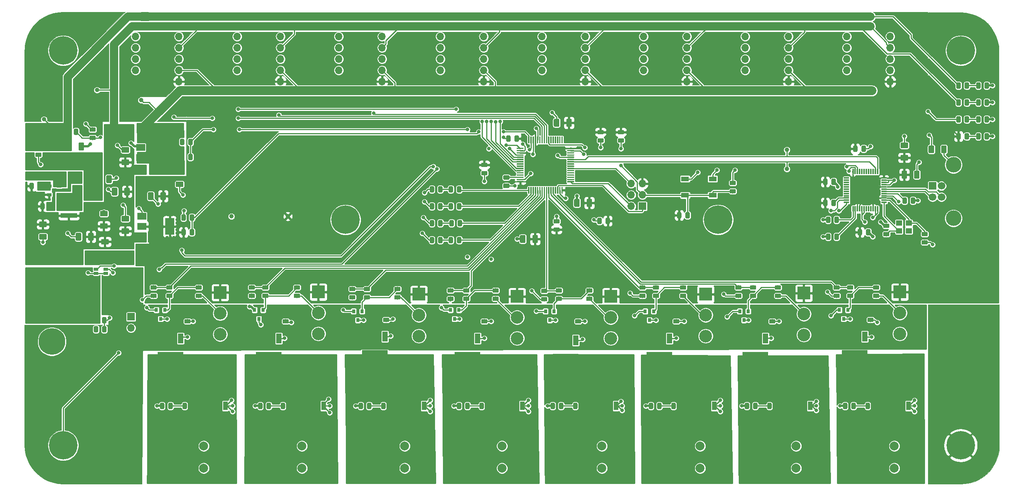
<source format=gtl>
G04 #@! TF.GenerationSoftware,KiCad,Pcbnew,(5.1.0)-1*
G04 #@! TF.CreationDate,2019-04-01T22:48:46-04:00*
G04 #@! TF.ProjectId,prop_support,70726f70-5f73-4757-9070-6f72742e6b69,A*
G04 #@! TF.SameCoordinates,Original*
G04 #@! TF.FileFunction,Copper,L1,Top*
G04 #@! TF.FilePolarity,Positive*
%FSLAX46Y46*%
G04 Gerber Fmt 4.6, Leading zero omitted, Abs format (unit mm)*
G04 Created by KiCad (PCBNEW (5.1.0)-1) date 2019-04-01 22:48:46*
%MOMM*%
%LPD*%
G04 APERTURE LIST*
%ADD10C,2.000000*%
%ADD11O,1.700000X1.700000*%
%ADD12C,2.850000*%
%ADD13R,2.850000X2.850000*%
%ADD14C,6.000000*%
%ADD15R,1.200000X0.350000*%
%ADD16R,0.350000X1.200000*%
%ADD17R,1.700000X1.700000*%
%ADD18C,1.700000*%
%ADD19C,3.500000*%
%ADD20C,1.000000*%
%ADD21C,0.100000*%
%ADD22C,0.975000*%
%ADD23C,1.250000*%
%ADD24R,1.000000X1.930000*%
%ADD25C,6.400000*%
%ADD26R,3.700000X0.980000*%
%ADD27R,0.800000X0.900000*%
%ADD28R,5.800000X6.400000*%
%ADD29R,1.200000X2.200000*%
%ADD30C,1.350000*%
%ADD31R,1.800000X1.100000*%
%ADD32C,0.300000*%
%ADD33R,1.060000X0.650000*%
%ADD34R,2.000000X3.800000*%
%ADD35R,2.000000X1.500000*%
%ADD36R,1.400000X1.200000*%
%ADD37C,0.800000*%
%ADD38C,0.250000*%
%ADD39C,0.500000*%
%ADD40C,1.900000*%
%ADD41C,2.000000*%
%ADD42C,0.254000*%
G04 APERTURE END LIST*
D10*
X225091000Y-157527000D03*
X220091000Y-157527000D03*
X225091000Y-152527000D03*
X220091000Y-152527000D03*
X202993000Y-157527000D03*
X197993000Y-157527000D03*
X202993000Y-152527000D03*
X197993000Y-152527000D03*
X181403000Y-157527000D03*
X176403000Y-157527000D03*
X181403000Y-152527000D03*
X176403000Y-152527000D03*
X159305000Y-157527000D03*
X154305000Y-157527000D03*
X159305000Y-152527000D03*
X154305000Y-152527000D03*
X136826000Y-157527000D03*
X131826000Y-157527000D03*
X136826000Y-152527000D03*
X131826000Y-152527000D03*
X114935000Y-157527000D03*
X109935000Y-157527000D03*
X114935000Y-152527000D03*
X109935000Y-152527000D03*
X91821000Y-157527000D03*
X86821000Y-157527000D03*
X91821000Y-152527000D03*
X86821000Y-152527000D03*
X69723000Y-157527000D03*
X64723000Y-157527000D03*
X69723000Y-152527000D03*
X64723000Y-152527000D03*
D11*
X64135000Y-60325000D03*
X54375000Y-60325000D03*
X64135000Y-62865000D03*
X54375000Y-62865000D03*
X64135000Y-65405000D03*
X54375000Y-65405000D03*
X64135000Y-67945000D03*
X54375000Y-67945000D03*
X64135000Y-70485000D03*
X224155000Y-60325000D03*
X214395000Y-60325000D03*
X224155000Y-62865000D03*
X214395000Y-62865000D03*
X224155000Y-65405000D03*
X214395000Y-65405000D03*
X224155000Y-67945000D03*
X214395000Y-67945000D03*
X224155000Y-70485000D03*
X201295000Y-60325000D03*
X191535000Y-60325000D03*
X201295000Y-62865000D03*
X191535000Y-62865000D03*
X201295000Y-65405000D03*
X191535000Y-65405000D03*
X201295000Y-67945000D03*
X191535000Y-67945000D03*
X201295000Y-70485000D03*
X178435000Y-60325000D03*
X168675000Y-60325000D03*
X178435000Y-62865000D03*
X168675000Y-62865000D03*
X178435000Y-65405000D03*
X168675000Y-65405000D03*
X178435000Y-67945000D03*
X168675000Y-67945000D03*
X178435000Y-70485000D03*
X155575000Y-60325000D03*
X145815000Y-60325000D03*
X155575000Y-62865000D03*
X145815000Y-62865000D03*
X155575000Y-65405000D03*
X145815000Y-65405000D03*
X155575000Y-67945000D03*
X145815000Y-67945000D03*
X155575000Y-70485000D03*
X132715000Y-60325000D03*
X122955000Y-60325000D03*
X132715000Y-62865000D03*
X122955000Y-62865000D03*
X132715000Y-65405000D03*
X122955000Y-65405000D03*
X132715000Y-67945000D03*
X122955000Y-67945000D03*
X132715000Y-70485000D03*
X109855000Y-60325000D03*
X100095000Y-60325000D03*
X109855000Y-62865000D03*
X100095000Y-62865000D03*
X109855000Y-65405000D03*
X100095000Y-65405000D03*
X109855000Y-67945000D03*
X100095000Y-67945000D03*
X109855000Y-70485000D03*
X86995000Y-60325000D03*
X77235000Y-60325000D03*
X86995000Y-62865000D03*
X77235000Y-62865000D03*
X86995000Y-65405000D03*
X77235000Y-65405000D03*
X86995000Y-67945000D03*
X77235000Y-67945000D03*
X86995000Y-70485000D03*
D12*
X182626000Y-127764000D03*
X182626000Y-123064000D03*
D13*
X182626000Y-118364000D03*
D14*
X35560000Y-121532000D03*
X35560000Y-129032000D03*
D15*
X222734999Y-94684999D03*
X222734999Y-95184999D03*
D16*
X218284999Y-99134999D03*
X218784999Y-99134999D03*
D15*
X222734999Y-95684999D03*
X222734999Y-96184999D03*
X222734999Y-96684999D03*
X222734999Y-97184999D03*
X222734999Y-97684999D03*
D16*
X219284999Y-99134999D03*
X219784999Y-99134999D03*
X220284999Y-99134999D03*
X220784999Y-99134999D03*
X221284999Y-99134999D03*
D15*
X222734999Y-94184999D03*
X222734999Y-93684999D03*
X222734999Y-93184999D03*
X222734999Y-92684999D03*
X222734999Y-92184999D03*
D16*
X217784999Y-99134999D03*
X217284999Y-99134999D03*
X216784999Y-99134999D03*
X216284999Y-99134999D03*
X215784999Y-99134999D03*
X221284999Y-90734999D03*
X220784999Y-90734999D03*
X220284999Y-90734999D03*
X219784999Y-90734999D03*
X219284999Y-90734999D03*
X218784999Y-90734999D03*
X218284999Y-90734999D03*
X217784999Y-90734999D03*
X217284999Y-90734999D03*
X216784999Y-90734999D03*
X216284999Y-90734999D03*
X215784999Y-90734999D03*
D15*
X214334999Y-92184999D03*
X214334999Y-92684999D03*
X214334999Y-93184999D03*
X214334999Y-93684999D03*
X214334999Y-94184999D03*
X214334999Y-94684999D03*
X214334999Y-95184999D03*
X214334999Y-95684999D03*
X214334999Y-96184999D03*
X214334999Y-96684999D03*
X214334999Y-97184999D03*
X214334999Y-97684999D03*
D11*
X165862000Y-93472000D03*
X168402000Y-93472000D03*
X165862000Y-96012000D03*
X168402000Y-96012000D03*
X165862000Y-98552000D03*
D17*
X168402000Y-98552000D03*
D11*
X53340000Y-125984000D03*
D17*
X53340000Y-123444000D03*
D11*
X52070000Y-110744000D03*
D17*
X52070000Y-113284000D03*
X233680000Y-93980000D03*
D18*
X233680000Y-96480000D03*
X235680000Y-96480000D03*
X235680000Y-93980000D03*
D19*
X238390000Y-89210000D03*
X238390000Y-101250000D03*
D20*
X200914000Y-90170000D03*
X200914000Y-85852000D03*
X33782000Y-78994000D03*
X45720000Y-72390000D03*
X55626000Y-74676000D03*
X75946000Y-100838000D03*
D21*
G36*
X138275142Y-91588674D02*
G01*
X138298803Y-91592184D01*
X138322007Y-91597996D01*
X138344529Y-91606054D01*
X138366153Y-91616282D01*
X138386670Y-91628579D01*
X138405883Y-91642829D01*
X138423607Y-91658893D01*
X138439671Y-91676617D01*
X138453921Y-91695830D01*
X138466218Y-91716347D01*
X138476446Y-91737971D01*
X138484504Y-91760493D01*
X138490316Y-91783697D01*
X138493826Y-91807358D01*
X138495000Y-91831250D01*
X138495000Y-92318750D01*
X138493826Y-92342642D01*
X138490316Y-92366303D01*
X138484504Y-92389507D01*
X138476446Y-92412029D01*
X138466218Y-92433653D01*
X138453921Y-92454170D01*
X138439671Y-92473383D01*
X138423607Y-92491107D01*
X138405883Y-92507171D01*
X138386670Y-92521421D01*
X138366153Y-92533718D01*
X138344529Y-92543946D01*
X138322007Y-92552004D01*
X138298803Y-92557816D01*
X138275142Y-92561326D01*
X138251250Y-92562500D01*
X137338750Y-92562500D01*
X137314858Y-92561326D01*
X137291197Y-92557816D01*
X137267993Y-92552004D01*
X137245471Y-92543946D01*
X137223847Y-92533718D01*
X137203330Y-92521421D01*
X137184117Y-92507171D01*
X137166393Y-92491107D01*
X137150329Y-92473383D01*
X137136079Y-92454170D01*
X137123782Y-92433653D01*
X137113554Y-92412029D01*
X137105496Y-92389507D01*
X137099684Y-92366303D01*
X137096174Y-92342642D01*
X137095000Y-92318750D01*
X137095000Y-91831250D01*
X137096174Y-91807358D01*
X137099684Y-91783697D01*
X137105496Y-91760493D01*
X137113554Y-91737971D01*
X137123782Y-91716347D01*
X137136079Y-91695830D01*
X137150329Y-91676617D01*
X137166393Y-91658893D01*
X137184117Y-91642829D01*
X137203330Y-91628579D01*
X137223847Y-91616282D01*
X137245471Y-91606054D01*
X137267993Y-91597996D01*
X137291197Y-91592184D01*
X137314858Y-91588674D01*
X137338750Y-91587500D01*
X138251250Y-91587500D01*
X138275142Y-91588674D01*
X138275142Y-91588674D01*
G37*
D22*
X137795000Y-92075000D03*
D21*
G36*
X138275142Y-93463674D02*
G01*
X138298803Y-93467184D01*
X138322007Y-93472996D01*
X138344529Y-93481054D01*
X138366153Y-93491282D01*
X138386670Y-93503579D01*
X138405883Y-93517829D01*
X138423607Y-93533893D01*
X138439671Y-93551617D01*
X138453921Y-93570830D01*
X138466218Y-93591347D01*
X138476446Y-93612971D01*
X138484504Y-93635493D01*
X138490316Y-93658697D01*
X138493826Y-93682358D01*
X138495000Y-93706250D01*
X138495000Y-94193750D01*
X138493826Y-94217642D01*
X138490316Y-94241303D01*
X138484504Y-94264507D01*
X138476446Y-94287029D01*
X138466218Y-94308653D01*
X138453921Y-94329170D01*
X138439671Y-94348383D01*
X138423607Y-94366107D01*
X138405883Y-94382171D01*
X138386670Y-94396421D01*
X138366153Y-94408718D01*
X138344529Y-94418946D01*
X138322007Y-94427004D01*
X138298803Y-94432816D01*
X138275142Y-94436326D01*
X138251250Y-94437500D01*
X137338750Y-94437500D01*
X137314858Y-94436326D01*
X137291197Y-94432816D01*
X137267993Y-94427004D01*
X137245471Y-94418946D01*
X137223847Y-94408718D01*
X137203330Y-94396421D01*
X137184117Y-94382171D01*
X137166393Y-94366107D01*
X137150329Y-94348383D01*
X137136079Y-94329170D01*
X137123782Y-94308653D01*
X137113554Y-94287029D01*
X137105496Y-94264507D01*
X137099684Y-94241303D01*
X137096174Y-94217642D01*
X137095000Y-94193750D01*
X137095000Y-93706250D01*
X137096174Y-93682358D01*
X137099684Y-93658697D01*
X137105496Y-93635493D01*
X137113554Y-93612971D01*
X137123782Y-93591347D01*
X137136079Y-93570830D01*
X137150329Y-93551617D01*
X137166393Y-93533893D01*
X137184117Y-93517829D01*
X137203330Y-93503579D01*
X137223847Y-93491282D01*
X137245471Y-93481054D01*
X137267993Y-93472996D01*
X137291197Y-93467184D01*
X137314858Y-93463674D01*
X137338750Y-93462500D01*
X138251250Y-93462500D01*
X138275142Y-93463674D01*
X138275142Y-93463674D01*
G37*
D22*
X137795000Y-93950000D03*
D21*
G36*
X160892642Y-101155174D02*
G01*
X160916303Y-101158684D01*
X160939507Y-101164496D01*
X160962029Y-101172554D01*
X160983653Y-101182782D01*
X161004170Y-101195079D01*
X161023383Y-101209329D01*
X161041107Y-101225393D01*
X161057171Y-101243117D01*
X161071421Y-101262330D01*
X161083718Y-101282847D01*
X161093946Y-101304471D01*
X161102004Y-101326993D01*
X161107816Y-101350197D01*
X161111326Y-101373858D01*
X161112500Y-101397750D01*
X161112500Y-102310250D01*
X161111326Y-102334142D01*
X161107816Y-102357803D01*
X161102004Y-102381007D01*
X161093946Y-102403529D01*
X161083718Y-102425153D01*
X161071421Y-102445670D01*
X161057171Y-102464883D01*
X161041107Y-102482607D01*
X161023383Y-102498671D01*
X161004170Y-102512921D01*
X160983653Y-102525218D01*
X160962029Y-102535446D01*
X160939507Y-102543504D01*
X160916303Y-102549316D01*
X160892642Y-102552826D01*
X160868750Y-102554000D01*
X160381250Y-102554000D01*
X160357358Y-102552826D01*
X160333697Y-102549316D01*
X160310493Y-102543504D01*
X160287971Y-102535446D01*
X160266347Y-102525218D01*
X160245830Y-102512921D01*
X160226617Y-102498671D01*
X160208893Y-102482607D01*
X160192829Y-102464883D01*
X160178579Y-102445670D01*
X160166282Y-102425153D01*
X160156054Y-102403529D01*
X160147996Y-102381007D01*
X160142184Y-102357803D01*
X160138674Y-102334142D01*
X160137500Y-102310250D01*
X160137500Y-101397750D01*
X160138674Y-101373858D01*
X160142184Y-101350197D01*
X160147996Y-101326993D01*
X160156054Y-101304471D01*
X160166282Y-101282847D01*
X160178579Y-101262330D01*
X160192829Y-101243117D01*
X160208893Y-101225393D01*
X160226617Y-101209329D01*
X160245830Y-101195079D01*
X160266347Y-101182782D01*
X160287971Y-101172554D01*
X160310493Y-101164496D01*
X160333697Y-101158684D01*
X160357358Y-101155174D01*
X160381250Y-101154000D01*
X160868750Y-101154000D01*
X160892642Y-101155174D01*
X160892642Y-101155174D01*
G37*
D22*
X160625000Y-101854000D03*
D21*
G36*
X159017642Y-101155174D02*
G01*
X159041303Y-101158684D01*
X159064507Y-101164496D01*
X159087029Y-101172554D01*
X159108653Y-101182782D01*
X159129170Y-101195079D01*
X159148383Y-101209329D01*
X159166107Y-101225393D01*
X159182171Y-101243117D01*
X159196421Y-101262330D01*
X159208718Y-101282847D01*
X159218946Y-101304471D01*
X159227004Y-101326993D01*
X159232816Y-101350197D01*
X159236326Y-101373858D01*
X159237500Y-101397750D01*
X159237500Y-102310250D01*
X159236326Y-102334142D01*
X159232816Y-102357803D01*
X159227004Y-102381007D01*
X159218946Y-102403529D01*
X159208718Y-102425153D01*
X159196421Y-102445670D01*
X159182171Y-102464883D01*
X159166107Y-102482607D01*
X159148383Y-102498671D01*
X159129170Y-102512921D01*
X159108653Y-102525218D01*
X159087029Y-102535446D01*
X159064507Y-102543504D01*
X159041303Y-102549316D01*
X159017642Y-102552826D01*
X158993750Y-102554000D01*
X158506250Y-102554000D01*
X158482358Y-102552826D01*
X158458697Y-102549316D01*
X158435493Y-102543504D01*
X158412971Y-102535446D01*
X158391347Y-102525218D01*
X158370830Y-102512921D01*
X158351617Y-102498671D01*
X158333893Y-102482607D01*
X158317829Y-102464883D01*
X158303579Y-102445670D01*
X158291282Y-102425153D01*
X158281054Y-102403529D01*
X158272996Y-102381007D01*
X158267184Y-102357803D01*
X158263674Y-102334142D01*
X158262500Y-102310250D01*
X158262500Y-101397750D01*
X158263674Y-101373858D01*
X158267184Y-101350197D01*
X158272996Y-101326993D01*
X158281054Y-101304471D01*
X158291282Y-101282847D01*
X158303579Y-101262330D01*
X158317829Y-101243117D01*
X158333893Y-101225393D01*
X158351617Y-101209329D01*
X158370830Y-101195079D01*
X158391347Y-101182782D01*
X158412971Y-101172554D01*
X158435493Y-101164496D01*
X158458697Y-101158684D01*
X158482358Y-101155174D01*
X158506250Y-101154000D01*
X158993750Y-101154000D01*
X159017642Y-101155174D01*
X159017642Y-101155174D01*
G37*
D22*
X158750000Y-101854000D03*
D21*
G36*
X133322142Y-90621174D02*
G01*
X133345803Y-90624684D01*
X133369007Y-90630496D01*
X133391529Y-90638554D01*
X133413153Y-90648782D01*
X133433670Y-90661079D01*
X133452883Y-90675329D01*
X133470607Y-90691393D01*
X133486671Y-90709117D01*
X133500921Y-90728330D01*
X133513218Y-90748847D01*
X133523446Y-90770471D01*
X133531504Y-90792993D01*
X133537316Y-90816197D01*
X133540826Y-90839858D01*
X133542000Y-90863750D01*
X133542000Y-91351250D01*
X133540826Y-91375142D01*
X133537316Y-91398803D01*
X133531504Y-91422007D01*
X133523446Y-91444529D01*
X133513218Y-91466153D01*
X133500921Y-91486670D01*
X133486671Y-91505883D01*
X133470607Y-91523607D01*
X133452883Y-91539671D01*
X133433670Y-91553921D01*
X133413153Y-91566218D01*
X133391529Y-91576446D01*
X133369007Y-91584504D01*
X133345803Y-91590316D01*
X133322142Y-91593826D01*
X133298250Y-91595000D01*
X132385750Y-91595000D01*
X132361858Y-91593826D01*
X132338197Y-91590316D01*
X132314993Y-91584504D01*
X132292471Y-91576446D01*
X132270847Y-91566218D01*
X132250330Y-91553921D01*
X132231117Y-91539671D01*
X132213393Y-91523607D01*
X132197329Y-91505883D01*
X132183079Y-91486670D01*
X132170782Y-91466153D01*
X132160554Y-91444529D01*
X132152496Y-91422007D01*
X132146684Y-91398803D01*
X132143174Y-91375142D01*
X132142000Y-91351250D01*
X132142000Y-90863750D01*
X132143174Y-90839858D01*
X132146684Y-90816197D01*
X132152496Y-90792993D01*
X132160554Y-90770471D01*
X132170782Y-90748847D01*
X132183079Y-90728330D01*
X132197329Y-90709117D01*
X132213393Y-90691393D01*
X132231117Y-90675329D01*
X132250330Y-90661079D01*
X132270847Y-90648782D01*
X132292471Y-90638554D01*
X132314993Y-90630496D01*
X132338197Y-90624684D01*
X132361858Y-90621174D01*
X132385750Y-90620000D01*
X133298250Y-90620000D01*
X133322142Y-90621174D01*
X133322142Y-90621174D01*
G37*
D22*
X132842000Y-91107500D03*
D21*
G36*
X133322142Y-88746174D02*
G01*
X133345803Y-88749684D01*
X133369007Y-88755496D01*
X133391529Y-88763554D01*
X133413153Y-88773782D01*
X133433670Y-88786079D01*
X133452883Y-88800329D01*
X133470607Y-88816393D01*
X133486671Y-88834117D01*
X133500921Y-88853330D01*
X133513218Y-88873847D01*
X133523446Y-88895471D01*
X133531504Y-88917993D01*
X133537316Y-88941197D01*
X133540826Y-88964858D01*
X133542000Y-88988750D01*
X133542000Y-89476250D01*
X133540826Y-89500142D01*
X133537316Y-89523803D01*
X133531504Y-89547007D01*
X133523446Y-89569529D01*
X133513218Y-89591153D01*
X133500921Y-89611670D01*
X133486671Y-89630883D01*
X133470607Y-89648607D01*
X133452883Y-89664671D01*
X133433670Y-89678921D01*
X133413153Y-89691218D01*
X133391529Y-89701446D01*
X133369007Y-89709504D01*
X133345803Y-89715316D01*
X133322142Y-89718826D01*
X133298250Y-89720000D01*
X132385750Y-89720000D01*
X132361858Y-89718826D01*
X132338197Y-89715316D01*
X132314993Y-89709504D01*
X132292471Y-89701446D01*
X132270847Y-89691218D01*
X132250330Y-89678921D01*
X132231117Y-89664671D01*
X132213393Y-89648607D01*
X132197329Y-89630883D01*
X132183079Y-89611670D01*
X132170782Y-89591153D01*
X132160554Y-89569529D01*
X132152496Y-89547007D01*
X132146684Y-89523803D01*
X132143174Y-89500142D01*
X132142000Y-89476250D01*
X132142000Y-88988750D01*
X132143174Y-88964858D01*
X132146684Y-88941197D01*
X132152496Y-88917993D01*
X132160554Y-88895471D01*
X132170782Y-88873847D01*
X132183079Y-88853330D01*
X132197329Y-88834117D01*
X132213393Y-88816393D01*
X132231117Y-88800329D01*
X132250330Y-88786079D01*
X132270847Y-88773782D01*
X132292471Y-88763554D01*
X132314993Y-88755496D01*
X132338197Y-88749684D01*
X132361858Y-88746174D01*
X132385750Y-88745000D01*
X133298250Y-88745000D01*
X133322142Y-88746174D01*
X133322142Y-88746174D01*
G37*
D22*
X132842000Y-89232500D03*
D21*
G36*
X140397142Y-82613174D02*
G01*
X140420803Y-82616684D01*
X140444007Y-82622496D01*
X140466529Y-82630554D01*
X140488153Y-82640782D01*
X140508670Y-82653079D01*
X140527883Y-82667329D01*
X140545607Y-82683393D01*
X140561671Y-82701117D01*
X140575921Y-82720330D01*
X140588218Y-82740847D01*
X140598446Y-82762471D01*
X140606504Y-82784993D01*
X140612316Y-82808197D01*
X140615826Y-82831858D01*
X140617000Y-82855750D01*
X140617000Y-83768250D01*
X140615826Y-83792142D01*
X140612316Y-83815803D01*
X140606504Y-83839007D01*
X140598446Y-83861529D01*
X140588218Y-83883153D01*
X140575921Y-83903670D01*
X140561671Y-83922883D01*
X140545607Y-83940607D01*
X140527883Y-83956671D01*
X140508670Y-83970921D01*
X140488153Y-83983218D01*
X140466529Y-83993446D01*
X140444007Y-84001504D01*
X140420803Y-84007316D01*
X140397142Y-84010826D01*
X140373250Y-84012000D01*
X139885750Y-84012000D01*
X139861858Y-84010826D01*
X139838197Y-84007316D01*
X139814993Y-84001504D01*
X139792471Y-83993446D01*
X139770847Y-83983218D01*
X139750330Y-83970921D01*
X139731117Y-83956671D01*
X139713393Y-83940607D01*
X139697329Y-83922883D01*
X139683079Y-83903670D01*
X139670782Y-83883153D01*
X139660554Y-83861529D01*
X139652496Y-83839007D01*
X139646684Y-83815803D01*
X139643174Y-83792142D01*
X139642000Y-83768250D01*
X139642000Y-82855750D01*
X139643174Y-82831858D01*
X139646684Y-82808197D01*
X139652496Y-82784993D01*
X139660554Y-82762471D01*
X139670782Y-82740847D01*
X139683079Y-82720330D01*
X139697329Y-82701117D01*
X139713393Y-82683393D01*
X139731117Y-82667329D01*
X139750330Y-82653079D01*
X139770847Y-82640782D01*
X139792471Y-82630554D01*
X139814993Y-82622496D01*
X139838197Y-82616684D01*
X139861858Y-82613174D01*
X139885750Y-82612000D01*
X140373250Y-82612000D01*
X140397142Y-82613174D01*
X140397142Y-82613174D01*
G37*
D22*
X140129500Y-83312000D03*
D21*
G36*
X138522142Y-82613174D02*
G01*
X138545803Y-82616684D01*
X138569007Y-82622496D01*
X138591529Y-82630554D01*
X138613153Y-82640782D01*
X138633670Y-82653079D01*
X138652883Y-82667329D01*
X138670607Y-82683393D01*
X138686671Y-82701117D01*
X138700921Y-82720330D01*
X138713218Y-82740847D01*
X138723446Y-82762471D01*
X138731504Y-82784993D01*
X138737316Y-82808197D01*
X138740826Y-82831858D01*
X138742000Y-82855750D01*
X138742000Y-83768250D01*
X138740826Y-83792142D01*
X138737316Y-83815803D01*
X138731504Y-83839007D01*
X138723446Y-83861529D01*
X138713218Y-83883153D01*
X138700921Y-83903670D01*
X138686671Y-83922883D01*
X138670607Y-83940607D01*
X138652883Y-83956671D01*
X138633670Y-83970921D01*
X138613153Y-83983218D01*
X138591529Y-83993446D01*
X138569007Y-84001504D01*
X138545803Y-84007316D01*
X138522142Y-84010826D01*
X138498250Y-84012000D01*
X138010750Y-84012000D01*
X137986858Y-84010826D01*
X137963197Y-84007316D01*
X137939993Y-84001504D01*
X137917471Y-83993446D01*
X137895847Y-83983218D01*
X137875330Y-83970921D01*
X137856117Y-83956671D01*
X137838393Y-83940607D01*
X137822329Y-83922883D01*
X137808079Y-83903670D01*
X137795782Y-83883153D01*
X137785554Y-83861529D01*
X137777496Y-83839007D01*
X137771684Y-83815803D01*
X137768174Y-83792142D01*
X137767000Y-83768250D01*
X137767000Y-82855750D01*
X137768174Y-82831858D01*
X137771684Y-82808197D01*
X137777496Y-82784993D01*
X137785554Y-82762471D01*
X137795782Y-82740847D01*
X137808079Y-82720330D01*
X137822329Y-82701117D01*
X137838393Y-82683393D01*
X137856117Y-82667329D01*
X137875330Y-82653079D01*
X137895847Y-82640782D01*
X137917471Y-82630554D01*
X137939993Y-82622496D01*
X137963197Y-82616684D01*
X137986858Y-82613174D01*
X138010750Y-82612000D01*
X138498250Y-82612000D01*
X138522142Y-82613174D01*
X138522142Y-82613174D01*
G37*
D22*
X138254500Y-83312000D03*
D21*
G36*
X189202142Y-92810174D02*
G01*
X189225803Y-92813684D01*
X189249007Y-92819496D01*
X189271529Y-92827554D01*
X189293153Y-92837782D01*
X189313670Y-92850079D01*
X189332883Y-92864329D01*
X189350607Y-92880393D01*
X189366671Y-92898117D01*
X189380921Y-92917330D01*
X189393218Y-92937847D01*
X189403446Y-92959471D01*
X189411504Y-92981993D01*
X189417316Y-93005197D01*
X189420826Y-93028858D01*
X189422000Y-93052750D01*
X189422000Y-93540250D01*
X189420826Y-93564142D01*
X189417316Y-93587803D01*
X189411504Y-93611007D01*
X189403446Y-93633529D01*
X189393218Y-93655153D01*
X189380921Y-93675670D01*
X189366671Y-93694883D01*
X189350607Y-93712607D01*
X189332883Y-93728671D01*
X189313670Y-93742921D01*
X189293153Y-93755218D01*
X189271529Y-93765446D01*
X189249007Y-93773504D01*
X189225803Y-93779316D01*
X189202142Y-93782826D01*
X189178250Y-93784000D01*
X188265750Y-93784000D01*
X188241858Y-93782826D01*
X188218197Y-93779316D01*
X188194993Y-93773504D01*
X188172471Y-93765446D01*
X188150847Y-93755218D01*
X188130330Y-93742921D01*
X188111117Y-93728671D01*
X188093393Y-93712607D01*
X188077329Y-93694883D01*
X188063079Y-93675670D01*
X188050782Y-93655153D01*
X188040554Y-93633529D01*
X188032496Y-93611007D01*
X188026684Y-93587803D01*
X188023174Y-93564142D01*
X188022000Y-93540250D01*
X188022000Y-93052750D01*
X188023174Y-93028858D01*
X188026684Y-93005197D01*
X188032496Y-92981993D01*
X188040554Y-92959471D01*
X188050782Y-92937847D01*
X188063079Y-92917330D01*
X188077329Y-92898117D01*
X188093393Y-92880393D01*
X188111117Y-92864329D01*
X188130330Y-92850079D01*
X188150847Y-92837782D01*
X188172471Y-92827554D01*
X188194993Y-92819496D01*
X188218197Y-92813684D01*
X188241858Y-92810174D01*
X188265750Y-92809000D01*
X189178250Y-92809000D01*
X189202142Y-92810174D01*
X189202142Y-92810174D01*
G37*
D22*
X188722000Y-93296500D03*
D21*
G36*
X189202142Y-94685174D02*
G01*
X189225803Y-94688684D01*
X189249007Y-94694496D01*
X189271529Y-94702554D01*
X189293153Y-94712782D01*
X189313670Y-94725079D01*
X189332883Y-94739329D01*
X189350607Y-94755393D01*
X189366671Y-94773117D01*
X189380921Y-94792330D01*
X189393218Y-94812847D01*
X189403446Y-94834471D01*
X189411504Y-94856993D01*
X189417316Y-94880197D01*
X189420826Y-94903858D01*
X189422000Y-94927750D01*
X189422000Y-95415250D01*
X189420826Y-95439142D01*
X189417316Y-95462803D01*
X189411504Y-95486007D01*
X189403446Y-95508529D01*
X189393218Y-95530153D01*
X189380921Y-95550670D01*
X189366671Y-95569883D01*
X189350607Y-95587607D01*
X189332883Y-95603671D01*
X189313670Y-95617921D01*
X189293153Y-95630218D01*
X189271529Y-95640446D01*
X189249007Y-95648504D01*
X189225803Y-95654316D01*
X189202142Y-95657826D01*
X189178250Y-95659000D01*
X188265750Y-95659000D01*
X188241858Y-95657826D01*
X188218197Y-95654316D01*
X188194993Y-95648504D01*
X188172471Y-95640446D01*
X188150847Y-95630218D01*
X188130330Y-95617921D01*
X188111117Y-95603671D01*
X188093393Y-95587607D01*
X188077329Y-95569883D01*
X188063079Y-95550670D01*
X188050782Y-95530153D01*
X188040554Y-95508529D01*
X188032496Y-95486007D01*
X188026684Y-95462803D01*
X188023174Y-95439142D01*
X188022000Y-95415250D01*
X188022000Y-94927750D01*
X188023174Y-94903858D01*
X188026684Y-94880197D01*
X188032496Y-94856993D01*
X188040554Y-94834471D01*
X188050782Y-94812847D01*
X188063079Y-94792330D01*
X188077329Y-94773117D01*
X188093393Y-94755393D01*
X188111117Y-94739329D01*
X188130330Y-94725079D01*
X188150847Y-94712782D01*
X188172471Y-94702554D01*
X188194993Y-94694496D01*
X188218197Y-94688684D01*
X188241858Y-94685174D01*
X188265750Y-94684000D01*
X189178250Y-94684000D01*
X189202142Y-94685174D01*
X189202142Y-94685174D01*
G37*
D22*
X188722000Y-95171500D03*
D21*
G36*
X164056142Y-83255174D02*
G01*
X164079803Y-83258684D01*
X164103007Y-83264496D01*
X164125529Y-83272554D01*
X164147153Y-83282782D01*
X164167670Y-83295079D01*
X164186883Y-83309329D01*
X164204607Y-83325393D01*
X164220671Y-83343117D01*
X164234921Y-83362330D01*
X164247218Y-83382847D01*
X164257446Y-83404471D01*
X164265504Y-83426993D01*
X164271316Y-83450197D01*
X164274826Y-83473858D01*
X164276000Y-83497750D01*
X164276000Y-83985250D01*
X164274826Y-84009142D01*
X164271316Y-84032803D01*
X164265504Y-84056007D01*
X164257446Y-84078529D01*
X164247218Y-84100153D01*
X164234921Y-84120670D01*
X164220671Y-84139883D01*
X164204607Y-84157607D01*
X164186883Y-84173671D01*
X164167670Y-84187921D01*
X164147153Y-84200218D01*
X164125529Y-84210446D01*
X164103007Y-84218504D01*
X164079803Y-84224316D01*
X164056142Y-84227826D01*
X164032250Y-84229000D01*
X163119750Y-84229000D01*
X163095858Y-84227826D01*
X163072197Y-84224316D01*
X163048993Y-84218504D01*
X163026471Y-84210446D01*
X163004847Y-84200218D01*
X162984330Y-84187921D01*
X162965117Y-84173671D01*
X162947393Y-84157607D01*
X162931329Y-84139883D01*
X162917079Y-84120670D01*
X162904782Y-84100153D01*
X162894554Y-84078529D01*
X162886496Y-84056007D01*
X162880684Y-84032803D01*
X162877174Y-84009142D01*
X162876000Y-83985250D01*
X162876000Y-83497750D01*
X162877174Y-83473858D01*
X162880684Y-83450197D01*
X162886496Y-83426993D01*
X162894554Y-83404471D01*
X162904782Y-83382847D01*
X162917079Y-83362330D01*
X162931329Y-83343117D01*
X162947393Y-83325393D01*
X162965117Y-83309329D01*
X162984330Y-83295079D01*
X163004847Y-83282782D01*
X163026471Y-83272554D01*
X163048993Y-83264496D01*
X163072197Y-83258684D01*
X163095858Y-83255174D01*
X163119750Y-83254000D01*
X164032250Y-83254000D01*
X164056142Y-83255174D01*
X164056142Y-83255174D01*
G37*
D22*
X163576000Y-83741500D03*
D21*
G36*
X164056142Y-81380174D02*
G01*
X164079803Y-81383684D01*
X164103007Y-81389496D01*
X164125529Y-81397554D01*
X164147153Y-81407782D01*
X164167670Y-81420079D01*
X164186883Y-81434329D01*
X164204607Y-81450393D01*
X164220671Y-81468117D01*
X164234921Y-81487330D01*
X164247218Y-81507847D01*
X164257446Y-81529471D01*
X164265504Y-81551993D01*
X164271316Y-81575197D01*
X164274826Y-81598858D01*
X164276000Y-81622750D01*
X164276000Y-82110250D01*
X164274826Y-82134142D01*
X164271316Y-82157803D01*
X164265504Y-82181007D01*
X164257446Y-82203529D01*
X164247218Y-82225153D01*
X164234921Y-82245670D01*
X164220671Y-82264883D01*
X164204607Y-82282607D01*
X164186883Y-82298671D01*
X164167670Y-82312921D01*
X164147153Y-82325218D01*
X164125529Y-82335446D01*
X164103007Y-82343504D01*
X164079803Y-82349316D01*
X164056142Y-82352826D01*
X164032250Y-82354000D01*
X163119750Y-82354000D01*
X163095858Y-82352826D01*
X163072197Y-82349316D01*
X163048993Y-82343504D01*
X163026471Y-82335446D01*
X163004847Y-82325218D01*
X162984330Y-82312921D01*
X162965117Y-82298671D01*
X162947393Y-82282607D01*
X162931329Y-82264883D01*
X162917079Y-82245670D01*
X162904782Y-82225153D01*
X162894554Y-82203529D01*
X162886496Y-82181007D01*
X162880684Y-82157803D01*
X162877174Y-82134142D01*
X162876000Y-82110250D01*
X162876000Y-81622750D01*
X162877174Y-81598858D01*
X162880684Y-81575197D01*
X162886496Y-81551993D01*
X162894554Y-81529471D01*
X162904782Y-81507847D01*
X162917079Y-81487330D01*
X162931329Y-81468117D01*
X162947393Y-81450393D01*
X162965117Y-81434329D01*
X162984330Y-81420079D01*
X163004847Y-81407782D01*
X163026471Y-81397554D01*
X163048993Y-81389496D01*
X163072197Y-81383684D01*
X163095858Y-81380174D01*
X163119750Y-81379000D01*
X164032250Y-81379000D01*
X164056142Y-81380174D01*
X164056142Y-81380174D01*
G37*
D22*
X163576000Y-81866500D03*
D21*
G36*
X149578142Y-103321174D02*
G01*
X149601803Y-103324684D01*
X149625007Y-103330496D01*
X149647529Y-103338554D01*
X149669153Y-103348782D01*
X149689670Y-103361079D01*
X149708883Y-103375329D01*
X149726607Y-103391393D01*
X149742671Y-103409117D01*
X149756921Y-103428330D01*
X149769218Y-103448847D01*
X149779446Y-103470471D01*
X149787504Y-103492993D01*
X149793316Y-103516197D01*
X149796826Y-103539858D01*
X149798000Y-103563750D01*
X149798000Y-104051250D01*
X149796826Y-104075142D01*
X149793316Y-104098803D01*
X149787504Y-104122007D01*
X149779446Y-104144529D01*
X149769218Y-104166153D01*
X149756921Y-104186670D01*
X149742671Y-104205883D01*
X149726607Y-104223607D01*
X149708883Y-104239671D01*
X149689670Y-104253921D01*
X149669153Y-104266218D01*
X149647529Y-104276446D01*
X149625007Y-104284504D01*
X149601803Y-104290316D01*
X149578142Y-104293826D01*
X149554250Y-104295000D01*
X148641750Y-104295000D01*
X148617858Y-104293826D01*
X148594197Y-104290316D01*
X148570993Y-104284504D01*
X148548471Y-104276446D01*
X148526847Y-104266218D01*
X148506330Y-104253921D01*
X148487117Y-104239671D01*
X148469393Y-104223607D01*
X148453329Y-104205883D01*
X148439079Y-104186670D01*
X148426782Y-104166153D01*
X148416554Y-104144529D01*
X148408496Y-104122007D01*
X148402684Y-104098803D01*
X148399174Y-104075142D01*
X148398000Y-104051250D01*
X148398000Y-103563750D01*
X148399174Y-103539858D01*
X148402684Y-103516197D01*
X148408496Y-103492993D01*
X148416554Y-103470471D01*
X148426782Y-103448847D01*
X148439079Y-103428330D01*
X148453329Y-103409117D01*
X148469393Y-103391393D01*
X148487117Y-103375329D01*
X148506330Y-103361079D01*
X148526847Y-103348782D01*
X148548471Y-103338554D01*
X148570993Y-103330496D01*
X148594197Y-103324684D01*
X148617858Y-103321174D01*
X148641750Y-103320000D01*
X149554250Y-103320000D01*
X149578142Y-103321174D01*
X149578142Y-103321174D01*
G37*
D22*
X149098000Y-103807500D03*
D21*
G36*
X149578142Y-101446174D02*
G01*
X149601803Y-101449684D01*
X149625007Y-101455496D01*
X149647529Y-101463554D01*
X149669153Y-101473782D01*
X149689670Y-101486079D01*
X149708883Y-101500329D01*
X149726607Y-101516393D01*
X149742671Y-101534117D01*
X149756921Y-101553330D01*
X149769218Y-101573847D01*
X149779446Y-101595471D01*
X149787504Y-101617993D01*
X149793316Y-101641197D01*
X149796826Y-101664858D01*
X149798000Y-101688750D01*
X149798000Y-102176250D01*
X149796826Y-102200142D01*
X149793316Y-102223803D01*
X149787504Y-102247007D01*
X149779446Y-102269529D01*
X149769218Y-102291153D01*
X149756921Y-102311670D01*
X149742671Y-102330883D01*
X149726607Y-102348607D01*
X149708883Y-102364671D01*
X149689670Y-102378921D01*
X149669153Y-102391218D01*
X149647529Y-102401446D01*
X149625007Y-102409504D01*
X149601803Y-102415316D01*
X149578142Y-102418826D01*
X149554250Y-102420000D01*
X148641750Y-102420000D01*
X148617858Y-102418826D01*
X148594197Y-102415316D01*
X148570993Y-102409504D01*
X148548471Y-102401446D01*
X148526847Y-102391218D01*
X148506330Y-102378921D01*
X148487117Y-102364671D01*
X148469393Y-102348607D01*
X148453329Y-102330883D01*
X148439079Y-102311670D01*
X148426782Y-102291153D01*
X148416554Y-102269529D01*
X148408496Y-102247007D01*
X148402684Y-102223803D01*
X148399174Y-102200142D01*
X148398000Y-102176250D01*
X148398000Y-101688750D01*
X148399174Y-101664858D01*
X148402684Y-101641197D01*
X148408496Y-101617993D01*
X148416554Y-101595471D01*
X148426782Y-101573847D01*
X148439079Y-101553330D01*
X148453329Y-101534117D01*
X148469393Y-101516393D01*
X148487117Y-101500329D01*
X148506330Y-101486079D01*
X148526847Y-101473782D01*
X148548471Y-101463554D01*
X148570993Y-101455496D01*
X148594197Y-101449684D01*
X148617858Y-101446174D01*
X148641750Y-101445000D01*
X149554250Y-101445000D01*
X149578142Y-101446174D01*
X149578142Y-101446174D01*
G37*
D22*
X149098000Y-101932500D03*
D21*
G36*
X159484142Y-83255174D02*
G01*
X159507803Y-83258684D01*
X159531007Y-83264496D01*
X159553529Y-83272554D01*
X159575153Y-83282782D01*
X159595670Y-83295079D01*
X159614883Y-83309329D01*
X159632607Y-83325393D01*
X159648671Y-83343117D01*
X159662921Y-83362330D01*
X159675218Y-83382847D01*
X159685446Y-83404471D01*
X159693504Y-83426993D01*
X159699316Y-83450197D01*
X159702826Y-83473858D01*
X159704000Y-83497750D01*
X159704000Y-83985250D01*
X159702826Y-84009142D01*
X159699316Y-84032803D01*
X159693504Y-84056007D01*
X159685446Y-84078529D01*
X159675218Y-84100153D01*
X159662921Y-84120670D01*
X159648671Y-84139883D01*
X159632607Y-84157607D01*
X159614883Y-84173671D01*
X159595670Y-84187921D01*
X159575153Y-84200218D01*
X159553529Y-84210446D01*
X159531007Y-84218504D01*
X159507803Y-84224316D01*
X159484142Y-84227826D01*
X159460250Y-84229000D01*
X158547750Y-84229000D01*
X158523858Y-84227826D01*
X158500197Y-84224316D01*
X158476993Y-84218504D01*
X158454471Y-84210446D01*
X158432847Y-84200218D01*
X158412330Y-84187921D01*
X158393117Y-84173671D01*
X158375393Y-84157607D01*
X158359329Y-84139883D01*
X158345079Y-84120670D01*
X158332782Y-84100153D01*
X158322554Y-84078529D01*
X158314496Y-84056007D01*
X158308684Y-84032803D01*
X158305174Y-84009142D01*
X158304000Y-83985250D01*
X158304000Y-83497750D01*
X158305174Y-83473858D01*
X158308684Y-83450197D01*
X158314496Y-83426993D01*
X158322554Y-83404471D01*
X158332782Y-83382847D01*
X158345079Y-83362330D01*
X158359329Y-83343117D01*
X158375393Y-83325393D01*
X158393117Y-83309329D01*
X158412330Y-83295079D01*
X158432847Y-83282782D01*
X158454471Y-83272554D01*
X158476993Y-83264496D01*
X158500197Y-83258684D01*
X158523858Y-83255174D01*
X158547750Y-83254000D01*
X159460250Y-83254000D01*
X159484142Y-83255174D01*
X159484142Y-83255174D01*
G37*
D22*
X159004000Y-83741500D03*
D21*
G36*
X159484142Y-81380174D02*
G01*
X159507803Y-81383684D01*
X159531007Y-81389496D01*
X159553529Y-81397554D01*
X159575153Y-81407782D01*
X159595670Y-81420079D01*
X159614883Y-81434329D01*
X159632607Y-81450393D01*
X159648671Y-81468117D01*
X159662921Y-81487330D01*
X159675218Y-81507847D01*
X159685446Y-81529471D01*
X159693504Y-81551993D01*
X159699316Y-81575197D01*
X159702826Y-81598858D01*
X159704000Y-81622750D01*
X159704000Y-82110250D01*
X159702826Y-82134142D01*
X159699316Y-82157803D01*
X159693504Y-82181007D01*
X159685446Y-82203529D01*
X159675218Y-82225153D01*
X159662921Y-82245670D01*
X159648671Y-82264883D01*
X159632607Y-82282607D01*
X159614883Y-82298671D01*
X159595670Y-82312921D01*
X159575153Y-82325218D01*
X159553529Y-82335446D01*
X159531007Y-82343504D01*
X159507803Y-82349316D01*
X159484142Y-82352826D01*
X159460250Y-82354000D01*
X158547750Y-82354000D01*
X158523858Y-82352826D01*
X158500197Y-82349316D01*
X158476993Y-82343504D01*
X158454471Y-82335446D01*
X158432847Y-82325218D01*
X158412330Y-82312921D01*
X158393117Y-82298671D01*
X158375393Y-82282607D01*
X158359329Y-82264883D01*
X158345079Y-82245670D01*
X158332782Y-82225153D01*
X158322554Y-82203529D01*
X158314496Y-82181007D01*
X158308684Y-82157803D01*
X158305174Y-82134142D01*
X158304000Y-82110250D01*
X158304000Y-81622750D01*
X158305174Y-81598858D01*
X158308684Y-81575197D01*
X158314496Y-81551993D01*
X158322554Y-81529471D01*
X158332782Y-81507847D01*
X158345079Y-81487330D01*
X158359329Y-81468117D01*
X158375393Y-81450393D01*
X158393117Y-81434329D01*
X158412330Y-81420079D01*
X158432847Y-81407782D01*
X158454471Y-81397554D01*
X158476993Y-81389496D01*
X158500197Y-81383684D01*
X158523858Y-81380174D01*
X158547750Y-81379000D01*
X159460250Y-81379000D01*
X159484142Y-81380174D01*
X159484142Y-81380174D01*
G37*
D22*
X159004000Y-81866500D03*
D21*
G36*
X144671504Y-105044204D02*
G01*
X144695773Y-105047804D01*
X144719571Y-105053765D01*
X144742671Y-105062030D01*
X144764849Y-105072520D01*
X144785893Y-105085133D01*
X144805598Y-105099747D01*
X144823777Y-105116223D01*
X144840253Y-105134402D01*
X144854867Y-105154107D01*
X144867480Y-105175151D01*
X144877970Y-105197329D01*
X144886235Y-105220429D01*
X144892196Y-105244227D01*
X144895796Y-105268496D01*
X144897000Y-105293000D01*
X144897000Y-106543000D01*
X144895796Y-106567504D01*
X144892196Y-106591773D01*
X144886235Y-106615571D01*
X144877970Y-106638671D01*
X144867480Y-106660849D01*
X144854867Y-106681893D01*
X144840253Y-106701598D01*
X144823777Y-106719777D01*
X144805598Y-106736253D01*
X144785893Y-106750867D01*
X144764849Y-106763480D01*
X144742671Y-106773970D01*
X144719571Y-106782235D01*
X144695773Y-106788196D01*
X144671504Y-106791796D01*
X144647000Y-106793000D01*
X143897000Y-106793000D01*
X143872496Y-106791796D01*
X143848227Y-106788196D01*
X143824429Y-106782235D01*
X143801329Y-106773970D01*
X143779151Y-106763480D01*
X143758107Y-106750867D01*
X143738402Y-106736253D01*
X143720223Y-106719777D01*
X143703747Y-106701598D01*
X143689133Y-106681893D01*
X143676520Y-106660849D01*
X143666030Y-106638671D01*
X143657765Y-106615571D01*
X143651804Y-106591773D01*
X143648204Y-106567504D01*
X143647000Y-106543000D01*
X143647000Y-105293000D01*
X143648204Y-105268496D01*
X143651804Y-105244227D01*
X143657765Y-105220429D01*
X143666030Y-105197329D01*
X143676520Y-105175151D01*
X143689133Y-105154107D01*
X143703747Y-105134402D01*
X143720223Y-105116223D01*
X143738402Y-105099747D01*
X143758107Y-105085133D01*
X143779151Y-105072520D01*
X143801329Y-105062030D01*
X143824429Y-105053765D01*
X143848227Y-105047804D01*
X143872496Y-105044204D01*
X143897000Y-105043000D01*
X144647000Y-105043000D01*
X144671504Y-105044204D01*
X144671504Y-105044204D01*
G37*
D23*
X144272000Y-105918000D03*
D21*
G36*
X141871504Y-105044204D02*
G01*
X141895773Y-105047804D01*
X141919571Y-105053765D01*
X141942671Y-105062030D01*
X141964849Y-105072520D01*
X141985893Y-105085133D01*
X142005598Y-105099747D01*
X142023777Y-105116223D01*
X142040253Y-105134402D01*
X142054867Y-105154107D01*
X142067480Y-105175151D01*
X142077970Y-105197329D01*
X142086235Y-105220429D01*
X142092196Y-105244227D01*
X142095796Y-105268496D01*
X142097000Y-105293000D01*
X142097000Y-106543000D01*
X142095796Y-106567504D01*
X142092196Y-106591773D01*
X142086235Y-106615571D01*
X142077970Y-106638671D01*
X142067480Y-106660849D01*
X142054867Y-106681893D01*
X142040253Y-106701598D01*
X142023777Y-106719777D01*
X142005598Y-106736253D01*
X141985893Y-106750867D01*
X141964849Y-106763480D01*
X141942671Y-106773970D01*
X141919571Y-106782235D01*
X141895773Y-106788196D01*
X141871504Y-106791796D01*
X141847000Y-106793000D01*
X141097000Y-106793000D01*
X141072496Y-106791796D01*
X141048227Y-106788196D01*
X141024429Y-106782235D01*
X141001329Y-106773970D01*
X140979151Y-106763480D01*
X140958107Y-106750867D01*
X140938402Y-106736253D01*
X140920223Y-106719777D01*
X140903747Y-106701598D01*
X140889133Y-106681893D01*
X140876520Y-106660849D01*
X140866030Y-106638671D01*
X140857765Y-106615571D01*
X140851804Y-106591773D01*
X140848204Y-106567504D01*
X140847000Y-106543000D01*
X140847000Y-105293000D01*
X140848204Y-105268496D01*
X140851804Y-105244227D01*
X140857765Y-105220429D01*
X140866030Y-105197329D01*
X140876520Y-105175151D01*
X140889133Y-105154107D01*
X140903747Y-105134402D01*
X140920223Y-105116223D01*
X140938402Y-105099747D01*
X140958107Y-105085133D01*
X140979151Y-105072520D01*
X141001329Y-105062030D01*
X141024429Y-105053765D01*
X141048227Y-105047804D01*
X141072496Y-105044204D01*
X141097000Y-105043000D01*
X141847000Y-105043000D01*
X141871504Y-105044204D01*
X141871504Y-105044204D01*
G37*
D23*
X141472000Y-105918000D03*
D21*
G36*
X156863504Y-96916204D02*
G01*
X156887773Y-96919804D01*
X156911571Y-96925765D01*
X156934671Y-96934030D01*
X156956849Y-96944520D01*
X156977893Y-96957133D01*
X156997598Y-96971747D01*
X157015777Y-96988223D01*
X157032253Y-97006402D01*
X157046867Y-97026107D01*
X157059480Y-97047151D01*
X157069970Y-97069329D01*
X157078235Y-97092429D01*
X157084196Y-97116227D01*
X157087796Y-97140496D01*
X157089000Y-97165000D01*
X157089000Y-98415000D01*
X157087796Y-98439504D01*
X157084196Y-98463773D01*
X157078235Y-98487571D01*
X157069970Y-98510671D01*
X157059480Y-98532849D01*
X157046867Y-98553893D01*
X157032253Y-98573598D01*
X157015777Y-98591777D01*
X156997598Y-98608253D01*
X156977893Y-98622867D01*
X156956849Y-98635480D01*
X156934671Y-98645970D01*
X156911571Y-98654235D01*
X156887773Y-98660196D01*
X156863504Y-98663796D01*
X156839000Y-98665000D01*
X156089000Y-98665000D01*
X156064496Y-98663796D01*
X156040227Y-98660196D01*
X156016429Y-98654235D01*
X155993329Y-98645970D01*
X155971151Y-98635480D01*
X155950107Y-98622867D01*
X155930402Y-98608253D01*
X155912223Y-98591777D01*
X155895747Y-98573598D01*
X155881133Y-98553893D01*
X155868520Y-98532849D01*
X155858030Y-98510671D01*
X155849765Y-98487571D01*
X155843804Y-98463773D01*
X155840204Y-98439504D01*
X155839000Y-98415000D01*
X155839000Y-97165000D01*
X155840204Y-97140496D01*
X155843804Y-97116227D01*
X155849765Y-97092429D01*
X155858030Y-97069329D01*
X155868520Y-97047151D01*
X155881133Y-97026107D01*
X155895747Y-97006402D01*
X155912223Y-96988223D01*
X155930402Y-96971747D01*
X155950107Y-96957133D01*
X155971151Y-96944520D01*
X155993329Y-96934030D01*
X156016429Y-96925765D01*
X156040227Y-96919804D01*
X156064496Y-96916204D01*
X156089000Y-96915000D01*
X156839000Y-96915000D01*
X156863504Y-96916204D01*
X156863504Y-96916204D01*
G37*
D23*
X156464000Y-97790000D03*
D21*
G36*
X154063504Y-96916204D02*
G01*
X154087773Y-96919804D01*
X154111571Y-96925765D01*
X154134671Y-96934030D01*
X154156849Y-96944520D01*
X154177893Y-96957133D01*
X154197598Y-96971747D01*
X154215777Y-96988223D01*
X154232253Y-97006402D01*
X154246867Y-97026107D01*
X154259480Y-97047151D01*
X154269970Y-97069329D01*
X154278235Y-97092429D01*
X154284196Y-97116227D01*
X154287796Y-97140496D01*
X154289000Y-97165000D01*
X154289000Y-98415000D01*
X154287796Y-98439504D01*
X154284196Y-98463773D01*
X154278235Y-98487571D01*
X154269970Y-98510671D01*
X154259480Y-98532849D01*
X154246867Y-98553893D01*
X154232253Y-98573598D01*
X154215777Y-98591777D01*
X154197598Y-98608253D01*
X154177893Y-98622867D01*
X154156849Y-98635480D01*
X154134671Y-98645970D01*
X154111571Y-98654235D01*
X154087773Y-98660196D01*
X154063504Y-98663796D01*
X154039000Y-98665000D01*
X153289000Y-98665000D01*
X153264496Y-98663796D01*
X153240227Y-98660196D01*
X153216429Y-98654235D01*
X153193329Y-98645970D01*
X153171151Y-98635480D01*
X153150107Y-98622867D01*
X153130402Y-98608253D01*
X153112223Y-98591777D01*
X153095747Y-98573598D01*
X153081133Y-98553893D01*
X153068520Y-98532849D01*
X153058030Y-98510671D01*
X153049765Y-98487571D01*
X153043804Y-98463773D01*
X153040204Y-98439504D01*
X153039000Y-98415000D01*
X153039000Y-97165000D01*
X153040204Y-97140496D01*
X153043804Y-97116227D01*
X153049765Y-97092429D01*
X153058030Y-97069329D01*
X153068520Y-97047151D01*
X153081133Y-97026107D01*
X153095747Y-97006402D01*
X153112223Y-96988223D01*
X153130402Y-96971747D01*
X153150107Y-96957133D01*
X153171151Y-96944520D01*
X153193329Y-96934030D01*
X153216429Y-96925765D01*
X153240227Y-96919804D01*
X153264496Y-96916204D01*
X153289000Y-96915000D01*
X154039000Y-96915000D01*
X154063504Y-96916204D01*
X154063504Y-96916204D01*
G37*
D23*
X153664000Y-97790000D03*
D21*
G36*
X152291504Y-78882204D02*
G01*
X152315773Y-78885804D01*
X152339571Y-78891765D01*
X152362671Y-78900030D01*
X152384849Y-78910520D01*
X152405893Y-78923133D01*
X152425598Y-78937747D01*
X152443777Y-78954223D01*
X152460253Y-78972402D01*
X152474867Y-78992107D01*
X152487480Y-79013151D01*
X152497970Y-79035329D01*
X152506235Y-79058429D01*
X152512196Y-79082227D01*
X152515796Y-79106496D01*
X152517000Y-79131000D01*
X152517000Y-80381000D01*
X152515796Y-80405504D01*
X152512196Y-80429773D01*
X152506235Y-80453571D01*
X152497970Y-80476671D01*
X152487480Y-80498849D01*
X152474867Y-80519893D01*
X152460253Y-80539598D01*
X152443777Y-80557777D01*
X152425598Y-80574253D01*
X152405893Y-80588867D01*
X152384849Y-80601480D01*
X152362671Y-80611970D01*
X152339571Y-80620235D01*
X152315773Y-80626196D01*
X152291504Y-80629796D01*
X152267000Y-80631000D01*
X151517000Y-80631000D01*
X151492496Y-80629796D01*
X151468227Y-80626196D01*
X151444429Y-80620235D01*
X151421329Y-80611970D01*
X151399151Y-80601480D01*
X151378107Y-80588867D01*
X151358402Y-80574253D01*
X151340223Y-80557777D01*
X151323747Y-80539598D01*
X151309133Y-80519893D01*
X151296520Y-80498849D01*
X151286030Y-80476671D01*
X151277765Y-80453571D01*
X151271804Y-80429773D01*
X151268204Y-80405504D01*
X151267000Y-80381000D01*
X151267000Y-79131000D01*
X151268204Y-79106496D01*
X151271804Y-79082227D01*
X151277765Y-79058429D01*
X151286030Y-79035329D01*
X151296520Y-79013151D01*
X151309133Y-78992107D01*
X151323747Y-78972402D01*
X151340223Y-78954223D01*
X151358402Y-78937747D01*
X151378107Y-78923133D01*
X151399151Y-78910520D01*
X151421329Y-78900030D01*
X151444429Y-78891765D01*
X151468227Y-78885804D01*
X151492496Y-78882204D01*
X151517000Y-78881000D01*
X152267000Y-78881000D01*
X152291504Y-78882204D01*
X152291504Y-78882204D01*
G37*
D23*
X151892000Y-79756000D03*
D21*
G36*
X149491504Y-78882204D02*
G01*
X149515773Y-78885804D01*
X149539571Y-78891765D01*
X149562671Y-78900030D01*
X149584849Y-78910520D01*
X149605893Y-78923133D01*
X149625598Y-78937747D01*
X149643777Y-78954223D01*
X149660253Y-78972402D01*
X149674867Y-78992107D01*
X149687480Y-79013151D01*
X149697970Y-79035329D01*
X149706235Y-79058429D01*
X149712196Y-79082227D01*
X149715796Y-79106496D01*
X149717000Y-79131000D01*
X149717000Y-80381000D01*
X149715796Y-80405504D01*
X149712196Y-80429773D01*
X149706235Y-80453571D01*
X149697970Y-80476671D01*
X149687480Y-80498849D01*
X149674867Y-80519893D01*
X149660253Y-80539598D01*
X149643777Y-80557777D01*
X149625598Y-80574253D01*
X149605893Y-80588867D01*
X149584849Y-80601480D01*
X149562671Y-80611970D01*
X149539571Y-80620235D01*
X149515773Y-80626196D01*
X149491504Y-80629796D01*
X149467000Y-80631000D01*
X148717000Y-80631000D01*
X148692496Y-80629796D01*
X148668227Y-80626196D01*
X148644429Y-80620235D01*
X148621329Y-80611970D01*
X148599151Y-80601480D01*
X148578107Y-80588867D01*
X148558402Y-80574253D01*
X148540223Y-80557777D01*
X148523747Y-80539598D01*
X148509133Y-80519893D01*
X148496520Y-80498849D01*
X148486030Y-80476671D01*
X148477765Y-80453571D01*
X148471804Y-80429773D01*
X148468204Y-80405504D01*
X148467000Y-80381000D01*
X148467000Y-79131000D01*
X148468204Y-79106496D01*
X148471804Y-79082227D01*
X148477765Y-79058429D01*
X148486030Y-79035329D01*
X148496520Y-79013151D01*
X148509133Y-78992107D01*
X148523747Y-78972402D01*
X148540223Y-78954223D01*
X148558402Y-78937747D01*
X148578107Y-78923133D01*
X148599151Y-78910520D01*
X148621329Y-78900030D01*
X148644429Y-78891765D01*
X148668227Y-78885804D01*
X148692496Y-78882204D01*
X148717000Y-78881000D01*
X149467000Y-78881000D01*
X149491504Y-78882204D01*
X149491504Y-78882204D01*
G37*
D23*
X149092000Y-79756000D03*
D21*
G36*
X44725504Y-104536204D02*
G01*
X44749773Y-104539804D01*
X44773571Y-104545765D01*
X44796671Y-104554030D01*
X44818849Y-104564520D01*
X44839893Y-104577133D01*
X44859598Y-104591747D01*
X44877777Y-104608223D01*
X44894253Y-104626402D01*
X44908867Y-104646107D01*
X44921480Y-104667151D01*
X44931970Y-104689329D01*
X44940235Y-104712429D01*
X44946196Y-104736227D01*
X44949796Y-104760496D01*
X44951000Y-104785000D01*
X44951000Y-106035000D01*
X44949796Y-106059504D01*
X44946196Y-106083773D01*
X44940235Y-106107571D01*
X44931970Y-106130671D01*
X44921480Y-106152849D01*
X44908867Y-106173893D01*
X44894253Y-106193598D01*
X44877777Y-106211777D01*
X44859598Y-106228253D01*
X44839893Y-106242867D01*
X44818849Y-106255480D01*
X44796671Y-106265970D01*
X44773571Y-106274235D01*
X44749773Y-106280196D01*
X44725504Y-106283796D01*
X44701000Y-106285000D01*
X43951000Y-106285000D01*
X43926496Y-106283796D01*
X43902227Y-106280196D01*
X43878429Y-106274235D01*
X43855329Y-106265970D01*
X43833151Y-106255480D01*
X43812107Y-106242867D01*
X43792402Y-106228253D01*
X43774223Y-106211777D01*
X43757747Y-106193598D01*
X43743133Y-106173893D01*
X43730520Y-106152849D01*
X43720030Y-106130671D01*
X43711765Y-106107571D01*
X43705804Y-106083773D01*
X43702204Y-106059504D01*
X43701000Y-106035000D01*
X43701000Y-104785000D01*
X43702204Y-104760496D01*
X43705804Y-104736227D01*
X43711765Y-104712429D01*
X43720030Y-104689329D01*
X43730520Y-104667151D01*
X43743133Y-104646107D01*
X43757747Y-104626402D01*
X43774223Y-104608223D01*
X43792402Y-104591747D01*
X43812107Y-104577133D01*
X43833151Y-104564520D01*
X43855329Y-104554030D01*
X43878429Y-104545765D01*
X43902227Y-104539804D01*
X43926496Y-104536204D01*
X43951000Y-104535000D01*
X44701000Y-104535000D01*
X44725504Y-104536204D01*
X44725504Y-104536204D01*
G37*
D23*
X44326000Y-105410000D03*
D21*
G36*
X41925504Y-104536204D02*
G01*
X41949773Y-104539804D01*
X41973571Y-104545765D01*
X41996671Y-104554030D01*
X42018849Y-104564520D01*
X42039893Y-104577133D01*
X42059598Y-104591747D01*
X42077777Y-104608223D01*
X42094253Y-104626402D01*
X42108867Y-104646107D01*
X42121480Y-104667151D01*
X42131970Y-104689329D01*
X42140235Y-104712429D01*
X42146196Y-104736227D01*
X42149796Y-104760496D01*
X42151000Y-104785000D01*
X42151000Y-106035000D01*
X42149796Y-106059504D01*
X42146196Y-106083773D01*
X42140235Y-106107571D01*
X42131970Y-106130671D01*
X42121480Y-106152849D01*
X42108867Y-106173893D01*
X42094253Y-106193598D01*
X42077777Y-106211777D01*
X42059598Y-106228253D01*
X42039893Y-106242867D01*
X42018849Y-106255480D01*
X41996671Y-106265970D01*
X41973571Y-106274235D01*
X41949773Y-106280196D01*
X41925504Y-106283796D01*
X41901000Y-106285000D01*
X41151000Y-106285000D01*
X41126496Y-106283796D01*
X41102227Y-106280196D01*
X41078429Y-106274235D01*
X41055329Y-106265970D01*
X41033151Y-106255480D01*
X41012107Y-106242867D01*
X40992402Y-106228253D01*
X40974223Y-106211777D01*
X40957747Y-106193598D01*
X40943133Y-106173893D01*
X40930520Y-106152849D01*
X40920030Y-106130671D01*
X40911765Y-106107571D01*
X40905804Y-106083773D01*
X40902204Y-106059504D01*
X40901000Y-106035000D01*
X40901000Y-104785000D01*
X40902204Y-104760496D01*
X40905804Y-104736227D01*
X40911765Y-104712429D01*
X40920030Y-104689329D01*
X40930520Y-104667151D01*
X40943133Y-104646107D01*
X40957747Y-104626402D01*
X40974223Y-104608223D01*
X40992402Y-104591747D01*
X41012107Y-104577133D01*
X41033151Y-104564520D01*
X41055329Y-104554030D01*
X41078429Y-104545765D01*
X41102227Y-104539804D01*
X41126496Y-104536204D01*
X41151000Y-104535000D01*
X41901000Y-104535000D01*
X41925504Y-104536204D01*
X41925504Y-104536204D01*
G37*
D23*
X41526000Y-105410000D03*
D21*
G36*
X47893504Y-102376204D02*
G01*
X47917773Y-102379804D01*
X47941571Y-102385765D01*
X47964671Y-102394030D01*
X47986849Y-102404520D01*
X48007893Y-102417133D01*
X48027598Y-102431747D01*
X48045777Y-102448223D01*
X48062253Y-102466402D01*
X48076867Y-102486107D01*
X48089480Y-102507151D01*
X48099970Y-102529329D01*
X48108235Y-102552429D01*
X48114196Y-102576227D01*
X48117796Y-102600496D01*
X48119000Y-102625000D01*
X48119000Y-103375000D01*
X48117796Y-103399504D01*
X48114196Y-103423773D01*
X48108235Y-103447571D01*
X48099970Y-103470671D01*
X48089480Y-103492849D01*
X48076867Y-103513893D01*
X48062253Y-103533598D01*
X48045777Y-103551777D01*
X48027598Y-103568253D01*
X48007893Y-103582867D01*
X47986849Y-103595480D01*
X47964671Y-103605970D01*
X47941571Y-103614235D01*
X47917773Y-103620196D01*
X47893504Y-103623796D01*
X47869000Y-103625000D01*
X46619000Y-103625000D01*
X46594496Y-103623796D01*
X46570227Y-103620196D01*
X46546429Y-103614235D01*
X46523329Y-103605970D01*
X46501151Y-103595480D01*
X46480107Y-103582867D01*
X46460402Y-103568253D01*
X46442223Y-103551777D01*
X46425747Y-103533598D01*
X46411133Y-103513893D01*
X46398520Y-103492849D01*
X46388030Y-103470671D01*
X46379765Y-103447571D01*
X46373804Y-103423773D01*
X46370204Y-103399504D01*
X46369000Y-103375000D01*
X46369000Y-102625000D01*
X46370204Y-102600496D01*
X46373804Y-102576227D01*
X46379765Y-102552429D01*
X46388030Y-102529329D01*
X46398520Y-102507151D01*
X46411133Y-102486107D01*
X46425747Y-102466402D01*
X46442223Y-102448223D01*
X46460402Y-102431747D01*
X46480107Y-102417133D01*
X46501151Y-102404520D01*
X46523329Y-102394030D01*
X46546429Y-102385765D01*
X46570227Y-102379804D01*
X46594496Y-102376204D01*
X46619000Y-102375000D01*
X47869000Y-102375000D01*
X47893504Y-102376204D01*
X47893504Y-102376204D01*
G37*
D23*
X47244000Y-103000000D03*
D21*
G36*
X47893504Y-99576204D02*
G01*
X47917773Y-99579804D01*
X47941571Y-99585765D01*
X47964671Y-99594030D01*
X47986849Y-99604520D01*
X48007893Y-99617133D01*
X48027598Y-99631747D01*
X48045777Y-99648223D01*
X48062253Y-99666402D01*
X48076867Y-99686107D01*
X48089480Y-99707151D01*
X48099970Y-99729329D01*
X48108235Y-99752429D01*
X48114196Y-99776227D01*
X48117796Y-99800496D01*
X48119000Y-99825000D01*
X48119000Y-100575000D01*
X48117796Y-100599504D01*
X48114196Y-100623773D01*
X48108235Y-100647571D01*
X48099970Y-100670671D01*
X48089480Y-100692849D01*
X48076867Y-100713893D01*
X48062253Y-100733598D01*
X48045777Y-100751777D01*
X48027598Y-100768253D01*
X48007893Y-100782867D01*
X47986849Y-100795480D01*
X47964671Y-100805970D01*
X47941571Y-100814235D01*
X47917773Y-100820196D01*
X47893504Y-100823796D01*
X47869000Y-100825000D01*
X46619000Y-100825000D01*
X46594496Y-100823796D01*
X46570227Y-100820196D01*
X46546429Y-100814235D01*
X46523329Y-100805970D01*
X46501151Y-100795480D01*
X46480107Y-100782867D01*
X46460402Y-100768253D01*
X46442223Y-100751777D01*
X46425747Y-100733598D01*
X46411133Y-100713893D01*
X46398520Y-100692849D01*
X46388030Y-100670671D01*
X46379765Y-100647571D01*
X46373804Y-100623773D01*
X46370204Y-100599504D01*
X46369000Y-100575000D01*
X46369000Y-99825000D01*
X46370204Y-99800496D01*
X46373804Y-99776227D01*
X46379765Y-99752429D01*
X46388030Y-99729329D01*
X46398520Y-99707151D01*
X46411133Y-99686107D01*
X46425747Y-99666402D01*
X46442223Y-99648223D01*
X46460402Y-99631747D01*
X46480107Y-99617133D01*
X46501151Y-99604520D01*
X46523329Y-99594030D01*
X46546429Y-99585765D01*
X46570227Y-99579804D01*
X46594496Y-99576204D01*
X46619000Y-99575000D01*
X47869000Y-99575000D01*
X47893504Y-99576204D01*
X47893504Y-99576204D01*
G37*
D23*
X47244000Y-100200000D03*
D21*
G36*
X52853504Y-94376204D02*
G01*
X52877773Y-94379804D01*
X52901571Y-94385765D01*
X52924671Y-94394030D01*
X52946849Y-94404520D01*
X52967893Y-94417133D01*
X52987598Y-94431747D01*
X53005777Y-94448223D01*
X53022253Y-94466402D01*
X53036867Y-94486107D01*
X53049480Y-94507151D01*
X53059970Y-94529329D01*
X53068235Y-94552429D01*
X53074196Y-94576227D01*
X53077796Y-94600496D01*
X53079000Y-94625000D01*
X53079000Y-95875000D01*
X53077796Y-95899504D01*
X53074196Y-95923773D01*
X53068235Y-95947571D01*
X53059970Y-95970671D01*
X53049480Y-95992849D01*
X53036867Y-96013893D01*
X53022253Y-96033598D01*
X53005777Y-96051777D01*
X52987598Y-96068253D01*
X52967893Y-96082867D01*
X52946849Y-96095480D01*
X52924671Y-96105970D01*
X52901571Y-96114235D01*
X52877773Y-96120196D01*
X52853504Y-96123796D01*
X52829000Y-96125000D01*
X52079000Y-96125000D01*
X52054496Y-96123796D01*
X52030227Y-96120196D01*
X52006429Y-96114235D01*
X51983329Y-96105970D01*
X51961151Y-96095480D01*
X51940107Y-96082867D01*
X51920402Y-96068253D01*
X51902223Y-96051777D01*
X51885747Y-96033598D01*
X51871133Y-96013893D01*
X51858520Y-95992849D01*
X51848030Y-95970671D01*
X51839765Y-95947571D01*
X51833804Y-95923773D01*
X51830204Y-95899504D01*
X51829000Y-95875000D01*
X51829000Y-94625000D01*
X51830204Y-94600496D01*
X51833804Y-94576227D01*
X51839765Y-94552429D01*
X51848030Y-94529329D01*
X51858520Y-94507151D01*
X51871133Y-94486107D01*
X51885747Y-94466402D01*
X51902223Y-94448223D01*
X51920402Y-94431747D01*
X51940107Y-94417133D01*
X51961151Y-94404520D01*
X51983329Y-94394030D01*
X52006429Y-94385765D01*
X52030227Y-94379804D01*
X52054496Y-94376204D01*
X52079000Y-94375000D01*
X52829000Y-94375000D01*
X52853504Y-94376204D01*
X52853504Y-94376204D01*
G37*
D23*
X52454000Y-95250000D03*
D21*
G36*
X50053504Y-94376204D02*
G01*
X50077773Y-94379804D01*
X50101571Y-94385765D01*
X50124671Y-94394030D01*
X50146849Y-94404520D01*
X50167893Y-94417133D01*
X50187598Y-94431747D01*
X50205777Y-94448223D01*
X50222253Y-94466402D01*
X50236867Y-94486107D01*
X50249480Y-94507151D01*
X50259970Y-94529329D01*
X50268235Y-94552429D01*
X50274196Y-94576227D01*
X50277796Y-94600496D01*
X50279000Y-94625000D01*
X50279000Y-95875000D01*
X50277796Y-95899504D01*
X50274196Y-95923773D01*
X50268235Y-95947571D01*
X50259970Y-95970671D01*
X50249480Y-95992849D01*
X50236867Y-96013893D01*
X50222253Y-96033598D01*
X50205777Y-96051777D01*
X50187598Y-96068253D01*
X50167893Y-96082867D01*
X50146849Y-96095480D01*
X50124671Y-96105970D01*
X50101571Y-96114235D01*
X50077773Y-96120196D01*
X50053504Y-96123796D01*
X50029000Y-96125000D01*
X49279000Y-96125000D01*
X49254496Y-96123796D01*
X49230227Y-96120196D01*
X49206429Y-96114235D01*
X49183329Y-96105970D01*
X49161151Y-96095480D01*
X49140107Y-96082867D01*
X49120402Y-96068253D01*
X49102223Y-96051777D01*
X49085747Y-96033598D01*
X49071133Y-96013893D01*
X49058520Y-95992849D01*
X49048030Y-95970671D01*
X49039765Y-95947571D01*
X49033804Y-95923773D01*
X49030204Y-95899504D01*
X49029000Y-95875000D01*
X49029000Y-94625000D01*
X49030204Y-94600496D01*
X49033804Y-94576227D01*
X49039765Y-94552429D01*
X49048030Y-94529329D01*
X49058520Y-94507151D01*
X49071133Y-94486107D01*
X49085747Y-94466402D01*
X49102223Y-94448223D01*
X49120402Y-94431747D01*
X49140107Y-94417133D01*
X49161151Y-94404520D01*
X49183329Y-94394030D01*
X49206429Y-94385765D01*
X49230227Y-94379804D01*
X49254496Y-94376204D01*
X49279000Y-94375000D01*
X50029000Y-94375000D01*
X50053504Y-94376204D01*
X50053504Y-94376204D01*
G37*
D23*
X49654000Y-95250000D03*
D21*
G36*
X34177504Y-104786204D02*
G01*
X34201773Y-104789804D01*
X34225571Y-104795765D01*
X34248671Y-104804030D01*
X34270849Y-104814520D01*
X34291893Y-104827133D01*
X34311598Y-104841747D01*
X34329777Y-104858223D01*
X34346253Y-104876402D01*
X34360867Y-104896107D01*
X34373480Y-104917151D01*
X34383970Y-104939329D01*
X34392235Y-104962429D01*
X34398196Y-104986227D01*
X34401796Y-105010496D01*
X34403000Y-105035000D01*
X34403000Y-105785000D01*
X34401796Y-105809504D01*
X34398196Y-105833773D01*
X34392235Y-105857571D01*
X34383970Y-105880671D01*
X34373480Y-105902849D01*
X34360867Y-105923893D01*
X34346253Y-105943598D01*
X34329777Y-105961777D01*
X34311598Y-105978253D01*
X34291893Y-105992867D01*
X34270849Y-106005480D01*
X34248671Y-106015970D01*
X34225571Y-106024235D01*
X34201773Y-106030196D01*
X34177504Y-106033796D01*
X34153000Y-106035000D01*
X32903000Y-106035000D01*
X32878496Y-106033796D01*
X32854227Y-106030196D01*
X32830429Y-106024235D01*
X32807329Y-106015970D01*
X32785151Y-106005480D01*
X32764107Y-105992867D01*
X32744402Y-105978253D01*
X32726223Y-105961777D01*
X32709747Y-105943598D01*
X32695133Y-105923893D01*
X32682520Y-105902849D01*
X32672030Y-105880671D01*
X32663765Y-105857571D01*
X32657804Y-105833773D01*
X32654204Y-105809504D01*
X32653000Y-105785000D01*
X32653000Y-105035000D01*
X32654204Y-105010496D01*
X32657804Y-104986227D01*
X32663765Y-104962429D01*
X32672030Y-104939329D01*
X32682520Y-104917151D01*
X32695133Y-104896107D01*
X32709747Y-104876402D01*
X32726223Y-104858223D01*
X32744402Y-104841747D01*
X32764107Y-104827133D01*
X32785151Y-104814520D01*
X32807329Y-104804030D01*
X32830429Y-104795765D01*
X32854227Y-104789804D01*
X32878496Y-104786204D01*
X32903000Y-104785000D01*
X34153000Y-104785000D01*
X34177504Y-104786204D01*
X34177504Y-104786204D01*
G37*
D23*
X33528000Y-105410000D03*
D21*
G36*
X34177504Y-101986204D02*
G01*
X34201773Y-101989804D01*
X34225571Y-101995765D01*
X34248671Y-102004030D01*
X34270849Y-102014520D01*
X34291893Y-102027133D01*
X34311598Y-102041747D01*
X34329777Y-102058223D01*
X34346253Y-102076402D01*
X34360867Y-102096107D01*
X34373480Y-102117151D01*
X34383970Y-102139329D01*
X34392235Y-102162429D01*
X34398196Y-102186227D01*
X34401796Y-102210496D01*
X34403000Y-102235000D01*
X34403000Y-102985000D01*
X34401796Y-103009504D01*
X34398196Y-103033773D01*
X34392235Y-103057571D01*
X34383970Y-103080671D01*
X34373480Y-103102849D01*
X34360867Y-103123893D01*
X34346253Y-103143598D01*
X34329777Y-103161777D01*
X34311598Y-103178253D01*
X34291893Y-103192867D01*
X34270849Y-103205480D01*
X34248671Y-103215970D01*
X34225571Y-103224235D01*
X34201773Y-103230196D01*
X34177504Y-103233796D01*
X34153000Y-103235000D01*
X32903000Y-103235000D01*
X32878496Y-103233796D01*
X32854227Y-103230196D01*
X32830429Y-103224235D01*
X32807329Y-103215970D01*
X32785151Y-103205480D01*
X32764107Y-103192867D01*
X32744402Y-103178253D01*
X32726223Y-103161777D01*
X32709747Y-103143598D01*
X32695133Y-103123893D01*
X32682520Y-103102849D01*
X32672030Y-103080671D01*
X32663765Y-103057571D01*
X32657804Y-103033773D01*
X32654204Y-103009504D01*
X32653000Y-102985000D01*
X32653000Y-102235000D01*
X32654204Y-102210496D01*
X32657804Y-102186227D01*
X32663765Y-102162429D01*
X32672030Y-102139329D01*
X32682520Y-102117151D01*
X32695133Y-102096107D01*
X32709747Y-102076402D01*
X32726223Y-102058223D01*
X32744402Y-102041747D01*
X32764107Y-102027133D01*
X32785151Y-102014520D01*
X32807329Y-102004030D01*
X32830429Y-101995765D01*
X32854227Y-101989804D01*
X32878496Y-101986204D01*
X32903000Y-101985000D01*
X34153000Y-101985000D01*
X34177504Y-101986204D01*
X34177504Y-101986204D01*
G37*
D23*
X33528000Y-102610000D03*
D21*
G36*
X52719504Y-100722204D02*
G01*
X52743773Y-100725804D01*
X52767571Y-100731765D01*
X52790671Y-100740030D01*
X52812849Y-100750520D01*
X52833893Y-100763133D01*
X52853598Y-100777747D01*
X52871777Y-100794223D01*
X52888253Y-100812402D01*
X52902867Y-100832107D01*
X52915480Y-100853151D01*
X52925970Y-100875329D01*
X52934235Y-100898429D01*
X52940196Y-100922227D01*
X52943796Y-100946496D01*
X52945000Y-100971000D01*
X52945000Y-101721000D01*
X52943796Y-101745504D01*
X52940196Y-101769773D01*
X52934235Y-101793571D01*
X52925970Y-101816671D01*
X52915480Y-101838849D01*
X52902867Y-101859893D01*
X52888253Y-101879598D01*
X52871777Y-101897777D01*
X52853598Y-101914253D01*
X52833893Y-101928867D01*
X52812849Y-101941480D01*
X52790671Y-101951970D01*
X52767571Y-101960235D01*
X52743773Y-101966196D01*
X52719504Y-101969796D01*
X52695000Y-101971000D01*
X51445000Y-101971000D01*
X51420496Y-101969796D01*
X51396227Y-101966196D01*
X51372429Y-101960235D01*
X51349329Y-101951970D01*
X51327151Y-101941480D01*
X51306107Y-101928867D01*
X51286402Y-101914253D01*
X51268223Y-101897777D01*
X51251747Y-101879598D01*
X51237133Y-101859893D01*
X51224520Y-101838849D01*
X51214030Y-101816671D01*
X51205765Y-101793571D01*
X51199804Y-101769773D01*
X51196204Y-101745504D01*
X51195000Y-101721000D01*
X51195000Y-100971000D01*
X51196204Y-100946496D01*
X51199804Y-100922227D01*
X51205765Y-100898429D01*
X51214030Y-100875329D01*
X51224520Y-100853151D01*
X51237133Y-100832107D01*
X51251747Y-100812402D01*
X51268223Y-100794223D01*
X51286402Y-100777747D01*
X51306107Y-100763133D01*
X51327151Y-100750520D01*
X51349329Y-100740030D01*
X51372429Y-100731765D01*
X51396227Y-100725804D01*
X51420496Y-100722204D01*
X51445000Y-100721000D01*
X52695000Y-100721000D01*
X52719504Y-100722204D01*
X52719504Y-100722204D01*
G37*
D23*
X52070000Y-101346000D03*
D21*
G36*
X52719504Y-103522204D02*
G01*
X52743773Y-103525804D01*
X52767571Y-103531765D01*
X52790671Y-103540030D01*
X52812849Y-103550520D01*
X52833893Y-103563133D01*
X52853598Y-103577747D01*
X52871777Y-103594223D01*
X52888253Y-103612402D01*
X52902867Y-103632107D01*
X52915480Y-103653151D01*
X52925970Y-103675329D01*
X52934235Y-103698429D01*
X52940196Y-103722227D01*
X52943796Y-103746496D01*
X52945000Y-103771000D01*
X52945000Y-104521000D01*
X52943796Y-104545504D01*
X52940196Y-104569773D01*
X52934235Y-104593571D01*
X52925970Y-104616671D01*
X52915480Y-104638849D01*
X52902867Y-104659893D01*
X52888253Y-104679598D01*
X52871777Y-104697777D01*
X52853598Y-104714253D01*
X52833893Y-104728867D01*
X52812849Y-104741480D01*
X52790671Y-104751970D01*
X52767571Y-104760235D01*
X52743773Y-104766196D01*
X52719504Y-104769796D01*
X52695000Y-104771000D01*
X51445000Y-104771000D01*
X51420496Y-104769796D01*
X51396227Y-104766196D01*
X51372429Y-104760235D01*
X51349329Y-104751970D01*
X51327151Y-104741480D01*
X51306107Y-104728867D01*
X51286402Y-104714253D01*
X51268223Y-104697777D01*
X51251747Y-104679598D01*
X51237133Y-104659893D01*
X51224520Y-104638849D01*
X51214030Y-104616671D01*
X51205765Y-104593571D01*
X51199804Y-104569773D01*
X51196204Y-104545504D01*
X51195000Y-104521000D01*
X51195000Y-103771000D01*
X51196204Y-103746496D01*
X51199804Y-103722227D01*
X51205765Y-103698429D01*
X51214030Y-103675329D01*
X51224520Y-103653151D01*
X51237133Y-103632107D01*
X51251747Y-103612402D01*
X51268223Y-103594223D01*
X51286402Y-103577747D01*
X51306107Y-103563133D01*
X51327151Y-103550520D01*
X51349329Y-103540030D01*
X51372429Y-103531765D01*
X51396227Y-103525804D01*
X51420496Y-103522204D01*
X51445000Y-103521000D01*
X52695000Y-103521000D01*
X52719504Y-103522204D01*
X52719504Y-103522204D01*
G37*
D23*
X52070000Y-104146000D03*
D21*
G36*
X60981504Y-95392204D02*
G01*
X61005773Y-95395804D01*
X61029571Y-95401765D01*
X61052671Y-95410030D01*
X61074849Y-95420520D01*
X61095893Y-95433133D01*
X61115598Y-95447747D01*
X61133777Y-95464223D01*
X61150253Y-95482402D01*
X61164867Y-95502107D01*
X61177480Y-95523151D01*
X61187970Y-95545329D01*
X61196235Y-95568429D01*
X61202196Y-95592227D01*
X61205796Y-95616496D01*
X61207000Y-95641000D01*
X61207000Y-96891000D01*
X61205796Y-96915504D01*
X61202196Y-96939773D01*
X61196235Y-96963571D01*
X61187970Y-96986671D01*
X61177480Y-97008849D01*
X61164867Y-97029893D01*
X61150253Y-97049598D01*
X61133777Y-97067777D01*
X61115598Y-97084253D01*
X61095893Y-97098867D01*
X61074849Y-97111480D01*
X61052671Y-97121970D01*
X61029571Y-97130235D01*
X61005773Y-97136196D01*
X60981504Y-97139796D01*
X60957000Y-97141000D01*
X60207000Y-97141000D01*
X60182496Y-97139796D01*
X60158227Y-97136196D01*
X60134429Y-97130235D01*
X60111329Y-97121970D01*
X60089151Y-97111480D01*
X60068107Y-97098867D01*
X60048402Y-97084253D01*
X60030223Y-97067777D01*
X60013747Y-97049598D01*
X59999133Y-97029893D01*
X59986520Y-97008849D01*
X59976030Y-96986671D01*
X59967765Y-96963571D01*
X59961804Y-96939773D01*
X59958204Y-96915504D01*
X59957000Y-96891000D01*
X59957000Y-95641000D01*
X59958204Y-95616496D01*
X59961804Y-95592227D01*
X59967765Y-95568429D01*
X59976030Y-95545329D01*
X59986520Y-95523151D01*
X59999133Y-95502107D01*
X60013747Y-95482402D01*
X60030223Y-95464223D01*
X60048402Y-95447747D01*
X60068107Y-95433133D01*
X60089151Y-95420520D01*
X60111329Y-95410030D01*
X60134429Y-95401765D01*
X60158227Y-95395804D01*
X60182496Y-95392204D01*
X60207000Y-95391000D01*
X60957000Y-95391000D01*
X60981504Y-95392204D01*
X60981504Y-95392204D01*
G37*
D23*
X60582000Y-96266000D03*
D21*
G36*
X58181504Y-95392204D02*
G01*
X58205773Y-95395804D01*
X58229571Y-95401765D01*
X58252671Y-95410030D01*
X58274849Y-95420520D01*
X58295893Y-95433133D01*
X58315598Y-95447747D01*
X58333777Y-95464223D01*
X58350253Y-95482402D01*
X58364867Y-95502107D01*
X58377480Y-95523151D01*
X58387970Y-95545329D01*
X58396235Y-95568429D01*
X58402196Y-95592227D01*
X58405796Y-95616496D01*
X58407000Y-95641000D01*
X58407000Y-96891000D01*
X58405796Y-96915504D01*
X58402196Y-96939773D01*
X58396235Y-96963571D01*
X58387970Y-96986671D01*
X58377480Y-97008849D01*
X58364867Y-97029893D01*
X58350253Y-97049598D01*
X58333777Y-97067777D01*
X58315598Y-97084253D01*
X58295893Y-97098867D01*
X58274849Y-97111480D01*
X58252671Y-97121970D01*
X58229571Y-97130235D01*
X58205773Y-97136196D01*
X58181504Y-97139796D01*
X58157000Y-97141000D01*
X57407000Y-97141000D01*
X57382496Y-97139796D01*
X57358227Y-97136196D01*
X57334429Y-97130235D01*
X57311329Y-97121970D01*
X57289151Y-97111480D01*
X57268107Y-97098867D01*
X57248402Y-97084253D01*
X57230223Y-97067777D01*
X57213747Y-97049598D01*
X57199133Y-97029893D01*
X57186520Y-97008849D01*
X57176030Y-96986671D01*
X57167765Y-96963571D01*
X57161804Y-96939773D01*
X57158204Y-96915504D01*
X57157000Y-96891000D01*
X57157000Y-95641000D01*
X57158204Y-95616496D01*
X57161804Y-95592227D01*
X57167765Y-95568429D01*
X57176030Y-95545329D01*
X57186520Y-95523151D01*
X57199133Y-95502107D01*
X57213747Y-95482402D01*
X57230223Y-95464223D01*
X57248402Y-95447747D01*
X57268107Y-95433133D01*
X57289151Y-95420520D01*
X57311329Y-95410030D01*
X57334429Y-95401765D01*
X57358227Y-95395804D01*
X57382496Y-95392204D01*
X57407000Y-95391000D01*
X58157000Y-95391000D01*
X58181504Y-95392204D01*
X58181504Y-95392204D01*
G37*
D23*
X57782000Y-96266000D03*
D21*
G36*
X35573642Y-97853174D02*
G01*
X35597303Y-97856684D01*
X35620507Y-97862496D01*
X35643029Y-97870554D01*
X35664653Y-97880782D01*
X35685170Y-97893079D01*
X35704383Y-97907329D01*
X35722107Y-97923393D01*
X35738171Y-97941117D01*
X35752421Y-97960330D01*
X35764718Y-97980847D01*
X35774946Y-98002471D01*
X35783004Y-98024993D01*
X35788816Y-98048197D01*
X35792326Y-98071858D01*
X35793500Y-98095750D01*
X35793500Y-99008250D01*
X35792326Y-99032142D01*
X35788816Y-99055803D01*
X35783004Y-99079007D01*
X35774946Y-99101529D01*
X35764718Y-99123153D01*
X35752421Y-99143670D01*
X35738171Y-99162883D01*
X35722107Y-99180607D01*
X35704383Y-99196671D01*
X35685170Y-99210921D01*
X35664653Y-99223218D01*
X35643029Y-99233446D01*
X35620507Y-99241504D01*
X35597303Y-99247316D01*
X35573642Y-99250826D01*
X35549750Y-99252000D01*
X35062250Y-99252000D01*
X35038358Y-99250826D01*
X35014697Y-99247316D01*
X34991493Y-99241504D01*
X34968971Y-99233446D01*
X34947347Y-99223218D01*
X34926830Y-99210921D01*
X34907617Y-99196671D01*
X34889893Y-99180607D01*
X34873829Y-99162883D01*
X34859579Y-99143670D01*
X34847282Y-99123153D01*
X34837054Y-99101529D01*
X34828996Y-99079007D01*
X34823184Y-99055803D01*
X34819674Y-99032142D01*
X34818500Y-99008250D01*
X34818500Y-98095750D01*
X34819674Y-98071858D01*
X34823184Y-98048197D01*
X34828996Y-98024993D01*
X34837054Y-98002471D01*
X34847282Y-97980847D01*
X34859579Y-97960330D01*
X34873829Y-97941117D01*
X34889893Y-97923393D01*
X34907617Y-97907329D01*
X34926830Y-97893079D01*
X34947347Y-97880782D01*
X34968971Y-97870554D01*
X34991493Y-97862496D01*
X35014697Y-97856684D01*
X35038358Y-97853174D01*
X35062250Y-97852000D01*
X35549750Y-97852000D01*
X35573642Y-97853174D01*
X35573642Y-97853174D01*
G37*
D22*
X35306000Y-98552000D03*
D21*
G36*
X33698642Y-97853174D02*
G01*
X33722303Y-97856684D01*
X33745507Y-97862496D01*
X33768029Y-97870554D01*
X33789653Y-97880782D01*
X33810170Y-97893079D01*
X33829383Y-97907329D01*
X33847107Y-97923393D01*
X33863171Y-97941117D01*
X33877421Y-97960330D01*
X33889718Y-97980847D01*
X33899946Y-98002471D01*
X33908004Y-98024993D01*
X33913816Y-98048197D01*
X33917326Y-98071858D01*
X33918500Y-98095750D01*
X33918500Y-99008250D01*
X33917326Y-99032142D01*
X33913816Y-99055803D01*
X33908004Y-99079007D01*
X33899946Y-99101529D01*
X33889718Y-99123153D01*
X33877421Y-99143670D01*
X33863171Y-99162883D01*
X33847107Y-99180607D01*
X33829383Y-99196671D01*
X33810170Y-99210921D01*
X33789653Y-99223218D01*
X33768029Y-99233446D01*
X33745507Y-99241504D01*
X33722303Y-99247316D01*
X33698642Y-99250826D01*
X33674750Y-99252000D01*
X33187250Y-99252000D01*
X33163358Y-99250826D01*
X33139697Y-99247316D01*
X33116493Y-99241504D01*
X33093971Y-99233446D01*
X33072347Y-99223218D01*
X33051830Y-99210921D01*
X33032617Y-99196671D01*
X33014893Y-99180607D01*
X32998829Y-99162883D01*
X32984579Y-99143670D01*
X32972282Y-99123153D01*
X32962054Y-99101529D01*
X32953996Y-99079007D01*
X32948184Y-99055803D01*
X32944674Y-99032142D01*
X32943500Y-99008250D01*
X32943500Y-98095750D01*
X32944674Y-98071858D01*
X32948184Y-98048197D01*
X32953996Y-98024993D01*
X32962054Y-98002471D01*
X32972282Y-97980847D01*
X32984579Y-97960330D01*
X32998829Y-97941117D01*
X33014893Y-97923393D01*
X33032617Y-97907329D01*
X33051830Y-97893079D01*
X33072347Y-97880782D01*
X33093971Y-97870554D01*
X33116493Y-97862496D01*
X33139697Y-97856684D01*
X33163358Y-97853174D01*
X33187250Y-97852000D01*
X33674750Y-97852000D01*
X33698642Y-97853174D01*
X33698642Y-97853174D01*
G37*
D22*
X33431000Y-98552000D03*
D21*
G36*
X52719504Y-85222204D02*
G01*
X52743773Y-85225804D01*
X52767571Y-85231765D01*
X52790671Y-85240030D01*
X52812849Y-85250520D01*
X52833893Y-85263133D01*
X52853598Y-85277747D01*
X52871777Y-85294223D01*
X52888253Y-85312402D01*
X52902867Y-85332107D01*
X52915480Y-85353151D01*
X52925970Y-85375329D01*
X52934235Y-85398429D01*
X52940196Y-85422227D01*
X52943796Y-85446496D01*
X52945000Y-85471000D01*
X52945000Y-86221000D01*
X52943796Y-86245504D01*
X52940196Y-86269773D01*
X52934235Y-86293571D01*
X52925970Y-86316671D01*
X52915480Y-86338849D01*
X52902867Y-86359893D01*
X52888253Y-86379598D01*
X52871777Y-86397777D01*
X52853598Y-86414253D01*
X52833893Y-86428867D01*
X52812849Y-86441480D01*
X52790671Y-86451970D01*
X52767571Y-86460235D01*
X52743773Y-86466196D01*
X52719504Y-86469796D01*
X52695000Y-86471000D01*
X51445000Y-86471000D01*
X51420496Y-86469796D01*
X51396227Y-86466196D01*
X51372429Y-86460235D01*
X51349329Y-86451970D01*
X51327151Y-86441480D01*
X51306107Y-86428867D01*
X51286402Y-86414253D01*
X51268223Y-86397777D01*
X51251747Y-86379598D01*
X51237133Y-86359893D01*
X51224520Y-86338849D01*
X51214030Y-86316671D01*
X51205765Y-86293571D01*
X51199804Y-86269773D01*
X51196204Y-86245504D01*
X51195000Y-86221000D01*
X51195000Y-85471000D01*
X51196204Y-85446496D01*
X51199804Y-85422227D01*
X51205765Y-85398429D01*
X51214030Y-85375329D01*
X51224520Y-85353151D01*
X51237133Y-85332107D01*
X51251747Y-85312402D01*
X51268223Y-85294223D01*
X51286402Y-85277747D01*
X51306107Y-85263133D01*
X51327151Y-85250520D01*
X51349329Y-85240030D01*
X51372429Y-85231765D01*
X51396227Y-85225804D01*
X51420496Y-85222204D01*
X51445000Y-85221000D01*
X52695000Y-85221000D01*
X52719504Y-85222204D01*
X52719504Y-85222204D01*
G37*
D23*
X52070000Y-85846000D03*
D21*
G36*
X52719504Y-88022204D02*
G01*
X52743773Y-88025804D01*
X52767571Y-88031765D01*
X52790671Y-88040030D01*
X52812849Y-88050520D01*
X52833893Y-88063133D01*
X52853598Y-88077747D01*
X52871777Y-88094223D01*
X52888253Y-88112402D01*
X52902867Y-88132107D01*
X52915480Y-88153151D01*
X52925970Y-88175329D01*
X52934235Y-88198429D01*
X52940196Y-88222227D01*
X52943796Y-88246496D01*
X52945000Y-88271000D01*
X52945000Y-89021000D01*
X52943796Y-89045504D01*
X52940196Y-89069773D01*
X52934235Y-89093571D01*
X52925970Y-89116671D01*
X52915480Y-89138849D01*
X52902867Y-89159893D01*
X52888253Y-89179598D01*
X52871777Y-89197777D01*
X52853598Y-89214253D01*
X52833893Y-89228867D01*
X52812849Y-89241480D01*
X52790671Y-89251970D01*
X52767571Y-89260235D01*
X52743773Y-89266196D01*
X52719504Y-89269796D01*
X52695000Y-89271000D01*
X51445000Y-89271000D01*
X51420496Y-89269796D01*
X51396227Y-89266196D01*
X51372429Y-89260235D01*
X51349329Y-89251970D01*
X51327151Y-89241480D01*
X51306107Y-89228867D01*
X51286402Y-89214253D01*
X51268223Y-89197777D01*
X51251747Y-89179598D01*
X51237133Y-89159893D01*
X51224520Y-89138849D01*
X51214030Y-89116671D01*
X51205765Y-89093571D01*
X51199804Y-89069773D01*
X51196204Y-89045504D01*
X51195000Y-89021000D01*
X51195000Y-88271000D01*
X51196204Y-88246496D01*
X51199804Y-88222227D01*
X51205765Y-88198429D01*
X51214030Y-88175329D01*
X51224520Y-88153151D01*
X51237133Y-88132107D01*
X51251747Y-88112402D01*
X51268223Y-88094223D01*
X51286402Y-88077747D01*
X51306107Y-88063133D01*
X51327151Y-88050520D01*
X51349329Y-88040030D01*
X51372429Y-88031765D01*
X51396227Y-88025804D01*
X51420496Y-88022204D01*
X51445000Y-88021000D01*
X52695000Y-88021000D01*
X52719504Y-88022204D01*
X52719504Y-88022204D01*
G37*
D23*
X52070000Y-88646000D03*
D21*
G36*
X64911504Y-90178204D02*
G01*
X64935773Y-90181804D01*
X64959571Y-90187765D01*
X64982671Y-90196030D01*
X65004849Y-90206520D01*
X65025893Y-90219133D01*
X65045598Y-90233747D01*
X65063777Y-90250223D01*
X65080253Y-90268402D01*
X65094867Y-90288107D01*
X65107480Y-90309151D01*
X65117970Y-90331329D01*
X65126235Y-90354429D01*
X65132196Y-90378227D01*
X65135796Y-90402496D01*
X65137000Y-90427000D01*
X65137000Y-91177000D01*
X65135796Y-91201504D01*
X65132196Y-91225773D01*
X65126235Y-91249571D01*
X65117970Y-91272671D01*
X65107480Y-91294849D01*
X65094867Y-91315893D01*
X65080253Y-91335598D01*
X65063777Y-91353777D01*
X65045598Y-91370253D01*
X65025893Y-91384867D01*
X65004849Y-91397480D01*
X64982671Y-91407970D01*
X64959571Y-91416235D01*
X64935773Y-91422196D01*
X64911504Y-91425796D01*
X64887000Y-91427000D01*
X63637000Y-91427000D01*
X63612496Y-91425796D01*
X63588227Y-91422196D01*
X63564429Y-91416235D01*
X63541329Y-91407970D01*
X63519151Y-91397480D01*
X63498107Y-91384867D01*
X63478402Y-91370253D01*
X63460223Y-91353777D01*
X63443747Y-91335598D01*
X63429133Y-91315893D01*
X63416520Y-91294849D01*
X63406030Y-91272671D01*
X63397765Y-91249571D01*
X63391804Y-91225773D01*
X63388204Y-91201504D01*
X63387000Y-91177000D01*
X63387000Y-90427000D01*
X63388204Y-90402496D01*
X63391804Y-90378227D01*
X63397765Y-90354429D01*
X63406030Y-90331329D01*
X63416520Y-90309151D01*
X63429133Y-90288107D01*
X63443747Y-90268402D01*
X63460223Y-90250223D01*
X63478402Y-90233747D01*
X63498107Y-90219133D01*
X63519151Y-90206520D01*
X63541329Y-90196030D01*
X63564429Y-90187765D01*
X63588227Y-90181804D01*
X63612496Y-90178204D01*
X63637000Y-90177000D01*
X64887000Y-90177000D01*
X64911504Y-90178204D01*
X64911504Y-90178204D01*
G37*
D23*
X64262000Y-90802000D03*
D21*
G36*
X64911504Y-92978204D02*
G01*
X64935773Y-92981804D01*
X64959571Y-92987765D01*
X64982671Y-92996030D01*
X65004849Y-93006520D01*
X65025893Y-93019133D01*
X65045598Y-93033747D01*
X65063777Y-93050223D01*
X65080253Y-93068402D01*
X65094867Y-93088107D01*
X65107480Y-93109151D01*
X65117970Y-93131329D01*
X65126235Y-93154429D01*
X65132196Y-93178227D01*
X65135796Y-93202496D01*
X65137000Y-93227000D01*
X65137000Y-93977000D01*
X65135796Y-94001504D01*
X65132196Y-94025773D01*
X65126235Y-94049571D01*
X65117970Y-94072671D01*
X65107480Y-94094849D01*
X65094867Y-94115893D01*
X65080253Y-94135598D01*
X65063777Y-94153777D01*
X65045598Y-94170253D01*
X65025893Y-94184867D01*
X65004849Y-94197480D01*
X64982671Y-94207970D01*
X64959571Y-94216235D01*
X64935773Y-94222196D01*
X64911504Y-94225796D01*
X64887000Y-94227000D01*
X63637000Y-94227000D01*
X63612496Y-94225796D01*
X63588227Y-94222196D01*
X63564429Y-94216235D01*
X63541329Y-94207970D01*
X63519151Y-94197480D01*
X63498107Y-94184867D01*
X63478402Y-94170253D01*
X63460223Y-94153777D01*
X63443747Y-94135598D01*
X63429133Y-94115893D01*
X63416520Y-94094849D01*
X63406030Y-94072671D01*
X63397765Y-94049571D01*
X63391804Y-94025773D01*
X63388204Y-94001504D01*
X63387000Y-93977000D01*
X63387000Y-93227000D01*
X63388204Y-93202496D01*
X63391804Y-93178227D01*
X63397765Y-93154429D01*
X63406030Y-93131329D01*
X63416520Y-93109151D01*
X63429133Y-93088107D01*
X63443747Y-93068402D01*
X63460223Y-93050223D01*
X63478402Y-93033747D01*
X63498107Y-93019133D01*
X63519151Y-93006520D01*
X63541329Y-92996030D01*
X63564429Y-92987765D01*
X63588227Y-92981804D01*
X63612496Y-92978204D01*
X63637000Y-92977000D01*
X64887000Y-92977000D01*
X64911504Y-92978204D01*
X64911504Y-92978204D01*
G37*
D23*
X64262000Y-93602000D03*
D21*
G36*
X45989504Y-91582204D02*
G01*
X46013773Y-91585804D01*
X46037571Y-91591765D01*
X46060671Y-91600030D01*
X46082849Y-91610520D01*
X46103893Y-91623133D01*
X46123598Y-91637747D01*
X46141777Y-91654223D01*
X46158253Y-91672402D01*
X46172867Y-91692107D01*
X46185480Y-91713151D01*
X46195970Y-91735329D01*
X46204235Y-91758429D01*
X46210196Y-91782227D01*
X46213796Y-91806496D01*
X46215000Y-91831000D01*
X46215000Y-93081000D01*
X46213796Y-93105504D01*
X46210196Y-93129773D01*
X46204235Y-93153571D01*
X46195970Y-93176671D01*
X46185480Y-93198849D01*
X46172867Y-93219893D01*
X46158253Y-93239598D01*
X46141777Y-93257777D01*
X46123598Y-93274253D01*
X46103893Y-93288867D01*
X46082849Y-93301480D01*
X46060671Y-93311970D01*
X46037571Y-93320235D01*
X46013773Y-93326196D01*
X45989504Y-93329796D01*
X45965000Y-93331000D01*
X45215000Y-93331000D01*
X45190496Y-93329796D01*
X45166227Y-93326196D01*
X45142429Y-93320235D01*
X45119329Y-93311970D01*
X45097151Y-93301480D01*
X45076107Y-93288867D01*
X45056402Y-93274253D01*
X45038223Y-93257777D01*
X45021747Y-93239598D01*
X45007133Y-93219893D01*
X44994520Y-93198849D01*
X44984030Y-93176671D01*
X44975765Y-93153571D01*
X44969804Y-93129773D01*
X44966204Y-93105504D01*
X44965000Y-93081000D01*
X44965000Y-91831000D01*
X44966204Y-91806496D01*
X44969804Y-91782227D01*
X44975765Y-91758429D01*
X44984030Y-91735329D01*
X44994520Y-91713151D01*
X45007133Y-91692107D01*
X45021747Y-91672402D01*
X45038223Y-91654223D01*
X45056402Y-91637747D01*
X45076107Y-91623133D01*
X45097151Y-91610520D01*
X45119329Y-91600030D01*
X45142429Y-91591765D01*
X45166227Y-91585804D01*
X45190496Y-91582204D01*
X45215000Y-91581000D01*
X45965000Y-91581000D01*
X45989504Y-91582204D01*
X45989504Y-91582204D01*
G37*
D23*
X45590000Y-92456000D03*
D21*
G36*
X48789504Y-91582204D02*
G01*
X48813773Y-91585804D01*
X48837571Y-91591765D01*
X48860671Y-91600030D01*
X48882849Y-91610520D01*
X48903893Y-91623133D01*
X48923598Y-91637747D01*
X48941777Y-91654223D01*
X48958253Y-91672402D01*
X48972867Y-91692107D01*
X48985480Y-91713151D01*
X48995970Y-91735329D01*
X49004235Y-91758429D01*
X49010196Y-91782227D01*
X49013796Y-91806496D01*
X49015000Y-91831000D01*
X49015000Y-93081000D01*
X49013796Y-93105504D01*
X49010196Y-93129773D01*
X49004235Y-93153571D01*
X48995970Y-93176671D01*
X48985480Y-93198849D01*
X48972867Y-93219893D01*
X48958253Y-93239598D01*
X48941777Y-93257777D01*
X48923598Y-93274253D01*
X48903893Y-93288867D01*
X48882849Y-93301480D01*
X48860671Y-93311970D01*
X48837571Y-93320235D01*
X48813773Y-93326196D01*
X48789504Y-93329796D01*
X48765000Y-93331000D01*
X48015000Y-93331000D01*
X47990496Y-93329796D01*
X47966227Y-93326196D01*
X47942429Y-93320235D01*
X47919329Y-93311970D01*
X47897151Y-93301480D01*
X47876107Y-93288867D01*
X47856402Y-93274253D01*
X47838223Y-93257777D01*
X47821747Y-93239598D01*
X47807133Y-93219893D01*
X47794520Y-93198849D01*
X47784030Y-93176671D01*
X47775765Y-93153571D01*
X47769804Y-93129773D01*
X47766204Y-93105504D01*
X47765000Y-93081000D01*
X47765000Y-91831000D01*
X47766204Y-91806496D01*
X47769804Y-91782227D01*
X47775765Y-91758429D01*
X47784030Y-91735329D01*
X47794520Y-91713151D01*
X47807133Y-91692107D01*
X47821747Y-91672402D01*
X47838223Y-91654223D01*
X47856402Y-91637747D01*
X47876107Y-91623133D01*
X47897151Y-91610520D01*
X47919329Y-91600030D01*
X47942429Y-91591765D01*
X47966227Y-91585804D01*
X47990496Y-91582204D01*
X48015000Y-91581000D01*
X48765000Y-91581000D01*
X48789504Y-91582204D01*
X48789504Y-91582204D01*
G37*
D23*
X48390000Y-92456000D03*
D21*
G36*
X39769504Y-84216204D02*
G01*
X39793773Y-84219804D01*
X39817571Y-84225765D01*
X39840671Y-84234030D01*
X39862849Y-84244520D01*
X39883893Y-84257133D01*
X39903598Y-84271747D01*
X39921777Y-84288223D01*
X39938253Y-84306402D01*
X39952867Y-84326107D01*
X39965480Y-84347151D01*
X39975970Y-84369329D01*
X39984235Y-84392429D01*
X39990196Y-84416227D01*
X39993796Y-84440496D01*
X39995000Y-84465000D01*
X39995000Y-85715000D01*
X39993796Y-85739504D01*
X39990196Y-85763773D01*
X39984235Y-85787571D01*
X39975970Y-85810671D01*
X39965480Y-85832849D01*
X39952867Y-85853893D01*
X39938253Y-85873598D01*
X39921777Y-85891777D01*
X39903598Y-85908253D01*
X39883893Y-85922867D01*
X39862849Y-85935480D01*
X39840671Y-85945970D01*
X39817571Y-85954235D01*
X39793773Y-85960196D01*
X39769504Y-85963796D01*
X39745000Y-85965000D01*
X38995000Y-85965000D01*
X38970496Y-85963796D01*
X38946227Y-85960196D01*
X38922429Y-85954235D01*
X38899329Y-85945970D01*
X38877151Y-85935480D01*
X38856107Y-85922867D01*
X38836402Y-85908253D01*
X38818223Y-85891777D01*
X38801747Y-85873598D01*
X38787133Y-85853893D01*
X38774520Y-85832849D01*
X38764030Y-85810671D01*
X38755765Y-85787571D01*
X38749804Y-85763773D01*
X38746204Y-85739504D01*
X38745000Y-85715000D01*
X38745000Y-84465000D01*
X38746204Y-84440496D01*
X38749804Y-84416227D01*
X38755765Y-84392429D01*
X38764030Y-84369329D01*
X38774520Y-84347151D01*
X38787133Y-84326107D01*
X38801747Y-84306402D01*
X38818223Y-84288223D01*
X38836402Y-84271747D01*
X38856107Y-84257133D01*
X38877151Y-84244520D01*
X38899329Y-84234030D01*
X38922429Y-84225765D01*
X38946227Y-84219804D01*
X38970496Y-84216204D01*
X38995000Y-84215000D01*
X39745000Y-84215000D01*
X39769504Y-84216204D01*
X39769504Y-84216204D01*
G37*
D23*
X39370000Y-85090000D03*
D21*
G36*
X42569504Y-84216204D02*
G01*
X42593773Y-84219804D01*
X42617571Y-84225765D01*
X42640671Y-84234030D01*
X42662849Y-84244520D01*
X42683893Y-84257133D01*
X42703598Y-84271747D01*
X42721777Y-84288223D01*
X42738253Y-84306402D01*
X42752867Y-84326107D01*
X42765480Y-84347151D01*
X42775970Y-84369329D01*
X42784235Y-84392429D01*
X42790196Y-84416227D01*
X42793796Y-84440496D01*
X42795000Y-84465000D01*
X42795000Y-85715000D01*
X42793796Y-85739504D01*
X42790196Y-85763773D01*
X42784235Y-85787571D01*
X42775970Y-85810671D01*
X42765480Y-85832849D01*
X42752867Y-85853893D01*
X42738253Y-85873598D01*
X42721777Y-85891777D01*
X42703598Y-85908253D01*
X42683893Y-85922867D01*
X42662849Y-85935480D01*
X42640671Y-85945970D01*
X42617571Y-85954235D01*
X42593773Y-85960196D01*
X42569504Y-85963796D01*
X42545000Y-85965000D01*
X41795000Y-85965000D01*
X41770496Y-85963796D01*
X41746227Y-85960196D01*
X41722429Y-85954235D01*
X41699329Y-85945970D01*
X41677151Y-85935480D01*
X41656107Y-85922867D01*
X41636402Y-85908253D01*
X41618223Y-85891777D01*
X41601747Y-85873598D01*
X41587133Y-85853893D01*
X41574520Y-85832849D01*
X41564030Y-85810671D01*
X41555765Y-85787571D01*
X41549804Y-85763773D01*
X41546204Y-85739504D01*
X41545000Y-85715000D01*
X41545000Y-84465000D01*
X41546204Y-84440496D01*
X41549804Y-84416227D01*
X41555765Y-84392429D01*
X41564030Y-84369329D01*
X41574520Y-84347151D01*
X41587133Y-84326107D01*
X41601747Y-84306402D01*
X41618223Y-84288223D01*
X41636402Y-84271747D01*
X41656107Y-84257133D01*
X41677151Y-84244520D01*
X41699329Y-84234030D01*
X41722429Y-84225765D01*
X41746227Y-84219804D01*
X41770496Y-84216204D01*
X41795000Y-84215000D01*
X42545000Y-84215000D01*
X42569504Y-84216204D01*
X42569504Y-84216204D01*
G37*
D23*
X42170000Y-85090000D03*
D21*
G36*
X32992142Y-84603674D02*
G01*
X33015803Y-84607184D01*
X33039007Y-84612996D01*
X33061529Y-84621054D01*
X33083153Y-84631282D01*
X33103670Y-84643579D01*
X33122883Y-84657829D01*
X33140607Y-84673893D01*
X33156671Y-84691617D01*
X33170921Y-84710830D01*
X33183218Y-84731347D01*
X33193446Y-84752971D01*
X33201504Y-84775493D01*
X33207316Y-84798697D01*
X33210826Y-84822358D01*
X33212000Y-84846250D01*
X33212000Y-85333750D01*
X33210826Y-85357642D01*
X33207316Y-85381303D01*
X33201504Y-85404507D01*
X33193446Y-85427029D01*
X33183218Y-85448653D01*
X33170921Y-85469170D01*
X33156671Y-85488383D01*
X33140607Y-85506107D01*
X33122883Y-85522171D01*
X33103670Y-85536421D01*
X33083153Y-85548718D01*
X33061529Y-85558946D01*
X33039007Y-85567004D01*
X33015803Y-85572816D01*
X32992142Y-85576326D01*
X32968250Y-85577500D01*
X32055750Y-85577500D01*
X32031858Y-85576326D01*
X32008197Y-85572816D01*
X31984993Y-85567004D01*
X31962471Y-85558946D01*
X31940847Y-85548718D01*
X31920330Y-85536421D01*
X31901117Y-85522171D01*
X31883393Y-85506107D01*
X31867329Y-85488383D01*
X31853079Y-85469170D01*
X31840782Y-85448653D01*
X31830554Y-85427029D01*
X31822496Y-85404507D01*
X31816684Y-85381303D01*
X31813174Y-85357642D01*
X31812000Y-85333750D01*
X31812000Y-84846250D01*
X31813174Y-84822358D01*
X31816684Y-84798697D01*
X31822496Y-84775493D01*
X31830554Y-84752971D01*
X31840782Y-84731347D01*
X31853079Y-84710830D01*
X31867329Y-84691617D01*
X31883393Y-84673893D01*
X31901117Y-84657829D01*
X31920330Y-84643579D01*
X31940847Y-84631282D01*
X31962471Y-84621054D01*
X31984993Y-84612996D01*
X32008197Y-84607184D01*
X32031858Y-84603674D01*
X32055750Y-84602500D01*
X32968250Y-84602500D01*
X32992142Y-84603674D01*
X32992142Y-84603674D01*
G37*
D22*
X32512000Y-85090000D03*
D21*
G36*
X32992142Y-86478674D02*
G01*
X33015803Y-86482184D01*
X33039007Y-86487996D01*
X33061529Y-86496054D01*
X33083153Y-86506282D01*
X33103670Y-86518579D01*
X33122883Y-86532829D01*
X33140607Y-86548893D01*
X33156671Y-86566617D01*
X33170921Y-86585830D01*
X33183218Y-86606347D01*
X33193446Y-86627971D01*
X33201504Y-86650493D01*
X33207316Y-86673697D01*
X33210826Y-86697358D01*
X33212000Y-86721250D01*
X33212000Y-87208750D01*
X33210826Y-87232642D01*
X33207316Y-87256303D01*
X33201504Y-87279507D01*
X33193446Y-87302029D01*
X33183218Y-87323653D01*
X33170921Y-87344170D01*
X33156671Y-87363383D01*
X33140607Y-87381107D01*
X33122883Y-87397171D01*
X33103670Y-87411421D01*
X33083153Y-87423718D01*
X33061529Y-87433946D01*
X33039007Y-87442004D01*
X33015803Y-87447816D01*
X32992142Y-87451326D01*
X32968250Y-87452500D01*
X32055750Y-87452500D01*
X32031858Y-87451326D01*
X32008197Y-87447816D01*
X31984993Y-87442004D01*
X31962471Y-87433946D01*
X31940847Y-87423718D01*
X31920330Y-87411421D01*
X31901117Y-87397171D01*
X31883393Y-87381107D01*
X31867329Y-87363383D01*
X31853079Y-87344170D01*
X31840782Y-87323653D01*
X31830554Y-87302029D01*
X31822496Y-87279507D01*
X31816684Y-87256303D01*
X31813174Y-87232642D01*
X31812000Y-87208750D01*
X31812000Y-86721250D01*
X31813174Y-86697358D01*
X31816684Y-86673697D01*
X31822496Y-86650493D01*
X31830554Y-86627971D01*
X31840782Y-86606347D01*
X31853079Y-86585830D01*
X31867329Y-86566617D01*
X31883393Y-86548893D01*
X31901117Y-86532829D01*
X31920330Y-86518579D01*
X31940847Y-86506282D01*
X31962471Y-86496054D01*
X31984993Y-86487996D01*
X32008197Y-86482184D01*
X32031858Y-86478674D01*
X32055750Y-86477500D01*
X32968250Y-86477500D01*
X32992142Y-86478674D01*
X32992142Y-86478674D01*
G37*
D22*
X32512000Y-86965000D03*
D21*
G36*
X212357642Y-104711174D02*
G01*
X212381303Y-104714684D01*
X212404507Y-104720496D01*
X212427029Y-104728554D01*
X212448653Y-104738782D01*
X212469170Y-104751079D01*
X212488383Y-104765329D01*
X212506107Y-104781393D01*
X212522171Y-104799117D01*
X212536421Y-104818330D01*
X212548718Y-104838847D01*
X212558946Y-104860471D01*
X212567004Y-104882993D01*
X212572816Y-104906197D01*
X212576326Y-104929858D01*
X212577500Y-104953750D01*
X212577500Y-105866250D01*
X212576326Y-105890142D01*
X212572816Y-105913803D01*
X212567004Y-105937007D01*
X212558946Y-105959529D01*
X212548718Y-105981153D01*
X212536421Y-106001670D01*
X212522171Y-106020883D01*
X212506107Y-106038607D01*
X212488383Y-106054671D01*
X212469170Y-106068921D01*
X212448653Y-106081218D01*
X212427029Y-106091446D01*
X212404507Y-106099504D01*
X212381303Y-106105316D01*
X212357642Y-106108826D01*
X212333750Y-106110000D01*
X211846250Y-106110000D01*
X211822358Y-106108826D01*
X211798697Y-106105316D01*
X211775493Y-106099504D01*
X211752971Y-106091446D01*
X211731347Y-106081218D01*
X211710830Y-106068921D01*
X211691617Y-106054671D01*
X211673893Y-106038607D01*
X211657829Y-106020883D01*
X211643579Y-106001670D01*
X211631282Y-105981153D01*
X211621054Y-105959529D01*
X211612996Y-105937007D01*
X211607184Y-105913803D01*
X211603674Y-105890142D01*
X211602500Y-105866250D01*
X211602500Y-104953750D01*
X211603674Y-104929858D01*
X211607184Y-104906197D01*
X211612996Y-104882993D01*
X211621054Y-104860471D01*
X211631282Y-104838847D01*
X211643579Y-104818330D01*
X211657829Y-104799117D01*
X211673893Y-104781393D01*
X211691617Y-104765329D01*
X211710830Y-104751079D01*
X211731347Y-104738782D01*
X211752971Y-104728554D01*
X211775493Y-104720496D01*
X211798697Y-104714684D01*
X211822358Y-104711174D01*
X211846250Y-104710000D01*
X212333750Y-104710000D01*
X212357642Y-104711174D01*
X212357642Y-104711174D01*
G37*
D22*
X212090000Y-105410000D03*
D21*
G36*
X210482642Y-104711174D02*
G01*
X210506303Y-104714684D01*
X210529507Y-104720496D01*
X210552029Y-104728554D01*
X210573653Y-104738782D01*
X210594170Y-104751079D01*
X210613383Y-104765329D01*
X210631107Y-104781393D01*
X210647171Y-104799117D01*
X210661421Y-104818330D01*
X210673718Y-104838847D01*
X210683946Y-104860471D01*
X210692004Y-104882993D01*
X210697816Y-104906197D01*
X210701326Y-104929858D01*
X210702500Y-104953750D01*
X210702500Y-105866250D01*
X210701326Y-105890142D01*
X210697816Y-105913803D01*
X210692004Y-105937007D01*
X210683946Y-105959529D01*
X210673718Y-105981153D01*
X210661421Y-106001670D01*
X210647171Y-106020883D01*
X210631107Y-106038607D01*
X210613383Y-106054671D01*
X210594170Y-106068921D01*
X210573653Y-106081218D01*
X210552029Y-106091446D01*
X210529507Y-106099504D01*
X210506303Y-106105316D01*
X210482642Y-106108826D01*
X210458750Y-106110000D01*
X209971250Y-106110000D01*
X209947358Y-106108826D01*
X209923697Y-106105316D01*
X209900493Y-106099504D01*
X209877971Y-106091446D01*
X209856347Y-106081218D01*
X209835830Y-106068921D01*
X209816617Y-106054671D01*
X209798893Y-106038607D01*
X209782829Y-106020883D01*
X209768579Y-106001670D01*
X209756282Y-105981153D01*
X209746054Y-105959529D01*
X209737996Y-105937007D01*
X209732184Y-105913803D01*
X209728674Y-105890142D01*
X209727500Y-105866250D01*
X209727500Y-104953750D01*
X209728674Y-104929858D01*
X209732184Y-104906197D01*
X209737996Y-104882993D01*
X209746054Y-104860471D01*
X209756282Y-104838847D01*
X209768579Y-104818330D01*
X209782829Y-104799117D01*
X209798893Y-104781393D01*
X209816617Y-104765329D01*
X209835830Y-104751079D01*
X209856347Y-104738782D01*
X209877971Y-104728554D01*
X209900493Y-104720496D01*
X209923697Y-104714684D01*
X209947358Y-104711174D01*
X209971250Y-104710000D01*
X210458750Y-104710000D01*
X210482642Y-104711174D01*
X210482642Y-104711174D01*
G37*
D22*
X210215000Y-105410000D03*
D21*
G36*
X223746142Y-102462174D02*
G01*
X223769803Y-102465684D01*
X223793007Y-102471496D01*
X223815529Y-102479554D01*
X223837153Y-102489782D01*
X223857670Y-102502079D01*
X223876883Y-102516329D01*
X223894607Y-102532393D01*
X223910671Y-102550117D01*
X223924921Y-102569330D01*
X223937218Y-102589847D01*
X223947446Y-102611471D01*
X223955504Y-102633993D01*
X223961316Y-102657197D01*
X223964826Y-102680858D01*
X223966000Y-102704750D01*
X223966000Y-103192250D01*
X223964826Y-103216142D01*
X223961316Y-103239803D01*
X223955504Y-103263007D01*
X223947446Y-103285529D01*
X223937218Y-103307153D01*
X223924921Y-103327670D01*
X223910671Y-103346883D01*
X223894607Y-103364607D01*
X223876883Y-103380671D01*
X223857670Y-103394921D01*
X223837153Y-103407218D01*
X223815529Y-103417446D01*
X223793007Y-103425504D01*
X223769803Y-103431316D01*
X223746142Y-103434826D01*
X223722250Y-103436000D01*
X222809750Y-103436000D01*
X222785858Y-103434826D01*
X222762197Y-103431316D01*
X222738993Y-103425504D01*
X222716471Y-103417446D01*
X222694847Y-103407218D01*
X222674330Y-103394921D01*
X222655117Y-103380671D01*
X222637393Y-103364607D01*
X222621329Y-103346883D01*
X222607079Y-103327670D01*
X222594782Y-103307153D01*
X222584554Y-103285529D01*
X222576496Y-103263007D01*
X222570684Y-103239803D01*
X222567174Y-103216142D01*
X222566000Y-103192250D01*
X222566000Y-102704750D01*
X222567174Y-102680858D01*
X222570684Y-102657197D01*
X222576496Y-102633993D01*
X222584554Y-102611471D01*
X222594782Y-102589847D01*
X222607079Y-102569330D01*
X222621329Y-102550117D01*
X222637393Y-102532393D01*
X222655117Y-102516329D01*
X222674330Y-102502079D01*
X222694847Y-102489782D01*
X222716471Y-102479554D01*
X222738993Y-102471496D01*
X222762197Y-102465684D01*
X222785858Y-102462174D01*
X222809750Y-102461000D01*
X223722250Y-102461000D01*
X223746142Y-102462174D01*
X223746142Y-102462174D01*
G37*
D22*
X223266000Y-102948500D03*
D21*
G36*
X223746142Y-104337174D02*
G01*
X223769803Y-104340684D01*
X223793007Y-104346496D01*
X223815529Y-104354554D01*
X223837153Y-104364782D01*
X223857670Y-104377079D01*
X223876883Y-104391329D01*
X223894607Y-104407393D01*
X223910671Y-104425117D01*
X223924921Y-104444330D01*
X223937218Y-104464847D01*
X223947446Y-104486471D01*
X223955504Y-104508993D01*
X223961316Y-104532197D01*
X223964826Y-104555858D01*
X223966000Y-104579750D01*
X223966000Y-105067250D01*
X223964826Y-105091142D01*
X223961316Y-105114803D01*
X223955504Y-105138007D01*
X223947446Y-105160529D01*
X223937218Y-105182153D01*
X223924921Y-105202670D01*
X223910671Y-105221883D01*
X223894607Y-105239607D01*
X223876883Y-105255671D01*
X223857670Y-105269921D01*
X223837153Y-105282218D01*
X223815529Y-105292446D01*
X223793007Y-105300504D01*
X223769803Y-105306316D01*
X223746142Y-105309826D01*
X223722250Y-105311000D01*
X222809750Y-105311000D01*
X222785858Y-105309826D01*
X222762197Y-105306316D01*
X222738993Y-105300504D01*
X222716471Y-105292446D01*
X222694847Y-105282218D01*
X222674330Y-105269921D01*
X222655117Y-105255671D01*
X222637393Y-105239607D01*
X222621329Y-105221883D01*
X222607079Y-105202670D01*
X222594782Y-105182153D01*
X222584554Y-105160529D01*
X222576496Y-105138007D01*
X222570684Y-105114803D01*
X222567174Y-105091142D01*
X222566000Y-105067250D01*
X222566000Y-104579750D01*
X222567174Y-104555858D01*
X222570684Y-104532197D01*
X222576496Y-104508993D01*
X222584554Y-104486471D01*
X222594782Y-104464847D01*
X222607079Y-104444330D01*
X222621329Y-104425117D01*
X222637393Y-104407393D01*
X222655117Y-104391329D01*
X222674330Y-104377079D01*
X222694847Y-104364782D01*
X222716471Y-104354554D01*
X222738993Y-104346496D01*
X222762197Y-104340684D01*
X222785858Y-104337174D01*
X222809750Y-104336000D01*
X223722250Y-104336000D01*
X223746142Y-104337174D01*
X223746142Y-104337174D01*
G37*
D22*
X223266000Y-104823500D03*
D21*
G36*
X210482642Y-100901174D02*
G01*
X210506303Y-100904684D01*
X210529507Y-100910496D01*
X210552029Y-100918554D01*
X210573653Y-100928782D01*
X210594170Y-100941079D01*
X210613383Y-100955329D01*
X210631107Y-100971393D01*
X210647171Y-100989117D01*
X210661421Y-101008330D01*
X210673718Y-101028847D01*
X210683946Y-101050471D01*
X210692004Y-101072993D01*
X210697816Y-101096197D01*
X210701326Y-101119858D01*
X210702500Y-101143750D01*
X210702500Y-102056250D01*
X210701326Y-102080142D01*
X210697816Y-102103803D01*
X210692004Y-102127007D01*
X210683946Y-102149529D01*
X210673718Y-102171153D01*
X210661421Y-102191670D01*
X210647171Y-102210883D01*
X210631107Y-102228607D01*
X210613383Y-102244671D01*
X210594170Y-102258921D01*
X210573653Y-102271218D01*
X210552029Y-102281446D01*
X210529507Y-102289504D01*
X210506303Y-102295316D01*
X210482642Y-102298826D01*
X210458750Y-102300000D01*
X209971250Y-102300000D01*
X209947358Y-102298826D01*
X209923697Y-102295316D01*
X209900493Y-102289504D01*
X209877971Y-102281446D01*
X209856347Y-102271218D01*
X209835830Y-102258921D01*
X209816617Y-102244671D01*
X209798893Y-102228607D01*
X209782829Y-102210883D01*
X209768579Y-102191670D01*
X209756282Y-102171153D01*
X209746054Y-102149529D01*
X209737996Y-102127007D01*
X209732184Y-102103803D01*
X209728674Y-102080142D01*
X209727500Y-102056250D01*
X209727500Y-101143750D01*
X209728674Y-101119858D01*
X209732184Y-101096197D01*
X209737996Y-101072993D01*
X209746054Y-101050471D01*
X209756282Y-101028847D01*
X209768579Y-101008330D01*
X209782829Y-100989117D01*
X209798893Y-100971393D01*
X209816617Y-100955329D01*
X209835830Y-100941079D01*
X209856347Y-100928782D01*
X209877971Y-100918554D01*
X209900493Y-100910496D01*
X209923697Y-100904684D01*
X209947358Y-100901174D01*
X209971250Y-100900000D01*
X210458750Y-100900000D01*
X210482642Y-100901174D01*
X210482642Y-100901174D01*
G37*
D22*
X210215000Y-101600000D03*
D21*
G36*
X212357642Y-100901174D02*
G01*
X212381303Y-100904684D01*
X212404507Y-100910496D01*
X212427029Y-100918554D01*
X212448653Y-100928782D01*
X212469170Y-100941079D01*
X212488383Y-100955329D01*
X212506107Y-100971393D01*
X212522171Y-100989117D01*
X212536421Y-101008330D01*
X212548718Y-101028847D01*
X212558946Y-101050471D01*
X212567004Y-101072993D01*
X212572816Y-101096197D01*
X212576326Y-101119858D01*
X212577500Y-101143750D01*
X212577500Y-102056250D01*
X212576326Y-102080142D01*
X212572816Y-102103803D01*
X212567004Y-102127007D01*
X212558946Y-102149529D01*
X212548718Y-102171153D01*
X212536421Y-102191670D01*
X212522171Y-102210883D01*
X212506107Y-102228607D01*
X212488383Y-102244671D01*
X212469170Y-102258921D01*
X212448653Y-102271218D01*
X212427029Y-102281446D01*
X212404507Y-102289504D01*
X212381303Y-102295316D01*
X212357642Y-102298826D01*
X212333750Y-102300000D01*
X211846250Y-102300000D01*
X211822358Y-102298826D01*
X211798697Y-102295316D01*
X211775493Y-102289504D01*
X211752971Y-102281446D01*
X211731347Y-102271218D01*
X211710830Y-102258921D01*
X211691617Y-102244671D01*
X211673893Y-102228607D01*
X211657829Y-102210883D01*
X211643579Y-102191670D01*
X211631282Y-102171153D01*
X211621054Y-102149529D01*
X211612996Y-102127007D01*
X211607184Y-102103803D01*
X211603674Y-102080142D01*
X211602500Y-102056250D01*
X211602500Y-101143750D01*
X211603674Y-101119858D01*
X211607184Y-101096197D01*
X211612996Y-101072993D01*
X211621054Y-101050471D01*
X211631282Y-101028847D01*
X211643579Y-101008330D01*
X211657829Y-100989117D01*
X211673893Y-100971393D01*
X211691617Y-100955329D01*
X211710830Y-100941079D01*
X211731347Y-100928782D01*
X211752971Y-100918554D01*
X211775493Y-100910496D01*
X211798697Y-100904684D01*
X211822358Y-100901174D01*
X211846250Y-100900000D01*
X212333750Y-100900000D01*
X212357642Y-100901174D01*
X212357642Y-100901174D01*
G37*
D22*
X212090000Y-101600000D03*
D21*
G36*
X232382142Y-104318674D02*
G01*
X232405803Y-104322184D01*
X232429007Y-104327996D01*
X232451529Y-104336054D01*
X232473153Y-104346282D01*
X232493670Y-104358579D01*
X232512883Y-104372829D01*
X232530607Y-104388893D01*
X232546671Y-104406617D01*
X232560921Y-104425830D01*
X232573218Y-104446347D01*
X232583446Y-104467971D01*
X232591504Y-104490493D01*
X232597316Y-104513697D01*
X232600826Y-104537358D01*
X232602000Y-104561250D01*
X232602000Y-105048750D01*
X232600826Y-105072642D01*
X232597316Y-105096303D01*
X232591504Y-105119507D01*
X232583446Y-105142029D01*
X232573218Y-105163653D01*
X232560921Y-105184170D01*
X232546671Y-105203383D01*
X232530607Y-105221107D01*
X232512883Y-105237171D01*
X232493670Y-105251421D01*
X232473153Y-105263718D01*
X232451529Y-105273946D01*
X232429007Y-105282004D01*
X232405803Y-105287816D01*
X232382142Y-105291326D01*
X232358250Y-105292500D01*
X231445750Y-105292500D01*
X231421858Y-105291326D01*
X231398197Y-105287816D01*
X231374993Y-105282004D01*
X231352471Y-105273946D01*
X231330847Y-105263718D01*
X231310330Y-105251421D01*
X231291117Y-105237171D01*
X231273393Y-105221107D01*
X231257329Y-105203383D01*
X231243079Y-105184170D01*
X231230782Y-105163653D01*
X231220554Y-105142029D01*
X231212496Y-105119507D01*
X231206684Y-105096303D01*
X231203174Y-105072642D01*
X231202000Y-105048750D01*
X231202000Y-104561250D01*
X231203174Y-104537358D01*
X231206684Y-104513697D01*
X231212496Y-104490493D01*
X231220554Y-104467971D01*
X231230782Y-104446347D01*
X231243079Y-104425830D01*
X231257329Y-104406617D01*
X231273393Y-104388893D01*
X231291117Y-104372829D01*
X231310330Y-104358579D01*
X231330847Y-104346282D01*
X231352471Y-104336054D01*
X231374993Y-104327996D01*
X231398197Y-104322184D01*
X231421858Y-104318674D01*
X231445750Y-104317500D01*
X232358250Y-104317500D01*
X232382142Y-104318674D01*
X232382142Y-104318674D01*
G37*
D22*
X231902000Y-104805000D03*
D21*
G36*
X232382142Y-106193674D02*
G01*
X232405803Y-106197184D01*
X232429007Y-106202996D01*
X232451529Y-106211054D01*
X232473153Y-106221282D01*
X232493670Y-106233579D01*
X232512883Y-106247829D01*
X232530607Y-106263893D01*
X232546671Y-106281617D01*
X232560921Y-106300830D01*
X232573218Y-106321347D01*
X232583446Y-106342971D01*
X232591504Y-106365493D01*
X232597316Y-106388697D01*
X232600826Y-106412358D01*
X232602000Y-106436250D01*
X232602000Y-106923750D01*
X232600826Y-106947642D01*
X232597316Y-106971303D01*
X232591504Y-106994507D01*
X232583446Y-107017029D01*
X232573218Y-107038653D01*
X232560921Y-107059170D01*
X232546671Y-107078383D01*
X232530607Y-107096107D01*
X232512883Y-107112171D01*
X232493670Y-107126421D01*
X232473153Y-107138718D01*
X232451529Y-107148946D01*
X232429007Y-107157004D01*
X232405803Y-107162816D01*
X232382142Y-107166326D01*
X232358250Y-107167500D01*
X231445750Y-107167500D01*
X231421858Y-107166326D01*
X231398197Y-107162816D01*
X231374993Y-107157004D01*
X231352471Y-107148946D01*
X231330847Y-107138718D01*
X231310330Y-107126421D01*
X231291117Y-107112171D01*
X231273393Y-107096107D01*
X231257329Y-107078383D01*
X231243079Y-107059170D01*
X231230782Y-107038653D01*
X231220554Y-107017029D01*
X231212496Y-106994507D01*
X231206684Y-106971303D01*
X231203174Y-106947642D01*
X231202000Y-106923750D01*
X231202000Y-106436250D01*
X231203174Y-106412358D01*
X231206684Y-106388697D01*
X231212496Y-106365493D01*
X231220554Y-106342971D01*
X231230782Y-106321347D01*
X231243079Y-106300830D01*
X231257329Y-106281617D01*
X231273393Y-106263893D01*
X231291117Y-106247829D01*
X231310330Y-106233579D01*
X231330847Y-106221282D01*
X231352471Y-106211054D01*
X231374993Y-106202996D01*
X231398197Y-106197184D01*
X231421858Y-106193674D01*
X231445750Y-106192500D01*
X232358250Y-106192500D01*
X232382142Y-106193674D01*
X232382142Y-106193674D01*
G37*
D22*
X231902000Y-106680000D03*
D21*
G36*
X216578642Y-84899174D02*
G01*
X216602303Y-84902684D01*
X216625507Y-84908496D01*
X216648029Y-84916554D01*
X216669653Y-84926782D01*
X216690170Y-84939079D01*
X216709383Y-84953329D01*
X216727107Y-84969393D01*
X216743171Y-84987117D01*
X216757421Y-85006330D01*
X216769718Y-85026847D01*
X216779946Y-85048471D01*
X216788004Y-85070993D01*
X216793816Y-85094197D01*
X216797326Y-85117858D01*
X216798500Y-85141750D01*
X216798500Y-86054250D01*
X216797326Y-86078142D01*
X216793816Y-86101803D01*
X216788004Y-86125007D01*
X216779946Y-86147529D01*
X216769718Y-86169153D01*
X216757421Y-86189670D01*
X216743171Y-86208883D01*
X216727107Y-86226607D01*
X216709383Y-86242671D01*
X216690170Y-86256921D01*
X216669653Y-86269218D01*
X216648029Y-86279446D01*
X216625507Y-86287504D01*
X216602303Y-86293316D01*
X216578642Y-86296826D01*
X216554750Y-86298000D01*
X216067250Y-86298000D01*
X216043358Y-86296826D01*
X216019697Y-86293316D01*
X215996493Y-86287504D01*
X215973971Y-86279446D01*
X215952347Y-86269218D01*
X215931830Y-86256921D01*
X215912617Y-86242671D01*
X215894893Y-86226607D01*
X215878829Y-86208883D01*
X215864579Y-86189670D01*
X215852282Y-86169153D01*
X215842054Y-86147529D01*
X215833996Y-86125007D01*
X215828184Y-86101803D01*
X215824674Y-86078142D01*
X215823500Y-86054250D01*
X215823500Y-85141750D01*
X215824674Y-85117858D01*
X215828184Y-85094197D01*
X215833996Y-85070993D01*
X215842054Y-85048471D01*
X215852282Y-85026847D01*
X215864579Y-85006330D01*
X215878829Y-84987117D01*
X215894893Y-84969393D01*
X215912617Y-84953329D01*
X215931830Y-84939079D01*
X215952347Y-84926782D01*
X215973971Y-84916554D01*
X215996493Y-84908496D01*
X216019697Y-84902684D01*
X216043358Y-84899174D01*
X216067250Y-84898000D01*
X216554750Y-84898000D01*
X216578642Y-84899174D01*
X216578642Y-84899174D01*
G37*
D22*
X216311000Y-85598000D03*
D21*
G36*
X218453642Y-84899174D02*
G01*
X218477303Y-84902684D01*
X218500507Y-84908496D01*
X218523029Y-84916554D01*
X218544653Y-84926782D01*
X218565170Y-84939079D01*
X218584383Y-84953329D01*
X218602107Y-84969393D01*
X218618171Y-84987117D01*
X218632421Y-85006330D01*
X218644718Y-85026847D01*
X218654946Y-85048471D01*
X218663004Y-85070993D01*
X218668816Y-85094197D01*
X218672326Y-85117858D01*
X218673500Y-85141750D01*
X218673500Y-86054250D01*
X218672326Y-86078142D01*
X218668816Y-86101803D01*
X218663004Y-86125007D01*
X218654946Y-86147529D01*
X218644718Y-86169153D01*
X218632421Y-86189670D01*
X218618171Y-86208883D01*
X218602107Y-86226607D01*
X218584383Y-86242671D01*
X218565170Y-86256921D01*
X218544653Y-86269218D01*
X218523029Y-86279446D01*
X218500507Y-86287504D01*
X218477303Y-86293316D01*
X218453642Y-86296826D01*
X218429750Y-86298000D01*
X217942250Y-86298000D01*
X217918358Y-86296826D01*
X217894697Y-86293316D01*
X217871493Y-86287504D01*
X217848971Y-86279446D01*
X217827347Y-86269218D01*
X217806830Y-86256921D01*
X217787617Y-86242671D01*
X217769893Y-86226607D01*
X217753829Y-86208883D01*
X217739579Y-86189670D01*
X217727282Y-86169153D01*
X217717054Y-86147529D01*
X217708996Y-86125007D01*
X217703184Y-86101803D01*
X217699674Y-86078142D01*
X217698500Y-86054250D01*
X217698500Y-85141750D01*
X217699674Y-85117858D01*
X217703184Y-85094197D01*
X217708996Y-85070993D01*
X217717054Y-85048471D01*
X217727282Y-85026847D01*
X217739579Y-85006330D01*
X217753829Y-84987117D01*
X217769893Y-84969393D01*
X217787617Y-84953329D01*
X217806830Y-84939079D01*
X217827347Y-84926782D01*
X217848971Y-84916554D01*
X217871493Y-84908496D01*
X217894697Y-84902684D01*
X217918358Y-84899174D01*
X217942250Y-84898000D01*
X218429750Y-84898000D01*
X218453642Y-84899174D01*
X218453642Y-84899174D01*
G37*
D22*
X218186000Y-85598000D03*
D21*
G36*
X219469642Y-103695174D02*
G01*
X219493303Y-103698684D01*
X219516507Y-103704496D01*
X219539029Y-103712554D01*
X219560653Y-103722782D01*
X219581170Y-103735079D01*
X219600383Y-103749329D01*
X219618107Y-103765393D01*
X219634171Y-103783117D01*
X219648421Y-103802330D01*
X219660718Y-103822847D01*
X219670946Y-103844471D01*
X219679004Y-103866993D01*
X219684816Y-103890197D01*
X219688326Y-103913858D01*
X219689500Y-103937750D01*
X219689500Y-104850250D01*
X219688326Y-104874142D01*
X219684816Y-104897803D01*
X219679004Y-104921007D01*
X219670946Y-104943529D01*
X219660718Y-104965153D01*
X219648421Y-104985670D01*
X219634171Y-105004883D01*
X219618107Y-105022607D01*
X219600383Y-105038671D01*
X219581170Y-105052921D01*
X219560653Y-105065218D01*
X219539029Y-105075446D01*
X219516507Y-105083504D01*
X219493303Y-105089316D01*
X219469642Y-105092826D01*
X219445750Y-105094000D01*
X218958250Y-105094000D01*
X218934358Y-105092826D01*
X218910697Y-105089316D01*
X218887493Y-105083504D01*
X218864971Y-105075446D01*
X218843347Y-105065218D01*
X218822830Y-105052921D01*
X218803617Y-105038671D01*
X218785893Y-105022607D01*
X218769829Y-105004883D01*
X218755579Y-104985670D01*
X218743282Y-104965153D01*
X218733054Y-104943529D01*
X218724996Y-104921007D01*
X218719184Y-104897803D01*
X218715674Y-104874142D01*
X218714500Y-104850250D01*
X218714500Y-103937750D01*
X218715674Y-103913858D01*
X218719184Y-103890197D01*
X218724996Y-103866993D01*
X218733054Y-103844471D01*
X218743282Y-103822847D01*
X218755579Y-103802330D01*
X218769829Y-103783117D01*
X218785893Y-103765393D01*
X218803617Y-103749329D01*
X218822830Y-103735079D01*
X218843347Y-103722782D01*
X218864971Y-103712554D01*
X218887493Y-103704496D01*
X218910697Y-103698684D01*
X218934358Y-103695174D01*
X218958250Y-103694000D01*
X219445750Y-103694000D01*
X219469642Y-103695174D01*
X219469642Y-103695174D01*
G37*
D22*
X219202000Y-104394000D03*
D21*
G36*
X217594642Y-103695174D02*
G01*
X217618303Y-103698684D01*
X217641507Y-103704496D01*
X217664029Y-103712554D01*
X217685653Y-103722782D01*
X217706170Y-103735079D01*
X217725383Y-103749329D01*
X217743107Y-103765393D01*
X217759171Y-103783117D01*
X217773421Y-103802330D01*
X217785718Y-103822847D01*
X217795946Y-103844471D01*
X217804004Y-103866993D01*
X217809816Y-103890197D01*
X217813326Y-103913858D01*
X217814500Y-103937750D01*
X217814500Y-104850250D01*
X217813326Y-104874142D01*
X217809816Y-104897803D01*
X217804004Y-104921007D01*
X217795946Y-104943529D01*
X217785718Y-104965153D01*
X217773421Y-104985670D01*
X217759171Y-105004883D01*
X217743107Y-105022607D01*
X217725383Y-105038671D01*
X217706170Y-105052921D01*
X217685653Y-105065218D01*
X217664029Y-105075446D01*
X217641507Y-105083504D01*
X217618303Y-105089316D01*
X217594642Y-105092826D01*
X217570750Y-105094000D01*
X217083250Y-105094000D01*
X217059358Y-105092826D01*
X217035697Y-105089316D01*
X217012493Y-105083504D01*
X216989971Y-105075446D01*
X216968347Y-105065218D01*
X216947830Y-105052921D01*
X216928617Y-105038671D01*
X216910893Y-105022607D01*
X216894829Y-105004883D01*
X216880579Y-104985670D01*
X216868282Y-104965153D01*
X216858054Y-104943529D01*
X216849996Y-104921007D01*
X216844184Y-104897803D01*
X216840674Y-104874142D01*
X216839500Y-104850250D01*
X216839500Y-103937750D01*
X216840674Y-103913858D01*
X216844184Y-103890197D01*
X216849996Y-103866993D01*
X216858054Y-103844471D01*
X216868282Y-103822847D01*
X216880579Y-103802330D01*
X216894829Y-103783117D01*
X216910893Y-103765393D01*
X216928617Y-103749329D01*
X216947830Y-103735079D01*
X216968347Y-103722782D01*
X216989971Y-103712554D01*
X217012493Y-103704496D01*
X217035697Y-103698684D01*
X217059358Y-103695174D01*
X217083250Y-103694000D01*
X217570750Y-103694000D01*
X217594642Y-103695174D01*
X217594642Y-103695174D01*
G37*
D22*
X217327000Y-104394000D03*
D21*
G36*
X209817642Y-92336173D02*
G01*
X209841303Y-92339683D01*
X209864507Y-92345495D01*
X209887029Y-92353553D01*
X209908653Y-92363781D01*
X209929170Y-92376078D01*
X209948383Y-92390328D01*
X209966107Y-92406392D01*
X209982171Y-92424116D01*
X209996421Y-92443329D01*
X210008718Y-92463846D01*
X210018946Y-92485470D01*
X210027004Y-92507992D01*
X210032816Y-92531196D01*
X210036326Y-92554857D01*
X210037500Y-92578749D01*
X210037500Y-93491249D01*
X210036326Y-93515141D01*
X210032816Y-93538802D01*
X210027004Y-93562006D01*
X210018946Y-93584528D01*
X210008718Y-93606152D01*
X209996421Y-93626669D01*
X209982171Y-93645882D01*
X209966107Y-93663606D01*
X209948383Y-93679670D01*
X209929170Y-93693920D01*
X209908653Y-93706217D01*
X209887029Y-93716445D01*
X209864507Y-93724503D01*
X209841303Y-93730315D01*
X209817642Y-93733825D01*
X209793750Y-93734999D01*
X209306250Y-93734999D01*
X209282358Y-93733825D01*
X209258697Y-93730315D01*
X209235493Y-93724503D01*
X209212971Y-93716445D01*
X209191347Y-93706217D01*
X209170830Y-93693920D01*
X209151617Y-93679670D01*
X209133893Y-93663606D01*
X209117829Y-93645882D01*
X209103579Y-93626669D01*
X209091282Y-93606152D01*
X209081054Y-93584528D01*
X209072996Y-93562006D01*
X209067184Y-93538802D01*
X209063674Y-93515141D01*
X209062500Y-93491249D01*
X209062500Y-92578749D01*
X209063674Y-92554857D01*
X209067184Y-92531196D01*
X209072996Y-92507992D01*
X209081054Y-92485470D01*
X209091282Y-92463846D01*
X209103579Y-92443329D01*
X209117829Y-92424116D01*
X209133893Y-92406392D01*
X209151617Y-92390328D01*
X209170830Y-92376078D01*
X209191347Y-92363781D01*
X209212971Y-92353553D01*
X209235493Y-92345495D01*
X209258697Y-92339683D01*
X209282358Y-92336173D01*
X209306250Y-92334999D01*
X209793750Y-92334999D01*
X209817642Y-92336173D01*
X209817642Y-92336173D01*
G37*
D22*
X209550000Y-93034999D03*
D21*
G36*
X211692642Y-92336173D02*
G01*
X211716303Y-92339683D01*
X211739507Y-92345495D01*
X211762029Y-92353553D01*
X211783653Y-92363781D01*
X211804170Y-92376078D01*
X211823383Y-92390328D01*
X211841107Y-92406392D01*
X211857171Y-92424116D01*
X211871421Y-92443329D01*
X211883718Y-92463846D01*
X211893946Y-92485470D01*
X211902004Y-92507992D01*
X211907816Y-92531196D01*
X211911326Y-92554857D01*
X211912500Y-92578749D01*
X211912500Y-93491249D01*
X211911326Y-93515141D01*
X211907816Y-93538802D01*
X211902004Y-93562006D01*
X211893946Y-93584528D01*
X211883718Y-93606152D01*
X211871421Y-93626669D01*
X211857171Y-93645882D01*
X211841107Y-93663606D01*
X211823383Y-93679670D01*
X211804170Y-93693920D01*
X211783653Y-93706217D01*
X211762029Y-93716445D01*
X211739507Y-93724503D01*
X211716303Y-93730315D01*
X211692642Y-93733825D01*
X211668750Y-93734999D01*
X211181250Y-93734999D01*
X211157358Y-93733825D01*
X211133697Y-93730315D01*
X211110493Y-93724503D01*
X211087971Y-93716445D01*
X211066347Y-93706217D01*
X211045830Y-93693920D01*
X211026617Y-93679670D01*
X211008893Y-93663606D01*
X210992829Y-93645882D01*
X210978579Y-93626669D01*
X210966282Y-93606152D01*
X210956054Y-93584528D01*
X210947996Y-93562006D01*
X210942184Y-93538802D01*
X210938674Y-93515141D01*
X210937500Y-93491249D01*
X210937500Y-92578749D01*
X210938674Y-92554857D01*
X210942184Y-92531196D01*
X210947996Y-92507992D01*
X210956054Y-92485470D01*
X210966282Y-92463846D01*
X210978579Y-92443329D01*
X210992829Y-92424116D01*
X211008893Y-92406392D01*
X211026617Y-92390328D01*
X211045830Y-92376078D01*
X211066347Y-92363781D01*
X211087971Y-92353553D01*
X211110493Y-92345495D01*
X211133697Y-92339683D01*
X211157358Y-92336173D01*
X211181250Y-92334999D01*
X211668750Y-92334999D01*
X211692642Y-92336173D01*
X211692642Y-92336173D01*
G37*
D22*
X211425000Y-93034999D03*
D21*
G36*
X227729504Y-90566204D02*
G01*
X227753773Y-90569804D01*
X227777571Y-90575765D01*
X227800671Y-90584030D01*
X227822849Y-90594520D01*
X227843893Y-90607133D01*
X227863598Y-90621747D01*
X227881777Y-90638223D01*
X227898253Y-90656402D01*
X227912867Y-90676107D01*
X227925480Y-90697151D01*
X227935970Y-90719329D01*
X227944235Y-90742429D01*
X227950196Y-90766227D01*
X227953796Y-90790496D01*
X227955000Y-90815000D01*
X227955000Y-92065000D01*
X227953796Y-92089504D01*
X227950196Y-92113773D01*
X227944235Y-92137571D01*
X227935970Y-92160671D01*
X227925480Y-92182849D01*
X227912867Y-92203893D01*
X227898253Y-92223598D01*
X227881777Y-92241777D01*
X227863598Y-92258253D01*
X227843893Y-92272867D01*
X227822849Y-92285480D01*
X227800671Y-92295970D01*
X227777571Y-92304235D01*
X227753773Y-92310196D01*
X227729504Y-92313796D01*
X227705000Y-92315000D01*
X226955000Y-92315000D01*
X226930496Y-92313796D01*
X226906227Y-92310196D01*
X226882429Y-92304235D01*
X226859329Y-92295970D01*
X226837151Y-92285480D01*
X226816107Y-92272867D01*
X226796402Y-92258253D01*
X226778223Y-92241777D01*
X226761747Y-92223598D01*
X226747133Y-92203893D01*
X226734520Y-92182849D01*
X226724030Y-92160671D01*
X226715765Y-92137571D01*
X226709804Y-92113773D01*
X226706204Y-92089504D01*
X226705000Y-92065000D01*
X226705000Y-90815000D01*
X226706204Y-90790496D01*
X226709804Y-90766227D01*
X226715765Y-90742429D01*
X226724030Y-90719329D01*
X226734520Y-90697151D01*
X226747133Y-90676107D01*
X226761747Y-90656402D01*
X226778223Y-90638223D01*
X226796402Y-90621747D01*
X226816107Y-90607133D01*
X226837151Y-90594520D01*
X226859329Y-90584030D01*
X226882429Y-90575765D01*
X226906227Y-90569804D01*
X226930496Y-90566204D01*
X226955000Y-90565000D01*
X227705000Y-90565000D01*
X227729504Y-90566204D01*
X227729504Y-90566204D01*
G37*
D23*
X227330000Y-91440000D03*
D21*
G36*
X230529504Y-90566204D02*
G01*
X230553773Y-90569804D01*
X230577571Y-90575765D01*
X230600671Y-90584030D01*
X230622849Y-90594520D01*
X230643893Y-90607133D01*
X230663598Y-90621747D01*
X230681777Y-90638223D01*
X230698253Y-90656402D01*
X230712867Y-90676107D01*
X230725480Y-90697151D01*
X230735970Y-90719329D01*
X230744235Y-90742429D01*
X230750196Y-90766227D01*
X230753796Y-90790496D01*
X230755000Y-90815000D01*
X230755000Y-92065000D01*
X230753796Y-92089504D01*
X230750196Y-92113773D01*
X230744235Y-92137571D01*
X230735970Y-92160671D01*
X230725480Y-92182849D01*
X230712867Y-92203893D01*
X230698253Y-92223598D01*
X230681777Y-92241777D01*
X230663598Y-92258253D01*
X230643893Y-92272867D01*
X230622849Y-92285480D01*
X230600671Y-92295970D01*
X230577571Y-92304235D01*
X230553773Y-92310196D01*
X230529504Y-92313796D01*
X230505000Y-92315000D01*
X229755000Y-92315000D01*
X229730496Y-92313796D01*
X229706227Y-92310196D01*
X229682429Y-92304235D01*
X229659329Y-92295970D01*
X229637151Y-92285480D01*
X229616107Y-92272867D01*
X229596402Y-92258253D01*
X229578223Y-92241777D01*
X229561747Y-92223598D01*
X229547133Y-92203893D01*
X229534520Y-92182849D01*
X229524030Y-92160671D01*
X229515765Y-92137571D01*
X229509804Y-92113773D01*
X229506204Y-92089504D01*
X229505000Y-92065000D01*
X229505000Y-90815000D01*
X229506204Y-90790496D01*
X229509804Y-90766227D01*
X229515765Y-90742429D01*
X229524030Y-90719329D01*
X229534520Y-90697151D01*
X229547133Y-90676107D01*
X229561747Y-90656402D01*
X229578223Y-90638223D01*
X229596402Y-90621747D01*
X229616107Y-90607133D01*
X229637151Y-90594520D01*
X229659329Y-90584030D01*
X229682429Y-90575765D01*
X229706227Y-90569804D01*
X229730496Y-90566204D01*
X229755000Y-90565000D01*
X230505000Y-90565000D01*
X230529504Y-90566204D01*
X230529504Y-90566204D01*
G37*
D23*
X230130000Y-91440000D03*
D21*
G36*
X227979504Y-87006204D02*
G01*
X228003773Y-87009804D01*
X228027571Y-87015765D01*
X228050671Y-87024030D01*
X228072849Y-87034520D01*
X228093893Y-87047133D01*
X228113598Y-87061747D01*
X228131777Y-87078223D01*
X228148253Y-87096402D01*
X228162867Y-87116107D01*
X228175480Y-87137151D01*
X228185970Y-87159329D01*
X228194235Y-87182429D01*
X228200196Y-87206227D01*
X228203796Y-87230496D01*
X228205000Y-87255000D01*
X228205000Y-88005000D01*
X228203796Y-88029504D01*
X228200196Y-88053773D01*
X228194235Y-88077571D01*
X228185970Y-88100671D01*
X228175480Y-88122849D01*
X228162867Y-88143893D01*
X228148253Y-88163598D01*
X228131777Y-88181777D01*
X228113598Y-88198253D01*
X228093893Y-88212867D01*
X228072849Y-88225480D01*
X228050671Y-88235970D01*
X228027571Y-88244235D01*
X228003773Y-88250196D01*
X227979504Y-88253796D01*
X227955000Y-88255000D01*
X226705000Y-88255000D01*
X226680496Y-88253796D01*
X226656227Y-88250196D01*
X226632429Y-88244235D01*
X226609329Y-88235970D01*
X226587151Y-88225480D01*
X226566107Y-88212867D01*
X226546402Y-88198253D01*
X226528223Y-88181777D01*
X226511747Y-88163598D01*
X226497133Y-88143893D01*
X226484520Y-88122849D01*
X226474030Y-88100671D01*
X226465765Y-88077571D01*
X226459804Y-88053773D01*
X226456204Y-88029504D01*
X226455000Y-88005000D01*
X226455000Y-87255000D01*
X226456204Y-87230496D01*
X226459804Y-87206227D01*
X226465765Y-87182429D01*
X226474030Y-87159329D01*
X226484520Y-87137151D01*
X226497133Y-87116107D01*
X226511747Y-87096402D01*
X226528223Y-87078223D01*
X226546402Y-87061747D01*
X226566107Y-87047133D01*
X226587151Y-87034520D01*
X226609329Y-87024030D01*
X226632429Y-87015765D01*
X226656227Y-87009804D01*
X226680496Y-87006204D01*
X226705000Y-87005000D01*
X227955000Y-87005000D01*
X227979504Y-87006204D01*
X227979504Y-87006204D01*
G37*
D23*
X227330000Y-87630000D03*
D21*
G36*
X227979504Y-84206204D02*
G01*
X228003773Y-84209804D01*
X228027571Y-84215765D01*
X228050671Y-84224030D01*
X228072849Y-84234520D01*
X228093893Y-84247133D01*
X228113598Y-84261747D01*
X228131777Y-84278223D01*
X228148253Y-84296402D01*
X228162867Y-84316107D01*
X228175480Y-84337151D01*
X228185970Y-84359329D01*
X228194235Y-84382429D01*
X228200196Y-84406227D01*
X228203796Y-84430496D01*
X228205000Y-84455000D01*
X228205000Y-85205000D01*
X228203796Y-85229504D01*
X228200196Y-85253773D01*
X228194235Y-85277571D01*
X228185970Y-85300671D01*
X228175480Y-85322849D01*
X228162867Y-85343893D01*
X228148253Y-85363598D01*
X228131777Y-85381777D01*
X228113598Y-85398253D01*
X228093893Y-85412867D01*
X228072849Y-85425480D01*
X228050671Y-85435970D01*
X228027571Y-85444235D01*
X228003773Y-85450196D01*
X227979504Y-85453796D01*
X227955000Y-85455000D01*
X226705000Y-85455000D01*
X226680496Y-85453796D01*
X226656227Y-85450196D01*
X226632429Y-85444235D01*
X226609329Y-85435970D01*
X226587151Y-85425480D01*
X226566107Y-85412867D01*
X226546402Y-85398253D01*
X226528223Y-85381777D01*
X226511747Y-85363598D01*
X226497133Y-85343893D01*
X226484520Y-85322849D01*
X226474030Y-85300671D01*
X226465765Y-85277571D01*
X226459804Y-85253773D01*
X226456204Y-85229504D01*
X226455000Y-85205000D01*
X226455000Y-84455000D01*
X226456204Y-84430496D01*
X226459804Y-84406227D01*
X226465765Y-84382429D01*
X226474030Y-84359329D01*
X226484520Y-84337151D01*
X226497133Y-84316107D01*
X226511747Y-84296402D01*
X226528223Y-84278223D01*
X226546402Y-84261747D01*
X226566107Y-84247133D01*
X226587151Y-84234520D01*
X226609329Y-84224030D01*
X226632429Y-84215765D01*
X226656227Y-84209804D01*
X226680496Y-84206204D01*
X226705000Y-84205000D01*
X227955000Y-84205000D01*
X227979504Y-84206204D01*
X227979504Y-84206204D01*
G37*
D23*
X227330000Y-84830000D03*
D21*
G36*
X246139642Y-82105174D02*
G01*
X246163303Y-82108684D01*
X246186507Y-82114496D01*
X246209029Y-82122554D01*
X246230653Y-82132782D01*
X246251170Y-82145079D01*
X246270383Y-82159329D01*
X246288107Y-82175393D01*
X246304171Y-82193117D01*
X246318421Y-82212330D01*
X246330718Y-82232847D01*
X246340946Y-82254471D01*
X246349004Y-82276993D01*
X246354816Y-82300197D01*
X246358326Y-82323858D01*
X246359500Y-82347750D01*
X246359500Y-83260250D01*
X246358326Y-83284142D01*
X246354816Y-83307803D01*
X246349004Y-83331007D01*
X246340946Y-83353529D01*
X246330718Y-83375153D01*
X246318421Y-83395670D01*
X246304171Y-83414883D01*
X246288107Y-83432607D01*
X246270383Y-83448671D01*
X246251170Y-83462921D01*
X246230653Y-83475218D01*
X246209029Y-83485446D01*
X246186507Y-83493504D01*
X246163303Y-83499316D01*
X246139642Y-83502826D01*
X246115750Y-83504000D01*
X245628250Y-83504000D01*
X245604358Y-83502826D01*
X245580697Y-83499316D01*
X245557493Y-83493504D01*
X245534971Y-83485446D01*
X245513347Y-83475218D01*
X245492830Y-83462921D01*
X245473617Y-83448671D01*
X245455893Y-83432607D01*
X245439829Y-83414883D01*
X245425579Y-83395670D01*
X245413282Y-83375153D01*
X245403054Y-83353529D01*
X245394996Y-83331007D01*
X245389184Y-83307803D01*
X245385674Y-83284142D01*
X245384500Y-83260250D01*
X245384500Y-82347750D01*
X245385674Y-82323858D01*
X245389184Y-82300197D01*
X245394996Y-82276993D01*
X245403054Y-82254471D01*
X245413282Y-82232847D01*
X245425579Y-82212330D01*
X245439829Y-82193117D01*
X245455893Y-82175393D01*
X245473617Y-82159329D01*
X245492830Y-82145079D01*
X245513347Y-82132782D01*
X245534971Y-82122554D01*
X245557493Y-82114496D01*
X245580697Y-82108684D01*
X245604358Y-82105174D01*
X245628250Y-82104000D01*
X246115750Y-82104000D01*
X246139642Y-82105174D01*
X246139642Y-82105174D01*
G37*
D22*
X245872000Y-82804000D03*
D21*
G36*
X244264642Y-82105174D02*
G01*
X244288303Y-82108684D01*
X244311507Y-82114496D01*
X244334029Y-82122554D01*
X244355653Y-82132782D01*
X244376170Y-82145079D01*
X244395383Y-82159329D01*
X244413107Y-82175393D01*
X244429171Y-82193117D01*
X244443421Y-82212330D01*
X244455718Y-82232847D01*
X244465946Y-82254471D01*
X244474004Y-82276993D01*
X244479816Y-82300197D01*
X244483326Y-82323858D01*
X244484500Y-82347750D01*
X244484500Y-83260250D01*
X244483326Y-83284142D01*
X244479816Y-83307803D01*
X244474004Y-83331007D01*
X244465946Y-83353529D01*
X244455718Y-83375153D01*
X244443421Y-83395670D01*
X244429171Y-83414883D01*
X244413107Y-83432607D01*
X244395383Y-83448671D01*
X244376170Y-83462921D01*
X244355653Y-83475218D01*
X244334029Y-83485446D01*
X244311507Y-83493504D01*
X244288303Y-83499316D01*
X244264642Y-83502826D01*
X244240750Y-83504000D01*
X243753250Y-83504000D01*
X243729358Y-83502826D01*
X243705697Y-83499316D01*
X243682493Y-83493504D01*
X243659971Y-83485446D01*
X243638347Y-83475218D01*
X243617830Y-83462921D01*
X243598617Y-83448671D01*
X243580893Y-83432607D01*
X243564829Y-83414883D01*
X243550579Y-83395670D01*
X243538282Y-83375153D01*
X243528054Y-83353529D01*
X243519996Y-83331007D01*
X243514184Y-83307803D01*
X243510674Y-83284142D01*
X243509500Y-83260250D01*
X243509500Y-82347750D01*
X243510674Y-82323858D01*
X243514184Y-82300197D01*
X243519996Y-82276993D01*
X243528054Y-82254471D01*
X243538282Y-82232847D01*
X243550579Y-82212330D01*
X243564829Y-82193117D01*
X243580893Y-82175393D01*
X243598617Y-82159329D01*
X243617830Y-82145079D01*
X243638347Y-82132782D01*
X243659971Y-82122554D01*
X243682493Y-82114496D01*
X243705697Y-82108684D01*
X243729358Y-82105174D01*
X243753250Y-82104000D01*
X244240750Y-82104000D01*
X244264642Y-82105174D01*
X244264642Y-82105174D01*
G37*
D22*
X243997000Y-82804000D03*
D21*
G36*
X244264642Y-78295174D02*
G01*
X244288303Y-78298684D01*
X244311507Y-78304496D01*
X244334029Y-78312554D01*
X244355653Y-78322782D01*
X244376170Y-78335079D01*
X244395383Y-78349329D01*
X244413107Y-78365393D01*
X244429171Y-78383117D01*
X244443421Y-78402330D01*
X244455718Y-78422847D01*
X244465946Y-78444471D01*
X244474004Y-78466993D01*
X244479816Y-78490197D01*
X244483326Y-78513858D01*
X244484500Y-78537750D01*
X244484500Y-79450250D01*
X244483326Y-79474142D01*
X244479816Y-79497803D01*
X244474004Y-79521007D01*
X244465946Y-79543529D01*
X244455718Y-79565153D01*
X244443421Y-79585670D01*
X244429171Y-79604883D01*
X244413107Y-79622607D01*
X244395383Y-79638671D01*
X244376170Y-79652921D01*
X244355653Y-79665218D01*
X244334029Y-79675446D01*
X244311507Y-79683504D01*
X244288303Y-79689316D01*
X244264642Y-79692826D01*
X244240750Y-79694000D01*
X243753250Y-79694000D01*
X243729358Y-79692826D01*
X243705697Y-79689316D01*
X243682493Y-79683504D01*
X243659971Y-79675446D01*
X243638347Y-79665218D01*
X243617830Y-79652921D01*
X243598617Y-79638671D01*
X243580893Y-79622607D01*
X243564829Y-79604883D01*
X243550579Y-79585670D01*
X243538282Y-79565153D01*
X243528054Y-79543529D01*
X243519996Y-79521007D01*
X243514184Y-79497803D01*
X243510674Y-79474142D01*
X243509500Y-79450250D01*
X243509500Y-78537750D01*
X243510674Y-78513858D01*
X243514184Y-78490197D01*
X243519996Y-78466993D01*
X243528054Y-78444471D01*
X243538282Y-78422847D01*
X243550579Y-78402330D01*
X243564829Y-78383117D01*
X243580893Y-78365393D01*
X243598617Y-78349329D01*
X243617830Y-78335079D01*
X243638347Y-78322782D01*
X243659971Y-78312554D01*
X243682493Y-78304496D01*
X243705697Y-78298684D01*
X243729358Y-78295174D01*
X243753250Y-78294000D01*
X244240750Y-78294000D01*
X244264642Y-78295174D01*
X244264642Y-78295174D01*
G37*
D22*
X243997000Y-78994000D03*
D21*
G36*
X246139642Y-78295174D02*
G01*
X246163303Y-78298684D01*
X246186507Y-78304496D01*
X246209029Y-78312554D01*
X246230653Y-78322782D01*
X246251170Y-78335079D01*
X246270383Y-78349329D01*
X246288107Y-78365393D01*
X246304171Y-78383117D01*
X246318421Y-78402330D01*
X246330718Y-78422847D01*
X246340946Y-78444471D01*
X246349004Y-78466993D01*
X246354816Y-78490197D01*
X246358326Y-78513858D01*
X246359500Y-78537750D01*
X246359500Y-79450250D01*
X246358326Y-79474142D01*
X246354816Y-79497803D01*
X246349004Y-79521007D01*
X246340946Y-79543529D01*
X246330718Y-79565153D01*
X246318421Y-79585670D01*
X246304171Y-79604883D01*
X246288107Y-79622607D01*
X246270383Y-79638671D01*
X246251170Y-79652921D01*
X246230653Y-79665218D01*
X246209029Y-79675446D01*
X246186507Y-79683504D01*
X246163303Y-79689316D01*
X246139642Y-79692826D01*
X246115750Y-79694000D01*
X245628250Y-79694000D01*
X245604358Y-79692826D01*
X245580697Y-79689316D01*
X245557493Y-79683504D01*
X245534971Y-79675446D01*
X245513347Y-79665218D01*
X245492830Y-79652921D01*
X245473617Y-79638671D01*
X245455893Y-79622607D01*
X245439829Y-79604883D01*
X245425579Y-79585670D01*
X245413282Y-79565153D01*
X245403054Y-79543529D01*
X245394996Y-79521007D01*
X245389184Y-79497803D01*
X245385674Y-79474142D01*
X245384500Y-79450250D01*
X245384500Y-78537750D01*
X245385674Y-78513858D01*
X245389184Y-78490197D01*
X245394996Y-78466993D01*
X245403054Y-78444471D01*
X245413282Y-78422847D01*
X245425579Y-78402330D01*
X245439829Y-78383117D01*
X245455893Y-78365393D01*
X245473617Y-78349329D01*
X245492830Y-78335079D01*
X245513347Y-78322782D01*
X245534971Y-78312554D01*
X245557493Y-78304496D01*
X245580697Y-78298684D01*
X245604358Y-78295174D01*
X245628250Y-78294000D01*
X246115750Y-78294000D01*
X246139642Y-78295174D01*
X246139642Y-78295174D01*
G37*
D22*
X245872000Y-78994000D03*
D21*
G36*
X246139642Y-74485174D02*
G01*
X246163303Y-74488684D01*
X246186507Y-74494496D01*
X246209029Y-74502554D01*
X246230653Y-74512782D01*
X246251170Y-74525079D01*
X246270383Y-74539329D01*
X246288107Y-74555393D01*
X246304171Y-74573117D01*
X246318421Y-74592330D01*
X246330718Y-74612847D01*
X246340946Y-74634471D01*
X246349004Y-74656993D01*
X246354816Y-74680197D01*
X246358326Y-74703858D01*
X246359500Y-74727750D01*
X246359500Y-75640250D01*
X246358326Y-75664142D01*
X246354816Y-75687803D01*
X246349004Y-75711007D01*
X246340946Y-75733529D01*
X246330718Y-75755153D01*
X246318421Y-75775670D01*
X246304171Y-75794883D01*
X246288107Y-75812607D01*
X246270383Y-75828671D01*
X246251170Y-75842921D01*
X246230653Y-75855218D01*
X246209029Y-75865446D01*
X246186507Y-75873504D01*
X246163303Y-75879316D01*
X246139642Y-75882826D01*
X246115750Y-75884000D01*
X245628250Y-75884000D01*
X245604358Y-75882826D01*
X245580697Y-75879316D01*
X245557493Y-75873504D01*
X245534971Y-75865446D01*
X245513347Y-75855218D01*
X245492830Y-75842921D01*
X245473617Y-75828671D01*
X245455893Y-75812607D01*
X245439829Y-75794883D01*
X245425579Y-75775670D01*
X245413282Y-75755153D01*
X245403054Y-75733529D01*
X245394996Y-75711007D01*
X245389184Y-75687803D01*
X245385674Y-75664142D01*
X245384500Y-75640250D01*
X245384500Y-74727750D01*
X245385674Y-74703858D01*
X245389184Y-74680197D01*
X245394996Y-74656993D01*
X245403054Y-74634471D01*
X245413282Y-74612847D01*
X245425579Y-74592330D01*
X245439829Y-74573117D01*
X245455893Y-74555393D01*
X245473617Y-74539329D01*
X245492830Y-74525079D01*
X245513347Y-74512782D01*
X245534971Y-74502554D01*
X245557493Y-74494496D01*
X245580697Y-74488684D01*
X245604358Y-74485174D01*
X245628250Y-74484000D01*
X246115750Y-74484000D01*
X246139642Y-74485174D01*
X246139642Y-74485174D01*
G37*
D22*
X245872000Y-75184000D03*
D21*
G36*
X244264642Y-74485174D02*
G01*
X244288303Y-74488684D01*
X244311507Y-74494496D01*
X244334029Y-74502554D01*
X244355653Y-74512782D01*
X244376170Y-74525079D01*
X244395383Y-74539329D01*
X244413107Y-74555393D01*
X244429171Y-74573117D01*
X244443421Y-74592330D01*
X244455718Y-74612847D01*
X244465946Y-74634471D01*
X244474004Y-74656993D01*
X244479816Y-74680197D01*
X244483326Y-74703858D01*
X244484500Y-74727750D01*
X244484500Y-75640250D01*
X244483326Y-75664142D01*
X244479816Y-75687803D01*
X244474004Y-75711007D01*
X244465946Y-75733529D01*
X244455718Y-75755153D01*
X244443421Y-75775670D01*
X244429171Y-75794883D01*
X244413107Y-75812607D01*
X244395383Y-75828671D01*
X244376170Y-75842921D01*
X244355653Y-75855218D01*
X244334029Y-75865446D01*
X244311507Y-75873504D01*
X244288303Y-75879316D01*
X244264642Y-75882826D01*
X244240750Y-75884000D01*
X243753250Y-75884000D01*
X243729358Y-75882826D01*
X243705697Y-75879316D01*
X243682493Y-75873504D01*
X243659971Y-75865446D01*
X243638347Y-75855218D01*
X243617830Y-75842921D01*
X243598617Y-75828671D01*
X243580893Y-75812607D01*
X243564829Y-75794883D01*
X243550579Y-75775670D01*
X243538282Y-75755153D01*
X243528054Y-75733529D01*
X243519996Y-75711007D01*
X243514184Y-75687803D01*
X243510674Y-75664142D01*
X243509500Y-75640250D01*
X243509500Y-74727750D01*
X243510674Y-74703858D01*
X243514184Y-74680197D01*
X243519996Y-74656993D01*
X243528054Y-74634471D01*
X243538282Y-74612847D01*
X243550579Y-74592330D01*
X243564829Y-74573117D01*
X243580893Y-74555393D01*
X243598617Y-74539329D01*
X243617830Y-74525079D01*
X243638347Y-74512782D01*
X243659971Y-74502554D01*
X243682493Y-74494496D01*
X243705697Y-74488684D01*
X243729358Y-74485174D01*
X243753250Y-74484000D01*
X244240750Y-74484000D01*
X244264642Y-74485174D01*
X244264642Y-74485174D01*
G37*
D22*
X243997000Y-75184000D03*
D21*
G36*
X244264642Y-70675174D02*
G01*
X244288303Y-70678684D01*
X244311507Y-70684496D01*
X244334029Y-70692554D01*
X244355653Y-70702782D01*
X244376170Y-70715079D01*
X244395383Y-70729329D01*
X244413107Y-70745393D01*
X244429171Y-70763117D01*
X244443421Y-70782330D01*
X244455718Y-70802847D01*
X244465946Y-70824471D01*
X244474004Y-70846993D01*
X244479816Y-70870197D01*
X244483326Y-70893858D01*
X244484500Y-70917750D01*
X244484500Y-71830250D01*
X244483326Y-71854142D01*
X244479816Y-71877803D01*
X244474004Y-71901007D01*
X244465946Y-71923529D01*
X244455718Y-71945153D01*
X244443421Y-71965670D01*
X244429171Y-71984883D01*
X244413107Y-72002607D01*
X244395383Y-72018671D01*
X244376170Y-72032921D01*
X244355653Y-72045218D01*
X244334029Y-72055446D01*
X244311507Y-72063504D01*
X244288303Y-72069316D01*
X244264642Y-72072826D01*
X244240750Y-72074000D01*
X243753250Y-72074000D01*
X243729358Y-72072826D01*
X243705697Y-72069316D01*
X243682493Y-72063504D01*
X243659971Y-72055446D01*
X243638347Y-72045218D01*
X243617830Y-72032921D01*
X243598617Y-72018671D01*
X243580893Y-72002607D01*
X243564829Y-71984883D01*
X243550579Y-71965670D01*
X243538282Y-71945153D01*
X243528054Y-71923529D01*
X243519996Y-71901007D01*
X243514184Y-71877803D01*
X243510674Y-71854142D01*
X243509500Y-71830250D01*
X243509500Y-70917750D01*
X243510674Y-70893858D01*
X243514184Y-70870197D01*
X243519996Y-70846993D01*
X243528054Y-70824471D01*
X243538282Y-70802847D01*
X243550579Y-70782330D01*
X243564829Y-70763117D01*
X243580893Y-70745393D01*
X243598617Y-70729329D01*
X243617830Y-70715079D01*
X243638347Y-70702782D01*
X243659971Y-70692554D01*
X243682493Y-70684496D01*
X243705697Y-70678684D01*
X243729358Y-70675174D01*
X243753250Y-70674000D01*
X244240750Y-70674000D01*
X244264642Y-70675174D01*
X244264642Y-70675174D01*
G37*
D22*
X243997000Y-71374000D03*
D21*
G36*
X246139642Y-70675174D02*
G01*
X246163303Y-70678684D01*
X246186507Y-70684496D01*
X246209029Y-70692554D01*
X246230653Y-70702782D01*
X246251170Y-70715079D01*
X246270383Y-70729329D01*
X246288107Y-70745393D01*
X246304171Y-70763117D01*
X246318421Y-70782330D01*
X246330718Y-70802847D01*
X246340946Y-70824471D01*
X246349004Y-70846993D01*
X246354816Y-70870197D01*
X246358326Y-70893858D01*
X246359500Y-70917750D01*
X246359500Y-71830250D01*
X246358326Y-71854142D01*
X246354816Y-71877803D01*
X246349004Y-71901007D01*
X246340946Y-71923529D01*
X246330718Y-71945153D01*
X246318421Y-71965670D01*
X246304171Y-71984883D01*
X246288107Y-72002607D01*
X246270383Y-72018671D01*
X246251170Y-72032921D01*
X246230653Y-72045218D01*
X246209029Y-72055446D01*
X246186507Y-72063504D01*
X246163303Y-72069316D01*
X246139642Y-72072826D01*
X246115750Y-72074000D01*
X245628250Y-72074000D01*
X245604358Y-72072826D01*
X245580697Y-72069316D01*
X245557493Y-72063504D01*
X245534971Y-72055446D01*
X245513347Y-72045218D01*
X245492830Y-72032921D01*
X245473617Y-72018671D01*
X245455893Y-72002607D01*
X245439829Y-71984883D01*
X245425579Y-71965670D01*
X245413282Y-71945153D01*
X245403054Y-71923529D01*
X245394996Y-71901007D01*
X245389184Y-71877803D01*
X245385674Y-71854142D01*
X245384500Y-71830250D01*
X245384500Y-70917750D01*
X245385674Y-70893858D01*
X245389184Y-70870197D01*
X245394996Y-70846993D01*
X245403054Y-70824471D01*
X245413282Y-70802847D01*
X245425579Y-70782330D01*
X245439829Y-70763117D01*
X245455893Y-70745393D01*
X245473617Y-70729329D01*
X245492830Y-70715079D01*
X245513347Y-70702782D01*
X245534971Y-70692554D01*
X245557493Y-70684496D01*
X245580697Y-70678684D01*
X245604358Y-70675174D01*
X245628250Y-70674000D01*
X246115750Y-70674000D01*
X246139642Y-70675174D01*
X246139642Y-70675174D01*
G37*
D22*
X245872000Y-71374000D03*
D24*
X41066000Y-95250000D03*
X45466000Y-95250000D03*
D21*
G36*
X214292642Y-142811174D02*
G01*
X214316303Y-142814684D01*
X214339507Y-142820496D01*
X214362029Y-142828554D01*
X214383653Y-142838782D01*
X214404170Y-142851079D01*
X214423383Y-142865329D01*
X214441107Y-142881393D01*
X214457171Y-142899117D01*
X214471421Y-142918330D01*
X214483718Y-142938847D01*
X214493946Y-142960471D01*
X214502004Y-142982993D01*
X214507816Y-143006197D01*
X214511326Y-143029858D01*
X214512500Y-143053750D01*
X214512500Y-143966250D01*
X214511326Y-143990142D01*
X214507816Y-144013803D01*
X214502004Y-144037007D01*
X214493946Y-144059529D01*
X214483718Y-144081153D01*
X214471421Y-144101670D01*
X214457171Y-144120883D01*
X214441107Y-144138607D01*
X214423383Y-144154671D01*
X214404170Y-144168921D01*
X214383653Y-144181218D01*
X214362029Y-144191446D01*
X214339507Y-144199504D01*
X214316303Y-144205316D01*
X214292642Y-144208826D01*
X214268750Y-144210000D01*
X213781250Y-144210000D01*
X213757358Y-144208826D01*
X213733697Y-144205316D01*
X213710493Y-144199504D01*
X213687971Y-144191446D01*
X213666347Y-144181218D01*
X213645830Y-144168921D01*
X213626617Y-144154671D01*
X213608893Y-144138607D01*
X213592829Y-144120883D01*
X213578579Y-144101670D01*
X213566282Y-144081153D01*
X213556054Y-144059529D01*
X213547996Y-144037007D01*
X213542184Y-144013803D01*
X213538674Y-143990142D01*
X213537500Y-143966250D01*
X213537500Y-143053750D01*
X213538674Y-143029858D01*
X213542184Y-143006197D01*
X213547996Y-142982993D01*
X213556054Y-142960471D01*
X213566282Y-142938847D01*
X213578579Y-142918330D01*
X213592829Y-142899117D01*
X213608893Y-142881393D01*
X213626617Y-142865329D01*
X213645830Y-142851079D01*
X213666347Y-142838782D01*
X213687971Y-142828554D01*
X213710493Y-142820496D01*
X213733697Y-142814684D01*
X213757358Y-142811174D01*
X213781250Y-142810000D01*
X214268750Y-142810000D01*
X214292642Y-142811174D01*
X214292642Y-142811174D01*
G37*
D22*
X214025000Y-143510000D03*
D21*
G36*
X216167642Y-142811174D02*
G01*
X216191303Y-142814684D01*
X216214507Y-142820496D01*
X216237029Y-142828554D01*
X216258653Y-142838782D01*
X216279170Y-142851079D01*
X216298383Y-142865329D01*
X216316107Y-142881393D01*
X216332171Y-142899117D01*
X216346421Y-142918330D01*
X216358718Y-142938847D01*
X216368946Y-142960471D01*
X216377004Y-142982993D01*
X216382816Y-143006197D01*
X216386326Y-143029858D01*
X216387500Y-143053750D01*
X216387500Y-143966250D01*
X216386326Y-143990142D01*
X216382816Y-144013803D01*
X216377004Y-144037007D01*
X216368946Y-144059529D01*
X216358718Y-144081153D01*
X216346421Y-144101670D01*
X216332171Y-144120883D01*
X216316107Y-144138607D01*
X216298383Y-144154671D01*
X216279170Y-144168921D01*
X216258653Y-144181218D01*
X216237029Y-144191446D01*
X216214507Y-144199504D01*
X216191303Y-144205316D01*
X216167642Y-144208826D01*
X216143750Y-144210000D01*
X215656250Y-144210000D01*
X215632358Y-144208826D01*
X215608697Y-144205316D01*
X215585493Y-144199504D01*
X215562971Y-144191446D01*
X215541347Y-144181218D01*
X215520830Y-144168921D01*
X215501617Y-144154671D01*
X215483893Y-144138607D01*
X215467829Y-144120883D01*
X215453579Y-144101670D01*
X215441282Y-144081153D01*
X215431054Y-144059529D01*
X215422996Y-144037007D01*
X215417184Y-144013803D01*
X215413674Y-143990142D01*
X215412500Y-143966250D01*
X215412500Y-143053750D01*
X215413674Y-143029858D01*
X215417184Y-143006197D01*
X215422996Y-142982993D01*
X215431054Y-142960471D01*
X215441282Y-142938847D01*
X215453579Y-142918330D01*
X215467829Y-142899117D01*
X215483893Y-142881393D01*
X215501617Y-142865329D01*
X215520830Y-142851079D01*
X215541347Y-142838782D01*
X215562971Y-142828554D01*
X215585493Y-142820496D01*
X215608697Y-142814684D01*
X215632358Y-142811174D01*
X215656250Y-142810000D01*
X216143750Y-142810000D01*
X216167642Y-142811174D01*
X216167642Y-142811174D01*
G37*
D22*
X215900000Y-143510000D03*
D24*
X223860000Y-143510000D03*
X228260000Y-143510000D03*
D21*
G36*
X192194642Y-142811174D02*
G01*
X192218303Y-142814684D01*
X192241507Y-142820496D01*
X192264029Y-142828554D01*
X192285653Y-142838782D01*
X192306170Y-142851079D01*
X192325383Y-142865329D01*
X192343107Y-142881393D01*
X192359171Y-142899117D01*
X192373421Y-142918330D01*
X192385718Y-142938847D01*
X192395946Y-142960471D01*
X192404004Y-142982993D01*
X192409816Y-143006197D01*
X192413326Y-143029858D01*
X192414500Y-143053750D01*
X192414500Y-143966250D01*
X192413326Y-143990142D01*
X192409816Y-144013803D01*
X192404004Y-144037007D01*
X192395946Y-144059529D01*
X192385718Y-144081153D01*
X192373421Y-144101670D01*
X192359171Y-144120883D01*
X192343107Y-144138607D01*
X192325383Y-144154671D01*
X192306170Y-144168921D01*
X192285653Y-144181218D01*
X192264029Y-144191446D01*
X192241507Y-144199504D01*
X192218303Y-144205316D01*
X192194642Y-144208826D01*
X192170750Y-144210000D01*
X191683250Y-144210000D01*
X191659358Y-144208826D01*
X191635697Y-144205316D01*
X191612493Y-144199504D01*
X191589971Y-144191446D01*
X191568347Y-144181218D01*
X191547830Y-144168921D01*
X191528617Y-144154671D01*
X191510893Y-144138607D01*
X191494829Y-144120883D01*
X191480579Y-144101670D01*
X191468282Y-144081153D01*
X191458054Y-144059529D01*
X191449996Y-144037007D01*
X191444184Y-144013803D01*
X191440674Y-143990142D01*
X191439500Y-143966250D01*
X191439500Y-143053750D01*
X191440674Y-143029858D01*
X191444184Y-143006197D01*
X191449996Y-142982993D01*
X191458054Y-142960471D01*
X191468282Y-142938847D01*
X191480579Y-142918330D01*
X191494829Y-142899117D01*
X191510893Y-142881393D01*
X191528617Y-142865329D01*
X191547830Y-142851079D01*
X191568347Y-142838782D01*
X191589971Y-142828554D01*
X191612493Y-142820496D01*
X191635697Y-142814684D01*
X191659358Y-142811174D01*
X191683250Y-142810000D01*
X192170750Y-142810000D01*
X192194642Y-142811174D01*
X192194642Y-142811174D01*
G37*
D22*
X191927000Y-143510000D03*
D21*
G36*
X194069642Y-142811174D02*
G01*
X194093303Y-142814684D01*
X194116507Y-142820496D01*
X194139029Y-142828554D01*
X194160653Y-142838782D01*
X194181170Y-142851079D01*
X194200383Y-142865329D01*
X194218107Y-142881393D01*
X194234171Y-142899117D01*
X194248421Y-142918330D01*
X194260718Y-142938847D01*
X194270946Y-142960471D01*
X194279004Y-142982993D01*
X194284816Y-143006197D01*
X194288326Y-143029858D01*
X194289500Y-143053750D01*
X194289500Y-143966250D01*
X194288326Y-143990142D01*
X194284816Y-144013803D01*
X194279004Y-144037007D01*
X194270946Y-144059529D01*
X194260718Y-144081153D01*
X194248421Y-144101670D01*
X194234171Y-144120883D01*
X194218107Y-144138607D01*
X194200383Y-144154671D01*
X194181170Y-144168921D01*
X194160653Y-144181218D01*
X194139029Y-144191446D01*
X194116507Y-144199504D01*
X194093303Y-144205316D01*
X194069642Y-144208826D01*
X194045750Y-144210000D01*
X193558250Y-144210000D01*
X193534358Y-144208826D01*
X193510697Y-144205316D01*
X193487493Y-144199504D01*
X193464971Y-144191446D01*
X193443347Y-144181218D01*
X193422830Y-144168921D01*
X193403617Y-144154671D01*
X193385893Y-144138607D01*
X193369829Y-144120883D01*
X193355579Y-144101670D01*
X193343282Y-144081153D01*
X193333054Y-144059529D01*
X193324996Y-144037007D01*
X193319184Y-144013803D01*
X193315674Y-143990142D01*
X193314500Y-143966250D01*
X193314500Y-143053750D01*
X193315674Y-143029858D01*
X193319184Y-143006197D01*
X193324996Y-142982993D01*
X193333054Y-142960471D01*
X193343282Y-142938847D01*
X193355579Y-142918330D01*
X193369829Y-142899117D01*
X193385893Y-142881393D01*
X193403617Y-142865329D01*
X193422830Y-142851079D01*
X193443347Y-142838782D01*
X193464971Y-142828554D01*
X193487493Y-142820496D01*
X193510697Y-142814684D01*
X193534358Y-142811174D01*
X193558250Y-142810000D01*
X194045750Y-142810000D01*
X194069642Y-142811174D01*
X194069642Y-142811174D01*
G37*
D22*
X193802000Y-143510000D03*
D24*
X206162000Y-143510000D03*
X201762000Y-143510000D03*
D21*
G36*
X172479642Y-142811174D02*
G01*
X172503303Y-142814684D01*
X172526507Y-142820496D01*
X172549029Y-142828554D01*
X172570653Y-142838782D01*
X172591170Y-142851079D01*
X172610383Y-142865329D01*
X172628107Y-142881393D01*
X172644171Y-142899117D01*
X172658421Y-142918330D01*
X172670718Y-142938847D01*
X172680946Y-142960471D01*
X172689004Y-142982993D01*
X172694816Y-143006197D01*
X172698326Y-143029858D01*
X172699500Y-143053750D01*
X172699500Y-143966250D01*
X172698326Y-143990142D01*
X172694816Y-144013803D01*
X172689004Y-144037007D01*
X172680946Y-144059529D01*
X172670718Y-144081153D01*
X172658421Y-144101670D01*
X172644171Y-144120883D01*
X172628107Y-144138607D01*
X172610383Y-144154671D01*
X172591170Y-144168921D01*
X172570653Y-144181218D01*
X172549029Y-144191446D01*
X172526507Y-144199504D01*
X172503303Y-144205316D01*
X172479642Y-144208826D01*
X172455750Y-144210000D01*
X171968250Y-144210000D01*
X171944358Y-144208826D01*
X171920697Y-144205316D01*
X171897493Y-144199504D01*
X171874971Y-144191446D01*
X171853347Y-144181218D01*
X171832830Y-144168921D01*
X171813617Y-144154671D01*
X171795893Y-144138607D01*
X171779829Y-144120883D01*
X171765579Y-144101670D01*
X171753282Y-144081153D01*
X171743054Y-144059529D01*
X171734996Y-144037007D01*
X171729184Y-144013803D01*
X171725674Y-143990142D01*
X171724500Y-143966250D01*
X171724500Y-143053750D01*
X171725674Y-143029858D01*
X171729184Y-143006197D01*
X171734996Y-142982993D01*
X171743054Y-142960471D01*
X171753282Y-142938847D01*
X171765579Y-142918330D01*
X171779829Y-142899117D01*
X171795893Y-142881393D01*
X171813617Y-142865329D01*
X171832830Y-142851079D01*
X171853347Y-142838782D01*
X171874971Y-142828554D01*
X171897493Y-142820496D01*
X171920697Y-142814684D01*
X171944358Y-142811174D01*
X171968250Y-142810000D01*
X172455750Y-142810000D01*
X172479642Y-142811174D01*
X172479642Y-142811174D01*
G37*
D22*
X172212000Y-143510000D03*
D21*
G36*
X170604642Y-142811174D02*
G01*
X170628303Y-142814684D01*
X170651507Y-142820496D01*
X170674029Y-142828554D01*
X170695653Y-142838782D01*
X170716170Y-142851079D01*
X170735383Y-142865329D01*
X170753107Y-142881393D01*
X170769171Y-142899117D01*
X170783421Y-142918330D01*
X170795718Y-142938847D01*
X170805946Y-142960471D01*
X170814004Y-142982993D01*
X170819816Y-143006197D01*
X170823326Y-143029858D01*
X170824500Y-143053750D01*
X170824500Y-143966250D01*
X170823326Y-143990142D01*
X170819816Y-144013803D01*
X170814004Y-144037007D01*
X170805946Y-144059529D01*
X170795718Y-144081153D01*
X170783421Y-144101670D01*
X170769171Y-144120883D01*
X170753107Y-144138607D01*
X170735383Y-144154671D01*
X170716170Y-144168921D01*
X170695653Y-144181218D01*
X170674029Y-144191446D01*
X170651507Y-144199504D01*
X170628303Y-144205316D01*
X170604642Y-144208826D01*
X170580750Y-144210000D01*
X170093250Y-144210000D01*
X170069358Y-144208826D01*
X170045697Y-144205316D01*
X170022493Y-144199504D01*
X169999971Y-144191446D01*
X169978347Y-144181218D01*
X169957830Y-144168921D01*
X169938617Y-144154671D01*
X169920893Y-144138607D01*
X169904829Y-144120883D01*
X169890579Y-144101670D01*
X169878282Y-144081153D01*
X169868054Y-144059529D01*
X169859996Y-144037007D01*
X169854184Y-144013803D01*
X169850674Y-143990142D01*
X169849500Y-143966250D01*
X169849500Y-143053750D01*
X169850674Y-143029858D01*
X169854184Y-143006197D01*
X169859996Y-142982993D01*
X169868054Y-142960471D01*
X169878282Y-142938847D01*
X169890579Y-142918330D01*
X169904829Y-142899117D01*
X169920893Y-142881393D01*
X169938617Y-142865329D01*
X169957830Y-142851079D01*
X169978347Y-142838782D01*
X169999971Y-142828554D01*
X170022493Y-142820496D01*
X170045697Y-142814684D01*
X170069358Y-142811174D01*
X170093250Y-142810000D01*
X170580750Y-142810000D01*
X170604642Y-142811174D01*
X170604642Y-142811174D01*
G37*
D22*
X170337000Y-143510000D03*
D24*
X180172000Y-143510000D03*
X184572000Y-143510000D03*
D21*
G36*
X148506642Y-142811174D02*
G01*
X148530303Y-142814684D01*
X148553507Y-142820496D01*
X148576029Y-142828554D01*
X148597653Y-142838782D01*
X148618170Y-142851079D01*
X148637383Y-142865329D01*
X148655107Y-142881393D01*
X148671171Y-142899117D01*
X148685421Y-142918330D01*
X148697718Y-142938847D01*
X148707946Y-142960471D01*
X148716004Y-142982993D01*
X148721816Y-143006197D01*
X148725326Y-143029858D01*
X148726500Y-143053750D01*
X148726500Y-143966250D01*
X148725326Y-143990142D01*
X148721816Y-144013803D01*
X148716004Y-144037007D01*
X148707946Y-144059529D01*
X148697718Y-144081153D01*
X148685421Y-144101670D01*
X148671171Y-144120883D01*
X148655107Y-144138607D01*
X148637383Y-144154671D01*
X148618170Y-144168921D01*
X148597653Y-144181218D01*
X148576029Y-144191446D01*
X148553507Y-144199504D01*
X148530303Y-144205316D01*
X148506642Y-144208826D01*
X148482750Y-144210000D01*
X147995250Y-144210000D01*
X147971358Y-144208826D01*
X147947697Y-144205316D01*
X147924493Y-144199504D01*
X147901971Y-144191446D01*
X147880347Y-144181218D01*
X147859830Y-144168921D01*
X147840617Y-144154671D01*
X147822893Y-144138607D01*
X147806829Y-144120883D01*
X147792579Y-144101670D01*
X147780282Y-144081153D01*
X147770054Y-144059529D01*
X147761996Y-144037007D01*
X147756184Y-144013803D01*
X147752674Y-143990142D01*
X147751500Y-143966250D01*
X147751500Y-143053750D01*
X147752674Y-143029858D01*
X147756184Y-143006197D01*
X147761996Y-142982993D01*
X147770054Y-142960471D01*
X147780282Y-142938847D01*
X147792579Y-142918330D01*
X147806829Y-142899117D01*
X147822893Y-142881393D01*
X147840617Y-142865329D01*
X147859830Y-142851079D01*
X147880347Y-142838782D01*
X147901971Y-142828554D01*
X147924493Y-142820496D01*
X147947697Y-142814684D01*
X147971358Y-142811174D01*
X147995250Y-142810000D01*
X148482750Y-142810000D01*
X148506642Y-142811174D01*
X148506642Y-142811174D01*
G37*
D22*
X148239000Y-143510000D03*
D21*
G36*
X150381642Y-142811174D02*
G01*
X150405303Y-142814684D01*
X150428507Y-142820496D01*
X150451029Y-142828554D01*
X150472653Y-142838782D01*
X150493170Y-142851079D01*
X150512383Y-142865329D01*
X150530107Y-142881393D01*
X150546171Y-142899117D01*
X150560421Y-142918330D01*
X150572718Y-142938847D01*
X150582946Y-142960471D01*
X150591004Y-142982993D01*
X150596816Y-143006197D01*
X150600326Y-143029858D01*
X150601500Y-143053750D01*
X150601500Y-143966250D01*
X150600326Y-143990142D01*
X150596816Y-144013803D01*
X150591004Y-144037007D01*
X150582946Y-144059529D01*
X150572718Y-144081153D01*
X150560421Y-144101670D01*
X150546171Y-144120883D01*
X150530107Y-144138607D01*
X150512383Y-144154671D01*
X150493170Y-144168921D01*
X150472653Y-144181218D01*
X150451029Y-144191446D01*
X150428507Y-144199504D01*
X150405303Y-144205316D01*
X150381642Y-144208826D01*
X150357750Y-144210000D01*
X149870250Y-144210000D01*
X149846358Y-144208826D01*
X149822697Y-144205316D01*
X149799493Y-144199504D01*
X149776971Y-144191446D01*
X149755347Y-144181218D01*
X149734830Y-144168921D01*
X149715617Y-144154671D01*
X149697893Y-144138607D01*
X149681829Y-144120883D01*
X149667579Y-144101670D01*
X149655282Y-144081153D01*
X149645054Y-144059529D01*
X149636996Y-144037007D01*
X149631184Y-144013803D01*
X149627674Y-143990142D01*
X149626500Y-143966250D01*
X149626500Y-143053750D01*
X149627674Y-143029858D01*
X149631184Y-143006197D01*
X149636996Y-142982993D01*
X149645054Y-142960471D01*
X149655282Y-142938847D01*
X149667579Y-142918330D01*
X149681829Y-142899117D01*
X149697893Y-142881393D01*
X149715617Y-142865329D01*
X149734830Y-142851079D01*
X149755347Y-142838782D01*
X149776971Y-142828554D01*
X149799493Y-142820496D01*
X149822697Y-142814684D01*
X149846358Y-142811174D01*
X149870250Y-142810000D01*
X150357750Y-142810000D01*
X150381642Y-142811174D01*
X150381642Y-142811174D01*
G37*
D22*
X150114000Y-143510000D03*
D24*
X158074000Y-143510000D03*
X162474000Y-143510000D03*
D21*
G36*
X129299642Y-142811174D02*
G01*
X129323303Y-142814684D01*
X129346507Y-142820496D01*
X129369029Y-142828554D01*
X129390653Y-142838782D01*
X129411170Y-142851079D01*
X129430383Y-142865329D01*
X129448107Y-142881393D01*
X129464171Y-142899117D01*
X129478421Y-142918330D01*
X129490718Y-142938847D01*
X129500946Y-142960471D01*
X129509004Y-142982993D01*
X129514816Y-143006197D01*
X129518326Y-143029858D01*
X129519500Y-143053750D01*
X129519500Y-143966250D01*
X129518326Y-143990142D01*
X129514816Y-144013803D01*
X129509004Y-144037007D01*
X129500946Y-144059529D01*
X129490718Y-144081153D01*
X129478421Y-144101670D01*
X129464171Y-144120883D01*
X129448107Y-144138607D01*
X129430383Y-144154671D01*
X129411170Y-144168921D01*
X129390653Y-144181218D01*
X129369029Y-144191446D01*
X129346507Y-144199504D01*
X129323303Y-144205316D01*
X129299642Y-144208826D01*
X129275750Y-144210000D01*
X128788250Y-144210000D01*
X128764358Y-144208826D01*
X128740697Y-144205316D01*
X128717493Y-144199504D01*
X128694971Y-144191446D01*
X128673347Y-144181218D01*
X128652830Y-144168921D01*
X128633617Y-144154671D01*
X128615893Y-144138607D01*
X128599829Y-144120883D01*
X128585579Y-144101670D01*
X128573282Y-144081153D01*
X128563054Y-144059529D01*
X128554996Y-144037007D01*
X128549184Y-144013803D01*
X128545674Y-143990142D01*
X128544500Y-143966250D01*
X128544500Y-143053750D01*
X128545674Y-143029858D01*
X128549184Y-143006197D01*
X128554996Y-142982993D01*
X128563054Y-142960471D01*
X128573282Y-142938847D01*
X128585579Y-142918330D01*
X128599829Y-142899117D01*
X128615893Y-142881393D01*
X128633617Y-142865329D01*
X128652830Y-142851079D01*
X128673347Y-142838782D01*
X128694971Y-142828554D01*
X128717493Y-142820496D01*
X128740697Y-142814684D01*
X128764358Y-142811174D01*
X128788250Y-142810000D01*
X129275750Y-142810000D01*
X129299642Y-142811174D01*
X129299642Y-142811174D01*
G37*
D22*
X129032000Y-143510000D03*
D21*
G36*
X127424642Y-142811174D02*
G01*
X127448303Y-142814684D01*
X127471507Y-142820496D01*
X127494029Y-142828554D01*
X127515653Y-142838782D01*
X127536170Y-142851079D01*
X127555383Y-142865329D01*
X127573107Y-142881393D01*
X127589171Y-142899117D01*
X127603421Y-142918330D01*
X127615718Y-142938847D01*
X127625946Y-142960471D01*
X127634004Y-142982993D01*
X127639816Y-143006197D01*
X127643326Y-143029858D01*
X127644500Y-143053750D01*
X127644500Y-143966250D01*
X127643326Y-143990142D01*
X127639816Y-144013803D01*
X127634004Y-144037007D01*
X127625946Y-144059529D01*
X127615718Y-144081153D01*
X127603421Y-144101670D01*
X127589171Y-144120883D01*
X127573107Y-144138607D01*
X127555383Y-144154671D01*
X127536170Y-144168921D01*
X127515653Y-144181218D01*
X127494029Y-144191446D01*
X127471507Y-144199504D01*
X127448303Y-144205316D01*
X127424642Y-144208826D01*
X127400750Y-144210000D01*
X126913250Y-144210000D01*
X126889358Y-144208826D01*
X126865697Y-144205316D01*
X126842493Y-144199504D01*
X126819971Y-144191446D01*
X126798347Y-144181218D01*
X126777830Y-144168921D01*
X126758617Y-144154671D01*
X126740893Y-144138607D01*
X126724829Y-144120883D01*
X126710579Y-144101670D01*
X126698282Y-144081153D01*
X126688054Y-144059529D01*
X126679996Y-144037007D01*
X126674184Y-144013803D01*
X126670674Y-143990142D01*
X126669500Y-143966250D01*
X126669500Y-143053750D01*
X126670674Y-143029858D01*
X126674184Y-143006197D01*
X126679996Y-142982993D01*
X126688054Y-142960471D01*
X126698282Y-142938847D01*
X126710579Y-142918330D01*
X126724829Y-142899117D01*
X126740893Y-142881393D01*
X126758617Y-142865329D01*
X126777830Y-142851079D01*
X126798347Y-142838782D01*
X126819971Y-142828554D01*
X126842493Y-142820496D01*
X126865697Y-142814684D01*
X126889358Y-142811174D01*
X126913250Y-142810000D01*
X127400750Y-142810000D01*
X127424642Y-142811174D01*
X127424642Y-142811174D01*
G37*
D22*
X127157000Y-143510000D03*
D24*
X141392000Y-143510000D03*
X136992000Y-143510000D03*
D21*
G36*
X107201642Y-142811174D02*
G01*
X107225303Y-142814684D01*
X107248507Y-142820496D01*
X107271029Y-142828554D01*
X107292653Y-142838782D01*
X107313170Y-142851079D01*
X107332383Y-142865329D01*
X107350107Y-142881393D01*
X107366171Y-142899117D01*
X107380421Y-142918330D01*
X107392718Y-142938847D01*
X107402946Y-142960471D01*
X107411004Y-142982993D01*
X107416816Y-143006197D01*
X107420326Y-143029858D01*
X107421500Y-143053750D01*
X107421500Y-143966250D01*
X107420326Y-143990142D01*
X107416816Y-144013803D01*
X107411004Y-144037007D01*
X107402946Y-144059529D01*
X107392718Y-144081153D01*
X107380421Y-144101670D01*
X107366171Y-144120883D01*
X107350107Y-144138607D01*
X107332383Y-144154671D01*
X107313170Y-144168921D01*
X107292653Y-144181218D01*
X107271029Y-144191446D01*
X107248507Y-144199504D01*
X107225303Y-144205316D01*
X107201642Y-144208826D01*
X107177750Y-144210000D01*
X106690250Y-144210000D01*
X106666358Y-144208826D01*
X106642697Y-144205316D01*
X106619493Y-144199504D01*
X106596971Y-144191446D01*
X106575347Y-144181218D01*
X106554830Y-144168921D01*
X106535617Y-144154671D01*
X106517893Y-144138607D01*
X106501829Y-144120883D01*
X106487579Y-144101670D01*
X106475282Y-144081153D01*
X106465054Y-144059529D01*
X106456996Y-144037007D01*
X106451184Y-144013803D01*
X106447674Y-143990142D01*
X106446500Y-143966250D01*
X106446500Y-143053750D01*
X106447674Y-143029858D01*
X106451184Y-143006197D01*
X106456996Y-142982993D01*
X106465054Y-142960471D01*
X106475282Y-142938847D01*
X106487579Y-142918330D01*
X106501829Y-142899117D01*
X106517893Y-142881393D01*
X106535617Y-142865329D01*
X106554830Y-142851079D01*
X106575347Y-142838782D01*
X106596971Y-142828554D01*
X106619493Y-142820496D01*
X106642697Y-142814684D01*
X106666358Y-142811174D01*
X106690250Y-142810000D01*
X107177750Y-142810000D01*
X107201642Y-142811174D01*
X107201642Y-142811174D01*
G37*
D22*
X106934000Y-143510000D03*
D21*
G36*
X105326642Y-142811174D02*
G01*
X105350303Y-142814684D01*
X105373507Y-142820496D01*
X105396029Y-142828554D01*
X105417653Y-142838782D01*
X105438170Y-142851079D01*
X105457383Y-142865329D01*
X105475107Y-142881393D01*
X105491171Y-142899117D01*
X105505421Y-142918330D01*
X105517718Y-142938847D01*
X105527946Y-142960471D01*
X105536004Y-142982993D01*
X105541816Y-143006197D01*
X105545326Y-143029858D01*
X105546500Y-143053750D01*
X105546500Y-143966250D01*
X105545326Y-143990142D01*
X105541816Y-144013803D01*
X105536004Y-144037007D01*
X105527946Y-144059529D01*
X105517718Y-144081153D01*
X105505421Y-144101670D01*
X105491171Y-144120883D01*
X105475107Y-144138607D01*
X105457383Y-144154671D01*
X105438170Y-144168921D01*
X105417653Y-144181218D01*
X105396029Y-144191446D01*
X105373507Y-144199504D01*
X105350303Y-144205316D01*
X105326642Y-144208826D01*
X105302750Y-144210000D01*
X104815250Y-144210000D01*
X104791358Y-144208826D01*
X104767697Y-144205316D01*
X104744493Y-144199504D01*
X104721971Y-144191446D01*
X104700347Y-144181218D01*
X104679830Y-144168921D01*
X104660617Y-144154671D01*
X104642893Y-144138607D01*
X104626829Y-144120883D01*
X104612579Y-144101670D01*
X104600282Y-144081153D01*
X104590054Y-144059529D01*
X104581996Y-144037007D01*
X104576184Y-144013803D01*
X104572674Y-143990142D01*
X104571500Y-143966250D01*
X104571500Y-143053750D01*
X104572674Y-143029858D01*
X104576184Y-143006197D01*
X104581996Y-142982993D01*
X104590054Y-142960471D01*
X104600282Y-142938847D01*
X104612579Y-142918330D01*
X104626829Y-142899117D01*
X104642893Y-142881393D01*
X104660617Y-142865329D01*
X104679830Y-142851079D01*
X104700347Y-142838782D01*
X104721971Y-142828554D01*
X104744493Y-142820496D01*
X104767697Y-142814684D01*
X104791358Y-142811174D01*
X104815250Y-142810000D01*
X105302750Y-142810000D01*
X105326642Y-142811174D01*
X105326642Y-142811174D01*
G37*
D22*
X105059000Y-143510000D03*
D24*
X119294000Y-143510000D03*
X114894000Y-143510000D03*
D21*
G36*
X82720642Y-142811174D02*
G01*
X82744303Y-142814684D01*
X82767507Y-142820496D01*
X82790029Y-142828554D01*
X82811653Y-142838782D01*
X82832170Y-142851079D01*
X82851383Y-142865329D01*
X82869107Y-142881393D01*
X82885171Y-142899117D01*
X82899421Y-142918330D01*
X82911718Y-142938847D01*
X82921946Y-142960471D01*
X82930004Y-142982993D01*
X82935816Y-143006197D01*
X82939326Y-143029858D01*
X82940500Y-143053750D01*
X82940500Y-143966250D01*
X82939326Y-143990142D01*
X82935816Y-144013803D01*
X82930004Y-144037007D01*
X82921946Y-144059529D01*
X82911718Y-144081153D01*
X82899421Y-144101670D01*
X82885171Y-144120883D01*
X82869107Y-144138607D01*
X82851383Y-144154671D01*
X82832170Y-144168921D01*
X82811653Y-144181218D01*
X82790029Y-144191446D01*
X82767507Y-144199504D01*
X82744303Y-144205316D01*
X82720642Y-144208826D01*
X82696750Y-144210000D01*
X82209250Y-144210000D01*
X82185358Y-144208826D01*
X82161697Y-144205316D01*
X82138493Y-144199504D01*
X82115971Y-144191446D01*
X82094347Y-144181218D01*
X82073830Y-144168921D01*
X82054617Y-144154671D01*
X82036893Y-144138607D01*
X82020829Y-144120883D01*
X82006579Y-144101670D01*
X81994282Y-144081153D01*
X81984054Y-144059529D01*
X81975996Y-144037007D01*
X81970184Y-144013803D01*
X81966674Y-143990142D01*
X81965500Y-143966250D01*
X81965500Y-143053750D01*
X81966674Y-143029858D01*
X81970184Y-143006197D01*
X81975996Y-142982993D01*
X81984054Y-142960471D01*
X81994282Y-142938847D01*
X82006579Y-142918330D01*
X82020829Y-142899117D01*
X82036893Y-142881393D01*
X82054617Y-142865329D01*
X82073830Y-142851079D01*
X82094347Y-142838782D01*
X82115971Y-142828554D01*
X82138493Y-142820496D01*
X82161697Y-142814684D01*
X82185358Y-142811174D01*
X82209250Y-142810000D01*
X82696750Y-142810000D01*
X82720642Y-142811174D01*
X82720642Y-142811174D01*
G37*
D22*
X82453000Y-143510000D03*
D21*
G36*
X84595642Y-142811174D02*
G01*
X84619303Y-142814684D01*
X84642507Y-142820496D01*
X84665029Y-142828554D01*
X84686653Y-142838782D01*
X84707170Y-142851079D01*
X84726383Y-142865329D01*
X84744107Y-142881393D01*
X84760171Y-142899117D01*
X84774421Y-142918330D01*
X84786718Y-142938847D01*
X84796946Y-142960471D01*
X84805004Y-142982993D01*
X84810816Y-143006197D01*
X84814326Y-143029858D01*
X84815500Y-143053750D01*
X84815500Y-143966250D01*
X84814326Y-143990142D01*
X84810816Y-144013803D01*
X84805004Y-144037007D01*
X84796946Y-144059529D01*
X84786718Y-144081153D01*
X84774421Y-144101670D01*
X84760171Y-144120883D01*
X84744107Y-144138607D01*
X84726383Y-144154671D01*
X84707170Y-144168921D01*
X84686653Y-144181218D01*
X84665029Y-144191446D01*
X84642507Y-144199504D01*
X84619303Y-144205316D01*
X84595642Y-144208826D01*
X84571750Y-144210000D01*
X84084250Y-144210000D01*
X84060358Y-144208826D01*
X84036697Y-144205316D01*
X84013493Y-144199504D01*
X83990971Y-144191446D01*
X83969347Y-144181218D01*
X83948830Y-144168921D01*
X83929617Y-144154671D01*
X83911893Y-144138607D01*
X83895829Y-144120883D01*
X83881579Y-144101670D01*
X83869282Y-144081153D01*
X83859054Y-144059529D01*
X83850996Y-144037007D01*
X83845184Y-144013803D01*
X83841674Y-143990142D01*
X83840500Y-143966250D01*
X83840500Y-143053750D01*
X83841674Y-143029858D01*
X83845184Y-143006197D01*
X83850996Y-142982993D01*
X83859054Y-142960471D01*
X83869282Y-142938847D01*
X83881579Y-142918330D01*
X83895829Y-142899117D01*
X83911893Y-142881393D01*
X83929617Y-142865329D01*
X83948830Y-142851079D01*
X83969347Y-142838782D01*
X83990971Y-142828554D01*
X84013493Y-142820496D01*
X84036697Y-142814684D01*
X84060358Y-142811174D01*
X84084250Y-142810000D01*
X84571750Y-142810000D01*
X84595642Y-142811174D01*
X84595642Y-142811174D01*
G37*
D22*
X84328000Y-143510000D03*
D24*
X92288000Y-143510000D03*
X96688000Y-143510000D03*
D21*
G36*
X62497642Y-142811174D02*
G01*
X62521303Y-142814684D01*
X62544507Y-142820496D01*
X62567029Y-142828554D01*
X62588653Y-142838782D01*
X62609170Y-142851079D01*
X62628383Y-142865329D01*
X62646107Y-142881393D01*
X62662171Y-142899117D01*
X62676421Y-142918330D01*
X62688718Y-142938847D01*
X62698946Y-142960471D01*
X62707004Y-142982993D01*
X62712816Y-143006197D01*
X62716326Y-143029858D01*
X62717500Y-143053750D01*
X62717500Y-143966250D01*
X62716326Y-143990142D01*
X62712816Y-144013803D01*
X62707004Y-144037007D01*
X62698946Y-144059529D01*
X62688718Y-144081153D01*
X62676421Y-144101670D01*
X62662171Y-144120883D01*
X62646107Y-144138607D01*
X62628383Y-144154671D01*
X62609170Y-144168921D01*
X62588653Y-144181218D01*
X62567029Y-144191446D01*
X62544507Y-144199504D01*
X62521303Y-144205316D01*
X62497642Y-144208826D01*
X62473750Y-144210000D01*
X61986250Y-144210000D01*
X61962358Y-144208826D01*
X61938697Y-144205316D01*
X61915493Y-144199504D01*
X61892971Y-144191446D01*
X61871347Y-144181218D01*
X61850830Y-144168921D01*
X61831617Y-144154671D01*
X61813893Y-144138607D01*
X61797829Y-144120883D01*
X61783579Y-144101670D01*
X61771282Y-144081153D01*
X61761054Y-144059529D01*
X61752996Y-144037007D01*
X61747184Y-144013803D01*
X61743674Y-143990142D01*
X61742500Y-143966250D01*
X61742500Y-143053750D01*
X61743674Y-143029858D01*
X61747184Y-143006197D01*
X61752996Y-142982993D01*
X61761054Y-142960471D01*
X61771282Y-142938847D01*
X61783579Y-142918330D01*
X61797829Y-142899117D01*
X61813893Y-142881393D01*
X61831617Y-142865329D01*
X61850830Y-142851079D01*
X61871347Y-142838782D01*
X61892971Y-142828554D01*
X61915493Y-142820496D01*
X61938697Y-142814684D01*
X61962358Y-142811174D01*
X61986250Y-142810000D01*
X62473750Y-142810000D01*
X62497642Y-142811174D01*
X62497642Y-142811174D01*
G37*
D22*
X62230000Y-143510000D03*
D21*
G36*
X60622642Y-142811174D02*
G01*
X60646303Y-142814684D01*
X60669507Y-142820496D01*
X60692029Y-142828554D01*
X60713653Y-142838782D01*
X60734170Y-142851079D01*
X60753383Y-142865329D01*
X60771107Y-142881393D01*
X60787171Y-142899117D01*
X60801421Y-142918330D01*
X60813718Y-142938847D01*
X60823946Y-142960471D01*
X60832004Y-142982993D01*
X60837816Y-143006197D01*
X60841326Y-143029858D01*
X60842500Y-143053750D01*
X60842500Y-143966250D01*
X60841326Y-143990142D01*
X60837816Y-144013803D01*
X60832004Y-144037007D01*
X60823946Y-144059529D01*
X60813718Y-144081153D01*
X60801421Y-144101670D01*
X60787171Y-144120883D01*
X60771107Y-144138607D01*
X60753383Y-144154671D01*
X60734170Y-144168921D01*
X60713653Y-144181218D01*
X60692029Y-144191446D01*
X60669507Y-144199504D01*
X60646303Y-144205316D01*
X60622642Y-144208826D01*
X60598750Y-144210000D01*
X60111250Y-144210000D01*
X60087358Y-144208826D01*
X60063697Y-144205316D01*
X60040493Y-144199504D01*
X60017971Y-144191446D01*
X59996347Y-144181218D01*
X59975830Y-144168921D01*
X59956617Y-144154671D01*
X59938893Y-144138607D01*
X59922829Y-144120883D01*
X59908579Y-144101670D01*
X59896282Y-144081153D01*
X59886054Y-144059529D01*
X59877996Y-144037007D01*
X59872184Y-144013803D01*
X59868674Y-143990142D01*
X59867500Y-143966250D01*
X59867500Y-143053750D01*
X59868674Y-143029858D01*
X59872184Y-143006197D01*
X59877996Y-142982993D01*
X59886054Y-142960471D01*
X59896282Y-142938847D01*
X59908579Y-142918330D01*
X59922829Y-142899117D01*
X59938893Y-142881393D01*
X59956617Y-142865329D01*
X59975830Y-142851079D01*
X59996347Y-142838782D01*
X60017971Y-142828554D01*
X60040493Y-142820496D01*
X60063697Y-142814684D01*
X60087358Y-142811174D01*
X60111250Y-142810000D01*
X60598750Y-142810000D01*
X60622642Y-142811174D01*
X60622642Y-142811174D01*
G37*
D22*
X60355000Y-143510000D03*
D24*
X70190000Y-143510000D03*
X74590000Y-143510000D03*
D21*
G36*
X121328642Y-105473174D02*
G01*
X121352303Y-105476684D01*
X121375507Y-105482496D01*
X121398029Y-105490554D01*
X121419653Y-105500782D01*
X121440170Y-105513079D01*
X121459383Y-105527329D01*
X121477107Y-105543393D01*
X121493171Y-105561117D01*
X121507421Y-105580330D01*
X121519718Y-105600847D01*
X121529946Y-105622471D01*
X121538004Y-105644993D01*
X121543816Y-105668197D01*
X121547326Y-105691858D01*
X121548500Y-105715750D01*
X121548500Y-106628250D01*
X121547326Y-106652142D01*
X121543816Y-106675803D01*
X121538004Y-106699007D01*
X121529946Y-106721529D01*
X121519718Y-106743153D01*
X121507421Y-106763670D01*
X121493171Y-106782883D01*
X121477107Y-106800607D01*
X121459383Y-106816671D01*
X121440170Y-106830921D01*
X121419653Y-106843218D01*
X121398029Y-106853446D01*
X121375507Y-106861504D01*
X121352303Y-106867316D01*
X121328642Y-106870826D01*
X121304750Y-106872000D01*
X120817250Y-106872000D01*
X120793358Y-106870826D01*
X120769697Y-106867316D01*
X120746493Y-106861504D01*
X120723971Y-106853446D01*
X120702347Y-106843218D01*
X120681830Y-106830921D01*
X120662617Y-106816671D01*
X120644893Y-106800607D01*
X120628829Y-106782883D01*
X120614579Y-106763670D01*
X120602282Y-106743153D01*
X120592054Y-106721529D01*
X120583996Y-106699007D01*
X120578184Y-106675803D01*
X120574674Y-106652142D01*
X120573500Y-106628250D01*
X120573500Y-105715750D01*
X120574674Y-105691858D01*
X120578184Y-105668197D01*
X120583996Y-105644993D01*
X120592054Y-105622471D01*
X120602282Y-105600847D01*
X120614579Y-105580330D01*
X120628829Y-105561117D01*
X120644893Y-105543393D01*
X120662617Y-105527329D01*
X120681830Y-105513079D01*
X120702347Y-105500782D01*
X120723971Y-105490554D01*
X120746493Y-105482496D01*
X120769697Y-105476684D01*
X120793358Y-105473174D01*
X120817250Y-105472000D01*
X121304750Y-105472000D01*
X121328642Y-105473174D01*
X121328642Y-105473174D01*
G37*
D22*
X121061000Y-106172000D03*
D21*
G36*
X123203642Y-105473174D02*
G01*
X123227303Y-105476684D01*
X123250507Y-105482496D01*
X123273029Y-105490554D01*
X123294653Y-105500782D01*
X123315170Y-105513079D01*
X123334383Y-105527329D01*
X123352107Y-105543393D01*
X123368171Y-105561117D01*
X123382421Y-105580330D01*
X123394718Y-105600847D01*
X123404946Y-105622471D01*
X123413004Y-105644993D01*
X123418816Y-105668197D01*
X123422326Y-105691858D01*
X123423500Y-105715750D01*
X123423500Y-106628250D01*
X123422326Y-106652142D01*
X123418816Y-106675803D01*
X123413004Y-106699007D01*
X123404946Y-106721529D01*
X123394718Y-106743153D01*
X123382421Y-106763670D01*
X123368171Y-106782883D01*
X123352107Y-106800607D01*
X123334383Y-106816671D01*
X123315170Y-106830921D01*
X123294653Y-106843218D01*
X123273029Y-106853446D01*
X123250507Y-106861504D01*
X123227303Y-106867316D01*
X123203642Y-106870826D01*
X123179750Y-106872000D01*
X122692250Y-106872000D01*
X122668358Y-106870826D01*
X122644697Y-106867316D01*
X122621493Y-106861504D01*
X122598971Y-106853446D01*
X122577347Y-106843218D01*
X122556830Y-106830921D01*
X122537617Y-106816671D01*
X122519893Y-106800607D01*
X122503829Y-106782883D01*
X122489579Y-106763670D01*
X122477282Y-106743153D01*
X122467054Y-106721529D01*
X122458996Y-106699007D01*
X122453184Y-106675803D01*
X122449674Y-106652142D01*
X122448500Y-106628250D01*
X122448500Y-105715750D01*
X122449674Y-105691858D01*
X122453184Y-105668197D01*
X122458996Y-105644993D01*
X122467054Y-105622471D01*
X122477282Y-105600847D01*
X122489579Y-105580330D01*
X122503829Y-105561117D01*
X122519893Y-105543393D01*
X122537617Y-105527329D01*
X122556830Y-105513079D01*
X122577347Y-105500782D01*
X122598971Y-105490554D01*
X122621493Y-105482496D01*
X122644697Y-105476684D01*
X122668358Y-105473174D01*
X122692250Y-105472000D01*
X123179750Y-105472000D01*
X123203642Y-105473174D01*
X123203642Y-105473174D01*
G37*
D22*
X122936000Y-106172000D03*
D21*
G36*
X123203642Y-101663174D02*
G01*
X123227303Y-101666684D01*
X123250507Y-101672496D01*
X123273029Y-101680554D01*
X123294653Y-101690782D01*
X123315170Y-101703079D01*
X123334383Y-101717329D01*
X123352107Y-101733393D01*
X123368171Y-101751117D01*
X123382421Y-101770330D01*
X123394718Y-101790847D01*
X123404946Y-101812471D01*
X123413004Y-101834993D01*
X123418816Y-101858197D01*
X123422326Y-101881858D01*
X123423500Y-101905750D01*
X123423500Y-102818250D01*
X123422326Y-102842142D01*
X123418816Y-102865803D01*
X123413004Y-102889007D01*
X123404946Y-102911529D01*
X123394718Y-102933153D01*
X123382421Y-102953670D01*
X123368171Y-102972883D01*
X123352107Y-102990607D01*
X123334383Y-103006671D01*
X123315170Y-103020921D01*
X123294653Y-103033218D01*
X123273029Y-103043446D01*
X123250507Y-103051504D01*
X123227303Y-103057316D01*
X123203642Y-103060826D01*
X123179750Y-103062000D01*
X122692250Y-103062000D01*
X122668358Y-103060826D01*
X122644697Y-103057316D01*
X122621493Y-103051504D01*
X122598971Y-103043446D01*
X122577347Y-103033218D01*
X122556830Y-103020921D01*
X122537617Y-103006671D01*
X122519893Y-102990607D01*
X122503829Y-102972883D01*
X122489579Y-102953670D01*
X122477282Y-102933153D01*
X122467054Y-102911529D01*
X122458996Y-102889007D01*
X122453184Y-102865803D01*
X122449674Y-102842142D01*
X122448500Y-102818250D01*
X122448500Y-101905750D01*
X122449674Y-101881858D01*
X122453184Y-101858197D01*
X122458996Y-101834993D01*
X122467054Y-101812471D01*
X122477282Y-101790847D01*
X122489579Y-101770330D01*
X122503829Y-101751117D01*
X122519893Y-101733393D01*
X122537617Y-101717329D01*
X122556830Y-101703079D01*
X122577347Y-101690782D01*
X122598971Y-101680554D01*
X122621493Y-101672496D01*
X122644697Y-101666684D01*
X122668358Y-101663174D01*
X122692250Y-101662000D01*
X123179750Y-101662000D01*
X123203642Y-101663174D01*
X123203642Y-101663174D01*
G37*
D22*
X122936000Y-102362000D03*
D21*
G36*
X121328642Y-101663174D02*
G01*
X121352303Y-101666684D01*
X121375507Y-101672496D01*
X121398029Y-101680554D01*
X121419653Y-101690782D01*
X121440170Y-101703079D01*
X121459383Y-101717329D01*
X121477107Y-101733393D01*
X121493171Y-101751117D01*
X121507421Y-101770330D01*
X121519718Y-101790847D01*
X121529946Y-101812471D01*
X121538004Y-101834993D01*
X121543816Y-101858197D01*
X121547326Y-101881858D01*
X121548500Y-101905750D01*
X121548500Y-102818250D01*
X121547326Y-102842142D01*
X121543816Y-102865803D01*
X121538004Y-102889007D01*
X121529946Y-102911529D01*
X121519718Y-102933153D01*
X121507421Y-102953670D01*
X121493171Y-102972883D01*
X121477107Y-102990607D01*
X121459383Y-103006671D01*
X121440170Y-103020921D01*
X121419653Y-103033218D01*
X121398029Y-103043446D01*
X121375507Y-103051504D01*
X121352303Y-103057316D01*
X121328642Y-103060826D01*
X121304750Y-103062000D01*
X120817250Y-103062000D01*
X120793358Y-103060826D01*
X120769697Y-103057316D01*
X120746493Y-103051504D01*
X120723971Y-103043446D01*
X120702347Y-103033218D01*
X120681830Y-103020921D01*
X120662617Y-103006671D01*
X120644893Y-102990607D01*
X120628829Y-102972883D01*
X120614579Y-102953670D01*
X120602282Y-102933153D01*
X120592054Y-102911529D01*
X120583996Y-102889007D01*
X120578184Y-102865803D01*
X120574674Y-102842142D01*
X120573500Y-102818250D01*
X120573500Y-101905750D01*
X120574674Y-101881858D01*
X120578184Y-101858197D01*
X120583996Y-101834993D01*
X120592054Y-101812471D01*
X120602282Y-101790847D01*
X120614579Y-101770330D01*
X120628829Y-101751117D01*
X120644893Y-101733393D01*
X120662617Y-101717329D01*
X120681830Y-101703079D01*
X120702347Y-101690782D01*
X120723971Y-101680554D01*
X120746493Y-101672496D01*
X120769697Y-101666684D01*
X120793358Y-101663174D01*
X120817250Y-101662000D01*
X121304750Y-101662000D01*
X121328642Y-101663174D01*
X121328642Y-101663174D01*
G37*
D22*
X121061000Y-102362000D03*
D21*
G36*
X121328642Y-97853174D02*
G01*
X121352303Y-97856684D01*
X121375507Y-97862496D01*
X121398029Y-97870554D01*
X121419653Y-97880782D01*
X121440170Y-97893079D01*
X121459383Y-97907329D01*
X121477107Y-97923393D01*
X121493171Y-97941117D01*
X121507421Y-97960330D01*
X121519718Y-97980847D01*
X121529946Y-98002471D01*
X121538004Y-98024993D01*
X121543816Y-98048197D01*
X121547326Y-98071858D01*
X121548500Y-98095750D01*
X121548500Y-99008250D01*
X121547326Y-99032142D01*
X121543816Y-99055803D01*
X121538004Y-99079007D01*
X121529946Y-99101529D01*
X121519718Y-99123153D01*
X121507421Y-99143670D01*
X121493171Y-99162883D01*
X121477107Y-99180607D01*
X121459383Y-99196671D01*
X121440170Y-99210921D01*
X121419653Y-99223218D01*
X121398029Y-99233446D01*
X121375507Y-99241504D01*
X121352303Y-99247316D01*
X121328642Y-99250826D01*
X121304750Y-99252000D01*
X120817250Y-99252000D01*
X120793358Y-99250826D01*
X120769697Y-99247316D01*
X120746493Y-99241504D01*
X120723971Y-99233446D01*
X120702347Y-99223218D01*
X120681830Y-99210921D01*
X120662617Y-99196671D01*
X120644893Y-99180607D01*
X120628829Y-99162883D01*
X120614579Y-99143670D01*
X120602282Y-99123153D01*
X120592054Y-99101529D01*
X120583996Y-99079007D01*
X120578184Y-99055803D01*
X120574674Y-99032142D01*
X120573500Y-99008250D01*
X120573500Y-98095750D01*
X120574674Y-98071858D01*
X120578184Y-98048197D01*
X120583996Y-98024993D01*
X120592054Y-98002471D01*
X120602282Y-97980847D01*
X120614579Y-97960330D01*
X120628829Y-97941117D01*
X120644893Y-97923393D01*
X120662617Y-97907329D01*
X120681830Y-97893079D01*
X120702347Y-97880782D01*
X120723971Y-97870554D01*
X120746493Y-97862496D01*
X120769697Y-97856684D01*
X120793358Y-97853174D01*
X120817250Y-97852000D01*
X121304750Y-97852000D01*
X121328642Y-97853174D01*
X121328642Y-97853174D01*
G37*
D22*
X121061000Y-98552000D03*
D21*
G36*
X123203642Y-97853174D02*
G01*
X123227303Y-97856684D01*
X123250507Y-97862496D01*
X123273029Y-97870554D01*
X123294653Y-97880782D01*
X123315170Y-97893079D01*
X123334383Y-97907329D01*
X123352107Y-97923393D01*
X123368171Y-97941117D01*
X123382421Y-97960330D01*
X123394718Y-97980847D01*
X123404946Y-98002471D01*
X123413004Y-98024993D01*
X123418816Y-98048197D01*
X123422326Y-98071858D01*
X123423500Y-98095750D01*
X123423500Y-99008250D01*
X123422326Y-99032142D01*
X123418816Y-99055803D01*
X123413004Y-99079007D01*
X123404946Y-99101529D01*
X123394718Y-99123153D01*
X123382421Y-99143670D01*
X123368171Y-99162883D01*
X123352107Y-99180607D01*
X123334383Y-99196671D01*
X123315170Y-99210921D01*
X123294653Y-99223218D01*
X123273029Y-99233446D01*
X123250507Y-99241504D01*
X123227303Y-99247316D01*
X123203642Y-99250826D01*
X123179750Y-99252000D01*
X122692250Y-99252000D01*
X122668358Y-99250826D01*
X122644697Y-99247316D01*
X122621493Y-99241504D01*
X122598971Y-99233446D01*
X122577347Y-99223218D01*
X122556830Y-99210921D01*
X122537617Y-99196671D01*
X122519893Y-99180607D01*
X122503829Y-99162883D01*
X122489579Y-99143670D01*
X122477282Y-99123153D01*
X122467054Y-99101529D01*
X122458996Y-99079007D01*
X122453184Y-99055803D01*
X122449674Y-99032142D01*
X122448500Y-99008250D01*
X122448500Y-98095750D01*
X122449674Y-98071858D01*
X122453184Y-98048197D01*
X122458996Y-98024993D01*
X122467054Y-98002471D01*
X122477282Y-97980847D01*
X122489579Y-97960330D01*
X122503829Y-97941117D01*
X122519893Y-97923393D01*
X122537617Y-97907329D01*
X122556830Y-97893079D01*
X122577347Y-97880782D01*
X122598971Y-97870554D01*
X122621493Y-97862496D01*
X122644697Y-97856684D01*
X122668358Y-97853174D01*
X122692250Y-97852000D01*
X123179750Y-97852000D01*
X123203642Y-97853174D01*
X123203642Y-97853174D01*
G37*
D22*
X122936000Y-98552000D03*
D21*
G36*
X123203642Y-94043174D02*
G01*
X123227303Y-94046684D01*
X123250507Y-94052496D01*
X123273029Y-94060554D01*
X123294653Y-94070782D01*
X123315170Y-94083079D01*
X123334383Y-94097329D01*
X123352107Y-94113393D01*
X123368171Y-94131117D01*
X123382421Y-94150330D01*
X123394718Y-94170847D01*
X123404946Y-94192471D01*
X123413004Y-94214993D01*
X123418816Y-94238197D01*
X123422326Y-94261858D01*
X123423500Y-94285750D01*
X123423500Y-95198250D01*
X123422326Y-95222142D01*
X123418816Y-95245803D01*
X123413004Y-95269007D01*
X123404946Y-95291529D01*
X123394718Y-95313153D01*
X123382421Y-95333670D01*
X123368171Y-95352883D01*
X123352107Y-95370607D01*
X123334383Y-95386671D01*
X123315170Y-95400921D01*
X123294653Y-95413218D01*
X123273029Y-95423446D01*
X123250507Y-95431504D01*
X123227303Y-95437316D01*
X123203642Y-95440826D01*
X123179750Y-95442000D01*
X122692250Y-95442000D01*
X122668358Y-95440826D01*
X122644697Y-95437316D01*
X122621493Y-95431504D01*
X122598971Y-95423446D01*
X122577347Y-95413218D01*
X122556830Y-95400921D01*
X122537617Y-95386671D01*
X122519893Y-95370607D01*
X122503829Y-95352883D01*
X122489579Y-95333670D01*
X122477282Y-95313153D01*
X122467054Y-95291529D01*
X122458996Y-95269007D01*
X122453184Y-95245803D01*
X122449674Y-95222142D01*
X122448500Y-95198250D01*
X122448500Y-94285750D01*
X122449674Y-94261858D01*
X122453184Y-94238197D01*
X122458996Y-94214993D01*
X122467054Y-94192471D01*
X122477282Y-94170847D01*
X122489579Y-94150330D01*
X122503829Y-94131117D01*
X122519893Y-94113393D01*
X122537617Y-94097329D01*
X122556830Y-94083079D01*
X122577347Y-94070782D01*
X122598971Y-94060554D01*
X122621493Y-94052496D01*
X122644697Y-94046684D01*
X122668358Y-94043174D01*
X122692250Y-94042000D01*
X123179750Y-94042000D01*
X123203642Y-94043174D01*
X123203642Y-94043174D01*
G37*
D22*
X122936000Y-94742000D03*
D21*
G36*
X121328642Y-94043174D02*
G01*
X121352303Y-94046684D01*
X121375507Y-94052496D01*
X121398029Y-94060554D01*
X121419653Y-94070782D01*
X121440170Y-94083079D01*
X121459383Y-94097329D01*
X121477107Y-94113393D01*
X121493171Y-94131117D01*
X121507421Y-94150330D01*
X121519718Y-94170847D01*
X121529946Y-94192471D01*
X121538004Y-94214993D01*
X121543816Y-94238197D01*
X121547326Y-94261858D01*
X121548500Y-94285750D01*
X121548500Y-95198250D01*
X121547326Y-95222142D01*
X121543816Y-95245803D01*
X121538004Y-95269007D01*
X121529946Y-95291529D01*
X121519718Y-95313153D01*
X121507421Y-95333670D01*
X121493171Y-95352883D01*
X121477107Y-95370607D01*
X121459383Y-95386671D01*
X121440170Y-95400921D01*
X121419653Y-95413218D01*
X121398029Y-95423446D01*
X121375507Y-95431504D01*
X121352303Y-95437316D01*
X121328642Y-95440826D01*
X121304750Y-95442000D01*
X120817250Y-95442000D01*
X120793358Y-95440826D01*
X120769697Y-95437316D01*
X120746493Y-95431504D01*
X120723971Y-95423446D01*
X120702347Y-95413218D01*
X120681830Y-95400921D01*
X120662617Y-95386671D01*
X120644893Y-95370607D01*
X120628829Y-95352883D01*
X120614579Y-95333670D01*
X120602282Y-95313153D01*
X120592054Y-95291529D01*
X120583996Y-95269007D01*
X120578184Y-95245803D01*
X120574674Y-95222142D01*
X120573500Y-95198250D01*
X120573500Y-94285750D01*
X120574674Y-94261858D01*
X120578184Y-94238197D01*
X120583996Y-94214993D01*
X120592054Y-94192471D01*
X120602282Y-94170847D01*
X120614579Y-94150330D01*
X120628829Y-94131117D01*
X120644893Y-94113393D01*
X120662617Y-94097329D01*
X120681830Y-94083079D01*
X120702347Y-94070782D01*
X120723971Y-94060554D01*
X120746493Y-94052496D01*
X120769697Y-94046684D01*
X120793358Y-94043174D01*
X120817250Y-94042000D01*
X121304750Y-94042000D01*
X121328642Y-94043174D01*
X121328642Y-94043174D01*
G37*
D22*
X121061000Y-94742000D03*
D21*
G36*
X48147504Y-105926204D02*
G01*
X48171773Y-105929804D01*
X48195571Y-105935765D01*
X48218671Y-105944030D01*
X48240849Y-105954520D01*
X48261893Y-105967133D01*
X48281598Y-105981747D01*
X48299777Y-105998223D01*
X48316253Y-106016402D01*
X48330867Y-106036107D01*
X48343480Y-106057151D01*
X48353970Y-106079329D01*
X48362235Y-106102429D01*
X48368196Y-106126227D01*
X48371796Y-106150496D01*
X48373000Y-106175000D01*
X48373000Y-106925000D01*
X48371796Y-106949504D01*
X48368196Y-106973773D01*
X48362235Y-106997571D01*
X48353970Y-107020671D01*
X48343480Y-107042849D01*
X48330867Y-107063893D01*
X48316253Y-107083598D01*
X48299777Y-107101777D01*
X48281598Y-107118253D01*
X48261893Y-107132867D01*
X48240849Y-107145480D01*
X48218671Y-107155970D01*
X48195571Y-107164235D01*
X48171773Y-107170196D01*
X48147504Y-107173796D01*
X48123000Y-107175000D01*
X46873000Y-107175000D01*
X46848496Y-107173796D01*
X46824227Y-107170196D01*
X46800429Y-107164235D01*
X46777329Y-107155970D01*
X46755151Y-107145480D01*
X46734107Y-107132867D01*
X46714402Y-107118253D01*
X46696223Y-107101777D01*
X46679747Y-107083598D01*
X46665133Y-107063893D01*
X46652520Y-107042849D01*
X46642030Y-107020671D01*
X46633765Y-106997571D01*
X46627804Y-106973773D01*
X46624204Y-106949504D01*
X46623000Y-106925000D01*
X46623000Y-106175000D01*
X46624204Y-106150496D01*
X46627804Y-106126227D01*
X46633765Y-106102429D01*
X46642030Y-106079329D01*
X46652520Y-106057151D01*
X46665133Y-106036107D01*
X46679747Y-106016402D01*
X46696223Y-105998223D01*
X46714402Y-105981747D01*
X46734107Y-105967133D01*
X46755151Y-105954520D01*
X46777329Y-105944030D01*
X46800429Y-105935765D01*
X46824227Y-105929804D01*
X46848496Y-105926204D01*
X46873000Y-105925000D01*
X48123000Y-105925000D01*
X48147504Y-105926204D01*
X48147504Y-105926204D01*
G37*
D23*
X47498000Y-106550000D03*
D21*
G36*
X48147504Y-108726204D02*
G01*
X48171773Y-108729804D01*
X48195571Y-108735765D01*
X48218671Y-108744030D01*
X48240849Y-108754520D01*
X48261893Y-108767133D01*
X48281598Y-108781747D01*
X48299777Y-108798223D01*
X48316253Y-108816402D01*
X48330867Y-108836107D01*
X48343480Y-108857151D01*
X48353970Y-108879329D01*
X48362235Y-108902429D01*
X48368196Y-108926227D01*
X48371796Y-108950496D01*
X48373000Y-108975000D01*
X48373000Y-109725000D01*
X48371796Y-109749504D01*
X48368196Y-109773773D01*
X48362235Y-109797571D01*
X48353970Y-109820671D01*
X48343480Y-109842849D01*
X48330867Y-109863893D01*
X48316253Y-109883598D01*
X48299777Y-109901777D01*
X48281598Y-109918253D01*
X48261893Y-109932867D01*
X48240849Y-109945480D01*
X48218671Y-109955970D01*
X48195571Y-109964235D01*
X48171773Y-109970196D01*
X48147504Y-109973796D01*
X48123000Y-109975000D01*
X46873000Y-109975000D01*
X46848496Y-109973796D01*
X46824227Y-109970196D01*
X46800429Y-109964235D01*
X46777329Y-109955970D01*
X46755151Y-109945480D01*
X46734107Y-109932867D01*
X46714402Y-109918253D01*
X46696223Y-109901777D01*
X46679747Y-109883598D01*
X46665133Y-109863893D01*
X46652520Y-109842849D01*
X46642030Y-109820671D01*
X46633765Y-109797571D01*
X46627804Y-109773773D01*
X46624204Y-109749504D01*
X46623000Y-109725000D01*
X46623000Y-108975000D01*
X46624204Y-108950496D01*
X46627804Y-108926227D01*
X46633765Y-108902429D01*
X46642030Y-108879329D01*
X46652520Y-108857151D01*
X46665133Y-108836107D01*
X46679747Y-108816402D01*
X46696223Y-108798223D01*
X46714402Y-108781747D01*
X46734107Y-108767133D01*
X46755151Y-108754520D01*
X46777329Y-108744030D01*
X46800429Y-108735765D01*
X46824227Y-108729804D01*
X46848496Y-108726204D01*
X46873000Y-108725000D01*
X48123000Y-108725000D01*
X48147504Y-108726204D01*
X48147504Y-108726204D01*
G37*
D23*
X47498000Y-109350000D03*
D21*
G36*
X36463504Y-84336204D02*
G01*
X36487773Y-84339804D01*
X36511571Y-84345765D01*
X36534671Y-84354030D01*
X36556849Y-84364520D01*
X36577893Y-84377133D01*
X36597598Y-84391747D01*
X36615777Y-84408223D01*
X36632253Y-84426402D01*
X36646867Y-84446107D01*
X36659480Y-84467151D01*
X36669970Y-84489329D01*
X36678235Y-84512429D01*
X36684196Y-84536227D01*
X36687796Y-84560496D01*
X36689000Y-84585000D01*
X36689000Y-85335000D01*
X36687796Y-85359504D01*
X36684196Y-85383773D01*
X36678235Y-85407571D01*
X36669970Y-85430671D01*
X36659480Y-85452849D01*
X36646867Y-85473893D01*
X36632253Y-85493598D01*
X36615777Y-85511777D01*
X36597598Y-85528253D01*
X36577893Y-85542867D01*
X36556849Y-85555480D01*
X36534671Y-85565970D01*
X36511571Y-85574235D01*
X36487773Y-85580196D01*
X36463504Y-85583796D01*
X36439000Y-85585000D01*
X35189000Y-85585000D01*
X35164496Y-85583796D01*
X35140227Y-85580196D01*
X35116429Y-85574235D01*
X35093329Y-85565970D01*
X35071151Y-85555480D01*
X35050107Y-85542867D01*
X35030402Y-85528253D01*
X35012223Y-85511777D01*
X34995747Y-85493598D01*
X34981133Y-85473893D01*
X34968520Y-85452849D01*
X34958030Y-85430671D01*
X34949765Y-85407571D01*
X34943804Y-85383773D01*
X34940204Y-85359504D01*
X34939000Y-85335000D01*
X34939000Y-84585000D01*
X34940204Y-84560496D01*
X34943804Y-84536227D01*
X34949765Y-84512429D01*
X34958030Y-84489329D01*
X34968520Y-84467151D01*
X34981133Y-84446107D01*
X34995747Y-84426402D01*
X35012223Y-84408223D01*
X35030402Y-84391747D01*
X35050107Y-84377133D01*
X35071151Y-84364520D01*
X35093329Y-84354030D01*
X35116429Y-84345765D01*
X35140227Y-84339804D01*
X35164496Y-84336204D01*
X35189000Y-84335000D01*
X36439000Y-84335000D01*
X36463504Y-84336204D01*
X36463504Y-84336204D01*
G37*
D23*
X35814000Y-84960000D03*
D21*
G36*
X36463504Y-87136204D02*
G01*
X36487773Y-87139804D01*
X36511571Y-87145765D01*
X36534671Y-87154030D01*
X36556849Y-87164520D01*
X36577893Y-87177133D01*
X36597598Y-87191747D01*
X36615777Y-87208223D01*
X36632253Y-87226402D01*
X36646867Y-87246107D01*
X36659480Y-87267151D01*
X36669970Y-87289329D01*
X36678235Y-87312429D01*
X36684196Y-87336227D01*
X36687796Y-87360496D01*
X36689000Y-87385000D01*
X36689000Y-88135000D01*
X36687796Y-88159504D01*
X36684196Y-88183773D01*
X36678235Y-88207571D01*
X36669970Y-88230671D01*
X36659480Y-88252849D01*
X36646867Y-88273893D01*
X36632253Y-88293598D01*
X36615777Y-88311777D01*
X36597598Y-88328253D01*
X36577893Y-88342867D01*
X36556849Y-88355480D01*
X36534671Y-88365970D01*
X36511571Y-88374235D01*
X36487773Y-88380196D01*
X36463504Y-88383796D01*
X36439000Y-88385000D01*
X35189000Y-88385000D01*
X35164496Y-88383796D01*
X35140227Y-88380196D01*
X35116429Y-88374235D01*
X35093329Y-88365970D01*
X35071151Y-88355480D01*
X35050107Y-88342867D01*
X35030402Y-88328253D01*
X35012223Y-88311777D01*
X34995747Y-88293598D01*
X34981133Y-88273893D01*
X34968520Y-88252849D01*
X34958030Y-88230671D01*
X34949765Y-88207571D01*
X34943804Y-88183773D01*
X34940204Y-88159504D01*
X34939000Y-88135000D01*
X34939000Y-87385000D01*
X34940204Y-87360496D01*
X34943804Y-87336227D01*
X34949765Y-87312429D01*
X34958030Y-87289329D01*
X34968520Y-87267151D01*
X34981133Y-87246107D01*
X34995747Y-87226402D01*
X35012223Y-87208223D01*
X35030402Y-87191747D01*
X35050107Y-87177133D01*
X35071151Y-87164520D01*
X35093329Y-87154030D01*
X35116429Y-87145765D01*
X35140227Y-87139804D01*
X35164496Y-87136204D01*
X35189000Y-87135000D01*
X36439000Y-87135000D01*
X36463504Y-87136204D01*
X36463504Y-87136204D01*
G37*
D23*
X35814000Y-87760000D03*
D21*
G36*
X236619504Y-84851204D02*
G01*
X236643773Y-84854804D01*
X236667571Y-84860765D01*
X236690671Y-84869030D01*
X236712849Y-84879520D01*
X236733893Y-84892133D01*
X236753598Y-84906747D01*
X236771777Y-84923223D01*
X236788253Y-84941402D01*
X236802867Y-84961107D01*
X236815480Y-84982151D01*
X236825970Y-85004329D01*
X236834235Y-85027429D01*
X236840196Y-85051227D01*
X236843796Y-85075496D01*
X236845000Y-85100000D01*
X236845000Y-86350000D01*
X236843796Y-86374504D01*
X236840196Y-86398773D01*
X236834235Y-86422571D01*
X236825970Y-86445671D01*
X236815480Y-86467849D01*
X236802867Y-86488893D01*
X236788253Y-86508598D01*
X236771777Y-86526777D01*
X236753598Y-86543253D01*
X236733893Y-86557867D01*
X236712849Y-86570480D01*
X236690671Y-86580970D01*
X236667571Y-86589235D01*
X236643773Y-86595196D01*
X236619504Y-86598796D01*
X236595000Y-86600000D01*
X235845000Y-86600000D01*
X235820496Y-86598796D01*
X235796227Y-86595196D01*
X235772429Y-86589235D01*
X235749329Y-86580970D01*
X235727151Y-86570480D01*
X235706107Y-86557867D01*
X235686402Y-86543253D01*
X235668223Y-86526777D01*
X235651747Y-86508598D01*
X235637133Y-86488893D01*
X235624520Y-86467849D01*
X235614030Y-86445671D01*
X235605765Y-86422571D01*
X235599804Y-86398773D01*
X235596204Y-86374504D01*
X235595000Y-86350000D01*
X235595000Y-85100000D01*
X235596204Y-85075496D01*
X235599804Y-85051227D01*
X235605765Y-85027429D01*
X235614030Y-85004329D01*
X235624520Y-84982151D01*
X235637133Y-84961107D01*
X235651747Y-84941402D01*
X235668223Y-84923223D01*
X235686402Y-84906747D01*
X235706107Y-84892133D01*
X235727151Y-84879520D01*
X235749329Y-84869030D01*
X235772429Y-84860765D01*
X235796227Y-84854804D01*
X235820496Y-84851204D01*
X235845000Y-84850000D01*
X236595000Y-84850000D01*
X236619504Y-84851204D01*
X236619504Y-84851204D01*
G37*
D23*
X236220000Y-85725000D03*
D21*
G36*
X233819504Y-84851204D02*
G01*
X233843773Y-84854804D01*
X233867571Y-84860765D01*
X233890671Y-84869030D01*
X233912849Y-84879520D01*
X233933893Y-84892133D01*
X233953598Y-84906747D01*
X233971777Y-84923223D01*
X233988253Y-84941402D01*
X234002867Y-84961107D01*
X234015480Y-84982151D01*
X234025970Y-85004329D01*
X234034235Y-85027429D01*
X234040196Y-85051227D01*
X234043796Y-85075496D01*
X234045000Y-85100000D01*
X234045000Y-86350000D01*
X234043796Y-86374504D01*
X234040196Y-86398773D01*
X234034235Y-86422571D01*
X234025970Y-86445671D01*
X234015480Y-86467849D01*
X234002867Y-86488893D01*
X233988253Y-86508598D01*
X233971777Y-86526777D01*
X233953598Y-86543253D01*
X233933893Y-86557867D01*
X233912849Y-86570480D01*
X233890671Y-86580970D01*
X233867571Y-86589235D01*
X233843773Y-86595196D01*
X233819504Y-86598796D01*
X233795000Y-86600000D01*
X233045000Y-86600000D01*
X233020496Y-86598796D01*
X232996227Y-86595196D01*
X232972429Y-86589235D01*
X232949329Y-86580970D01*
X232927151Y-86570480D01*
X232906107Y-86557867D01*
X232886402Y-86543253D01*
X232868223Y-86526777D01*
X232851747Y-86508598D01*
X232837133Y-86488893D01*
X232824520Y-86467849D01*
X232814030Y-86445671D01*
X232805765Y-86422571D01*
X232799804Y-86398773D01*
X232796204Y-86374504D01*
X232795000Y-86350000D01*
X232795000Y-85100000D01*
X232796204Y-85075496D01*
X232799804Y-85051227D01*
X232805765Y-85027429D01*
X232814030Y-85004329D01*
X232824520Y-84982151D01*
X232837133Y-84961107D01*
X232851747Y-84941402D01*
X232868223Y-84923223D01*
X232886402Y-84906747D01*
X232906107Y-84892133D01*
X232927151Y-84879520D01*
X232949329Y-84869030D01*
X232972429Y-84860765D01*
X232996227Y-84854804D01*
X233020496Y-84851204D01*
X233045000Y-84850000D01*
X233795000Y-84850000D01*
X233819504Y-84851204D01*
X233819504Y-84851204D01*
G37*
D23*
X233420000Y-85725000D03*
D25*
X240030000Y-152400000D03*
X38100000Y-152400000D03*
X240030000Y-63500000D03*
X38100000Y-63500000D03*
X101600000Y-101600000D03*
X185420000Y-101600000D03*
D26*
X39370000Y-100668000D03*
X39370000Y-98298000D03*
D27*
X213680000Y-123920000D03*
X212730000Y-121920000D03*
X214630000Y-121920000D03*
D28*
X216155000Y-134180000D03*
D29*
X213875000Y-127880000D03*
X218435000Y-127880000D03*
D27*
X191262000Y-124190000D03*
X190312000Y-122190000D03*
X192212000Y-122190000D03*
D29*
X196082000Y-128320000D03*
X191522000Y-128320000D03*
D28*
X193802000Y-134620000D03*
D27*
X169992000Y-124190000D03*
X169042000Y-122190000D03*
X170942000Y-122190000D03*
D28*
X172212000Y-134620000D03*
D29*
X169932000Y-128320000D03*
X174492000Y-128320000D03*
D27*
X148524000Y-122190000D03*
X146624000Y-122190000D03*
X147574000Y-124190000D03*
D28*
X151129000Y-135025000D03*
D29*
X148849000Y-128725000D03*
X153409000Y-128725000D03*
D27*
X126172000Y-123920000D03*
X125222000Y-121920000D03*
X127122000Y-121920000D03*
D28*
X129032000Y-134620000D03*
D29*
X126752000Y-128320000D03*
X131312000Y-128320000D03*
D27*
X105344000Y-122190000D03*
X103444000Y-122190000D03*
X104394000Y-124190000D03*
D29*
X110484000Y-127880000D03*
X105924000Y-127880000D03*
D28*
X108204000Y-134180000D03*
D27*
X83058000Y-121920000D03*
X81158000Y-121920000D03*
X82108000Y-123920000D03*
D29*
X86608000Y-128320000D03*
X82048000Y-128320000D03*
D28*
X84328000Y-134620000D03*
D27*
X60960000Y-121920000D03*
X59060000Y-121920000D03*
X60010000Y-123920000D03*
D29*
X64510000Y-128320000D03*
X59950000Y-128320000D03*
D28*
X62230000Y-134620000D03*
D21*
G36*
X176954642Y-99885174D02*
G01*
X176978303Y-99888684D01*
X177001507Y-99894496D01*
X177024029Y-99902554D01*
X177045653Y-99912782D01*
X177066170Y-99925079D01*
X177085383Y-99939329D01*
X177103107Y-99955393D01*
X177119171Y-99973117D01*
X177133421Y-99992330D01*
X177145718Y-100012847D01*
X177155946Y-100034471D01*
X177164004Y-100056993D01*
X177169816Y-100080197D01*
X177173326Y-100103858D01*
X177174500Y-100127750D01*
X177174500Y-101040250D01*
X177173326Y-101064142D01*
X177169816Y-101087803D01*
X177164004Y-101111007D01*
X177155946Y-101133529D01*
X177145718Y-101155153D01*
X177133421Y-101175670D01*
X177119171Y-101194883D01*
X177103107Y-101212607D01*
X177085383Y-101228671D01*
X177066170Y-101242921D01*
X177045653Y-101255218D01*
X177024029Y-101265446D01*
X177001507Y-101273504D01*
X176978303Y-101279316D01*
X176954642Y-101282826D01*
X176930750Y-101284000D01*
X176443250Y-101284000D01*
X176419358Y-101282826D01*
X176395697Y-101279316D01*
X176372493Y-101273504D01*
X176349971Y-101265446D01*
X176328347Y-101255218D01*
X176307830Y-101242921D01*
X176288617Y-101228671D01*
X176270893Y-101212607D01*
X176254829Y-101194883D01*
X176240579Y-101175670D01*
X176228282Y-101155153D01*
X176218054Y-101133529D01*
X176209996Y-101111007D01*
X176204184Y-101087803D01*
X176200674Y-101064142D01*
X176199500Y-101040250D01*
X176199500Y-100127750D01*
X176200674Y-100103858D01*
X176204184Y-100080197D01*
X176209996Y-100056993D01*
X176218054Y-100034471D01*
X176228282Y-100012847D01*
X176240579Y-99992330D01*
X176254829Y-99973117D01*
X176270893Y-99955393D01*
X176288617Y-99939329D01*
X176307830Y-99925079D01*
X176328347Y-99912782D01*
X176349971Y-99902554D01*
X176372493Y-99894496D01*
X176395697Y-99888684D01*
X176419358Y-99885174D01*
X176443250Y-99884000D01*
X176930750Y-99884000D01*
X176954642Y-99885174D01*
X176954642Y-99885174D01*
G37*
D22*
X176687000Y-100584000D03*
D21*
G36*
X178829642Y-99885174D02*
G01*
X178853303Y-99888684D01*
X178876507Y-99894496D01*
X178899029Y-99902554D01*
X178920653Y-99912782D01*
X178941170Y-99925079D01*
X178960383Y-99939329D01*
X178978107Y-99955393D01*
X178994171Y-99973117D01*
X179008421Y-99992330D01*
X179020718Y-100012847D01*
X179030946Y-100034471D01*
X179039004Y-100056993D01*
X179044816Y-100080197D01*
X179048326Y-100103858D01*
X179049500Y-100127750D01*
X179049500Y-101040250D01*
X179048326Y-101064142D01*
X179044816Y-101087803D01*
X179039004Y-101111007D01*
X179030946Y-101133529D01*
X179020718Y-101155153D01*
X179008421Y-101175670D01*
X178994171Y-101194883D01*
X178978107Y-101212607D01*
X178960383Y-101228671D01*
X178941170Y-101242921D01*
X178920653Y-101255218D01*
X178899029Y-101265446D01*
X178876507Y-101273504D01*
X178853303Y-101279316D01*
X178829642Y-101282826D01*
X178805750Y-101284000D01*
X178318250Y-101284000D01*
X178294358Y-101282826D01*
X178270697Y-101279316D01*
X178247493Y-101273504D01*
X178224971Y-101265446D01*
X178203347Y-101255218D01*
X178182830Y-101242921D01*
X178163617Y-101228671D01*
X178145893Y-101212607D01*
X178129829Y-101194883D01*
X178115579Y-101175670D01*
X178103282Y-101155153D01*
X178093054Y-101133529D01*
X178084996Y-101111007D01*
X178079184Y-101087803D01*
X178075674Y-101064142D01*
X178074500Y-101040250D01*
X178074500Y-100127750D01*
X178075674Y-100103858D01*
X178079184Y-100080197D01*
X178084996Y-100056993D01*
X178093054Y-100034471D01*
X178103282Y-100012847D01*
X178115579Y-99992330D01*
X178129829Y-99973117D01*
X178145893Y-99955393D01*
X178163617Y-99939329D01*
X178182830Y-99925079D01*
X178203347Y-99912782D01*
X178224971Y-99902554D01*
X178247493Y-99894496D01*
X178270697Y-99888684D01*
X178294358Y-99885174D01*
X178318250Y-99884000D01*
X178805750Y-99884000D01*
X178829642Y-99885174D01*
X178829642Y-99885174D01*
G37*
D22*
X178562000Y-100584000D03*
D21*
G36*
X67323642Y-103695174D02*
G01*
X67347303Y-103698684D01*
X67370507Y-103704496D01*
X67393029Y-103712554D01*
X67414653Y-103722782D01*
X67435170Y-103735079D01*
X67454383Y-103749329D01*
X67472107Y-103765393D01*
X67488171Y-103783117D01*
X67502421Y-103802330D01*
X67514718Y-103822847D01*
X67524946Y-103844471D01*
X67533004Y-103866993D01*
X67538816Y-103890197D01*
X67542326Y-103913858D01*
X67543500Y-103937750D01*
X67543500Y-104850250D01*
X67542326Y-104874142D01*
X67538816Y-104897803D01*
X67533004Y-104921007D01*
X67524946Y-104943529D01*
X67514718Y-104965153D01*
X67502421Y-104985670D01*
X67488171Y-105004883D01*
X67472107Y-105022607D01*
X67454383Y-105038671D01*
X67435170Y-105052921D01*
X67414653Y-105065218D01*
X67393029Y-105075446D01*
X67370507Y-105083504D01*
X67347303Y-105089316D01*
X67323642Y-105092826D01*
X67299750Y-105094000D01*
X66812250Y-105094000D01*
X66788358Y-105092826D01*
X66764697Y-105089316D01*
X66741493Y-105083504D01*
X66718971Y-105075446D01*
X66697347Y-105065218D01*
X66676830Y-105052921D01*
X66657617Y-105038671D01*
X66639893Y-105022607D01*
X66623829Y-105004883D01*
X66609579Y-104985670D01*
X66597282Y-104965153D01*
X66587054Y-104943529D01*
X66578996Y-104921007D01*
X66573184Y-104897803D01*
X66569674Y-104874142D01*
X66568500Y-104850250D01*
X66568500Y-103937750D01*
X66569674Y-103913858D01*
X66573184Y-103890197D01*
X66578996Y-103866993D01*
X66587054Y-103844471D01*
X66597282Y-103822847D01*
X66609579Y-103802330D01*
X66623829Y-103783117D01*
X66639893Y-103765393D01*
X66657617Y-103749329D01*
X66676830Y-103735079D01*
X66697347Y-103722782D01*
X66718971Y-103712554D01*
X66741493Y-103704496D01*
X66764697Y-103698684D01*
X66788358Y-103695174D01*
X66812250Y-103694000D01*
X67299750Y-103694000D01*
X67323642Y-103695174D01*
X67323642Y-103695174D01*
G37*
D22*
X67056000Y-104394000D03*
D21*
G36*
X65448642Y-103695174D02*
G01*
X65472303Y-103698684D01*
X65495507Y-103704496D01*
X65518029Y-103712554D01*
X65539653Y-103722782D01*
X65560170Y-103735079D01*
X65579383Y-103749329D01*
X65597107Y-103765393D01*
X65613171Y-103783117D01*
X65627421Y-103802330D01*
X65639718Y-103822847D01*
X65649946Y-103844471D01*
X65658004Y-103866993D01*
X65663816Y-103890197D01*
X65667326Y-103913858D01*
X65668500Y-103937750D01*
X65668500Y-104850250D01*
X65667326Y-104874142D01*
X65663816Y-104897803D01*
X65658004Y-104921007D01*
X65649946Y-104943529D01*
X65639718Y-104965153D01*
X65627421Y-104985670D01*
X65613171Y-105004883D01*
X65597107Y-105022607D01*
X65579383Y-105038671D01*
X65560170Y-105052921D01*
X65539653Y-105065218D01*
X65518029Y-105075446D01*
X65495507Y-105083504D01*
X65472303Y-105089316D01*
X65448642Y-105092826D01*
X65424750Y-105094000D01*
X64937250Y-105094000D01*
X64913358Y-105092826D01*
X64889697Y-105089316D01*
X64866493Y-105083504D01*
X64843971Y-105075446D01*
X64822347Y-105065218D01*
X64801830Y-105052921D01*
X64782617Y-105038671D01*
X64764893Y-105022607D01*
X64748829Y-105004883D01*
X64734579Y-104985670D01*
X64722282Y-104965153D01*
X64712054Y-104943529D01*
X64703996Y-104921007D01*
X64698184Y-104897803D01*
X64694674Y-104874142D01*
X64693500Y-104850250D01*
X64693500Y-103937750D01*
X64694674Y-103913858D01*
X64698184Y-103890197D01*
X64703996Y-103866993D01*
X64712054Y-103844471D01*
X64722282Y-103822847D01*
X64734579Y-103802330D01*
X64748829Y-103783117D01*
X64764893Y-103765393D01*
X64782617Y-103749329D01*
X64801830Y-103735079D01*
X64822347Y-103722782D01*
X64843971Y-103712554D01*
X64866493Y-103704496D01*
X64889697Y-103698684D01*
X64913358Y-103695174D01*
X64937250Y-103694000D01*
X65424750Y-103694000D01*
X65448642Y-103695174D01*
X65448642Y-103695174D01*
G37*
D22*
X65181000Y-104394000D03*
D21*
G36*
X67323642Y-100393174D02*
G01*
X67347303Y-100396684D01*
X67370507Y-100402496D01*
X67393029Y-100410554D01*
X67414653Y-100420782D01*
X67435170Y-100433079D01*
X67454383Y-100447329D01*
X67472107Y-100463393D01*
X67488171Y-100481117D0
... [1408783 chars truncated]
</source>
